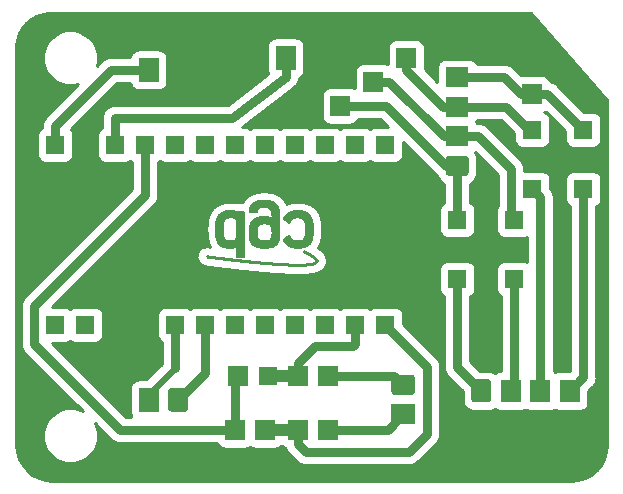
<source format=gbr>
G04 #@! TF.GenerationSoftware,KiCad,Pcbnew,(5.1.10)-1*
G04 #@! TF.CreationDate,2021-08-26T14:38:58-04:00*
G04 #@! TF.ProjectId,electronics,656c6563-7472-46f6-9e69-63732e6b6963,rev?*
G04 #@! TF.SameCoordinates,PX56f6350PY3832b80*
G04 #@! TF.FileFunction,Copper,L2,Bot*
G04 #@! TF.FilePolarity,Positive*
%FSLAX46Y46*%
G04 Gerber Fmt 4.6, Leading zero omitted, Abs format (unit mm)*
G04 Created by KiCad (PCBNEW (5.1.10)-1) date 2021-08-26 14:38:58*
%MOMM*%
%LPD*%
G01*
G04 APERTURE LIST*
G04 #@! TA.AperFunction,EtchedComponent*
%ADD10C,0.272000*%
G04 #@! TD*
G04 #@! TA.AperFunction,EtchedComponent*
%ADD11C,0.132292*%
G04 #@! TD*
G04 #@! TA.AperFunction,ComponentPad*
%ADD12R,1.700000X1.700000*%
G04 #@! TD*
G04 #@! TA.AperFunction,ComponentPad*
%ADD13R,1.600000X1.600000*%
G04 #@! TD*
G04 #@! TA.AperFunction,ComponentPad*
%ADD14R,2.000000X1.700000*%
G04 #@! TD*
G04 #@! TA.AperFunction,ComponentPad*
%ADD15R,1.950000X1.700000*%
G04 #@! TD*
G04 #@! TA.AperFunction,ComponentPad*
%ADD16R,1.700000X2.000000*%
G04 #@! TD*
G04 #@! TA.AperFunction,ComponentPad*
%ADD17R,1.700000X1.950000*%
G04 #@! TD*
G04 #@! TA.AperFunction,Conductor*
%ADD18C,0.800000*%
G04 #@! TD*
G04 #@! TA.AperFunction,Conductor*
%ADD19C,0.600000*%
G04 #@! TD*
G04 #@! TA.AperFunction,Conductor*
%ADD20C,1.000000*%
G04 #@! TD*
G04 #@! TA.AperFunction,Conductor*
%ADD21C,0.254000*%
G04 #@! TD*
G04 #@! TA.AperFunction,Conductor*
%ADD22C,0.100000*%
G04 #@! TD*
G04 APERTURE END LIST*
D10*
X16951085Y19761897D02*
X16893995Y19769284D01*
X17008048Y19754543D02*
X16951085Y19761897D01*
X17064885Y19747222D02*
X17008048Y19754543D01*
X17121594Y19739935D02*
X17064885Y19747222D01*
X17178175Y19732681D02*
X17121594Y19739935D01*
X17234628Y19725460D02*
X17178175Y19732681D01*
X17290952Y19718274D02*
X17234628Y19725460D01*
X17347146Y19711121D02*
X17290952Y19718274D01*
X17403211Y19704002D02*
X17347146Y19711121D01*
X17459145Y19696917D02*
X17403211Y19704002D01*
X17514948Y19689867D02*
X17459145Y19696917D01*
X17570620Y19682850D02*
X17514948Y19689867D01*
X17626160Y19675868D02*
X17570620Y19682850D01*
X17681568Y19668920D02*
X17626160Y19675868D01*
X17736843Y19662006D02*
X17681568Y19668920D01*
X17791985Y19655127D02*
X17736843Y19662006D01*
X17846993Y19648283D02*
X17791985Y19655127D01*
X17901867Y19641473D02*
X17846993Y19648283D01*
X17956606Y19634699D02*
X17901867Y19641473D01*
X18011209Y19627959D02*
X17956606Y19634699D01*
X18065677Y19621254D02*
X18011209Y19627959D01*
X18120009Y19614584D02*
X18065677Y19621254D01*
X18174205Y19607950D02*
X18120009Y19614584D01*
X18228263Y19601350D02*
X18174205Y19607950D01*
X18282183Y19594787D02*
X18228263Y19601350D01*
X18335965Y19588258D02*
X18282183Y19594787D01*
X18389609Y19581766D02*
X18335965Y19588258D01*
X18443113Y19575308D02*
X18389609Y19581766D01*
X18496478Y19568887D02*
X18443113Y19575308D01*
X18549703Y19562502D02*
X18496478Y19568887D01*
X18602788Y19556152D02*
X18549703Y19562502D01*
X18655731Y19549839D02*
X18602788Y19556152D01*
X18708533Y19543561D02*
X18655731Y19549839D01*
X18761193Y19537320D02*
X18708533Y19543561D01*
X18813710Y19531115D02*
X18761193Y19537320D01*
X18866084Y19524947D02*
X18813710Y19531115D01*
X18918315Y19518815D02*
X18866084Y19524947D01*
X18970402Y19512720D02*
X18918315Y19518815D01*
X19022344Y19506661D02*
X18970402Y19512720D01*
X19074142Y19500639D02*
X19022344Y19506661D01*
X19125794Y19494654D02*
X19074142Y19500639D01*
X19177300Y19488706D02*
X19125794Y19494654D01*
X19228660Y19482795D02*
X19177300Y19488706D01*
X19279873Y19476921D02*
X19228660Y19482795D01*
X19330939Y19471085D02*
X19279873Y19476921D01*
X19381857Y19465286D02*
X19330939Y19471085D01*
X19432626Y19459524D02*
X19381857Y19465286D01*
X19483247Y19453800D02*
X19432626Y19459524D01*
X19533719Y19448113D02*
X19483247Y19453800D01*
X19584040Y19442464D02*
X19533719Y19448113D01*
X19634212Y19436853D02*
X19584040Y19442464D01*
X19684233Y19431280D02*
X19634212Y19436853D01*
X19734102Y19425745D02*
X19684233Y19431280D01*
X19783820Y19420248D02*
X19734102Y19425745D01*
X19833386Y19414789D02*
X19783820Y19420248D01*
X19882799Y19409368D02*
X19833386Y19414789D01*
X19932058Y19403986D02*
X19882799Y19409368D01*
X19981165Y19398642D02*
X19932058Y19403986D01*
X20030117Y19393337D02*
X19981165Y19398642D01*
X20078914Y19388071D02*
X20030117Y19393337D01*
X20127556Y19382843D02*
X20078914Y19388071D01*
X20176043Y19377654D02*
X20127556Y19382843D01*
X20224374Y19372504D02*
X20176043Y19377654D01*
X20272548Y19367393D02*
X20224374Y19372504D01*
X20320565Y19362321D02*
X20272548Y19367393D01*
X20368425Y19357288D02*
X20320565Y19362321D01*
X20416126Y19352295D02*
X20368425Y19357288D01*
X20463669Y19347341D02*
X20416126Y19352295D01*
X20511053Y19342426D02*
X20463669Y19347341D01*
X20558278Y19337551D02*
X20511053Y19342426D01*
X20605343Y19332716D02*
X20558278Y19337551D01*
X20652247Y19327920D02*
X20605343Y19332716D01*
X20698990Y19323164D02*
X20652247Y19327920D01*
X20745572Y19318449D02*
X20698990Y19323164D01*
X20791992Y19313773D02*
X20745572Y19318449D01*
X20838250Y19309137D02*
X20791992Y19313773D01*
X20884345Y19304542D02*
X20838250Y19309137D01*
X20930276Y19299987D02*
X20884345Y19304542D01*
X20976044Y19295473D02*
X20930276Y19299987D01*
X21021647Y19290998D02*
X20976044Y19295473D01*
X21067086Y19286565D02*
X21021647Y19290998D01*
X21112359Y19282172D02*
X21067086Y19286565D01*
X21157467Y19277820D02*
X21112359Y19282172D01*
X21202408Y19273509D02*
X21157467Y19277820D01*
X21247182Y19269239D02*
X21202408Y19273509D01*
X21291790Y19265010D02*
X21247182Y19269239D01*
X21336229Y19260822D02*
X21291790Y19265010D01*
X21380501Y19256675D02*
X21336229Y19260822D01*
X21424604Y19252570D02*
X21380501Y19256675D01*
X21468537Y19248506D02*
X21424604Y19252570D01*
X21512301Y19244484D02*
X21468537Y19248506D01*
X21555895Y19240503D02*
X21512301Y19244484D01*
X21599318Y19236564D02*
X21555895Y19240503D01*
X21642571Y19232667D02*
X21599318Y19236564D01*
X21685651Y19228812D02*
X21642571Y19232667D01*
X21728560Y19224999D02*
X21685651Y19228812D01*
X21771296Y19221228D02*
X21728560Y19224999D01*
X21813858Y19217499D02*
X21771296Y19221228D01*
X21856248Y19213812D02*
X21813858Y19217499D01*
X21898463Y19210168D02*
X21856248Y19213812D01*
X21940504Y19206566D02*
X21898463Y19210168D01*
X21982370Y19203006D02*
X21940504Y19206566D01*
X22024061Y19199490D02*
X21982370Y19203006D01*
X22065575Y19196016D02*
X22024061Y19199490D01*
X22106913Y19192585D02*
X22065575Y19196016D01*
X22148074Y19189197D02*
X22106913Y19192585D01*
X22189058Y19185852D02*
X22148074Y19189197D01*
X22229864Y19182550D02*
X22189058Y19185852D01*
X22270492Y19179291D02*
X22229864Y19182550D01*
X22310940Y19176076D02*
X22270492Y19179291D01*
X22351210Y19172903D02*
X22310940Y19176076D01*
X22391299Y19169775D02*
X22351210Y19172903D01*
X22431208Y19166690D02*
X22391299Y19169775D01*
X22470937Y19163649D02*
X22431208Y19166690D01*
X22510484Y19160651D02*
X22470937Y19163649D01*
X22549849Y19157697D02*
X22510484Y19160651D01*
X22589032Y19154788D02*
X22549849Y19157697D01*
X22628033Y19151922D02*
X22589032Y19154788D01*
X22666850Y19149100D02*
X22628033Y19151922D01*
X22705484Y19146323D02*
X22666850Y19149100D01*
X22743933Y19143590D02*
X22705484Y19146323D01*
X22782198Y19140902D02*
X22743933Y19143590D01*
X22820277Y19138258D02*
X22782198Y19140902D01*
X22858171Y19135658D02*
X22820277Y19138258D01*
X22895879Y19133104D02*
X22858171Y19135658D01*
X22933400Y19130594D02*
X22895879Y19133104D01*
X22970734Y19128129D02*
X22933400Y19130594D01*
X23007880Y19125708D02*
X22970734Y19128129D01*
X23044839Y19123334D02*
X23007880Y19125708D01*
X23081608Y19121004D02*
X23044839Y19123334D01*
X23118189Y19118719D02*
X23081608Y19121004D01*
X23154581Y19116480D02*
X23118189Y19118719D01*
X23190782Y19114286D02*
X23154581Y19116480D01*
X23226793Y19112138D02*
X23190782Y19114286D01*
X23262612Y19110035D02*
X23226793Y19112138D01*
X23298241Y19107979D02*
X23262612Y19110035D01*
X23333677Y19105967D02*
X23298241Y19107979D01*
X23368921Y19104002D02*
X23333677Y19105967D01*
X23403972Y19102083D02*
X23368921Y19104002D01*
X23438830Y19100210D02*
X23403972Y19102083D01*
X23473494Y19098383D02*
X23438830Y19100210D01*
X23507963Y19096603D02*
X23473494Y19098383D01*
X23542238Y19094869D02*
X23507963Y19096603D01*
X23576317Y19093181D02*
X23542238Y19094869D01*
X23610201Y19091540D02*
X23576317Y19093181D01*
X23643888Y19089945D02*
X23610201Y19091540D01*
X23677378Y19088398D02*
X23643888Y19089945D01*
X23710671Y19086897D02*
X23677378Y19088398D01*
X23743766Y19085443D02*
X23710671Y19086897D01*
X23776663Y19084036D02*
X23743766Y19085443D01*
X23809362Y19082676D02*
X23776663Y19084036D01*
X23841861Y19081363D02*
X23809362Y19082676D01*
X23874160Y19080098D02*
X23841861Y19081363D01*
X23906260Y19078880D02*
X23874160Y19080098D01*
X23938158Y19077710D02*
X23906260Y19078880D01*
X23969856Y19076587D02*
X23938158Y19077710D01*
X24001351Y19075512D02*
X23969856Y19076587D01*
X24032645Y19074485D02*
X24001351Y19075512D01*
X24063736Y19073505D02*
X24032645Y19074485D01*
X24094624Y19072574D02*
X24063736Y19073505D01*
X24125308Y19071690D02*
X24094624Y19072574D01*
X24155789Y19070855D02*
X24125308Y19071690D01*
X24186065Y19070068D02*
X24155789Y19070855D01*
X24216135Y19069329D02*
X24186065Y19070068D01*
X24246000Y19068639D02*
X24216135Y19069329D01*
X24275660Y19067997D02*
X24246000Y19068639D01*
X24305112Y19067404D02*
X24275660Y19067997D01*
X24334358Y19066859D02*
X24305112Y19067404D01*
X24363397Y19066364D02*
X24334358Y19066859D01*
X24392227Y19065917D02*
X24363397Y19066364D01*
X24420849Y19065519D02*
X24392227Y19065917D01*
X24449262Y19065171D02*
X24420849Y19065519D01*
X24477466Y19064871D02*
X24449262Y19065171D01*
X24505459Y19064621D02*
X24477466Y19064871D01*
X24533243Y19064420D02*
X24505459Y19064621D01*
X24560815Y19064268D02*
X24533243Y19064420D01*
X24588177Y19064166D02*
X24560815Y19064268D01*
X24615326Y19064114D02*
X24588177Y19064166D01*
X24642263Y19064112D02*
X24615326Y19064114D01*
X24668987Y19064159D02*
X24642263Y19064112D01*
X24695498Y19064256D02*
X24668987Y19064159D01*
X24721796Y19064403D02*
X24695498Y19064256D01*
X24747879Y19064601D02*
X24721796Y19064403D01*
X24773747Y19064848D02*
X24747879Y19064601D01*
X24799400Y19065146D02*
X24773747Y19064848D01*
X24824838Y19065494D02*
X24799400Y19065146D01*
X24850059Y19065893D02*
X24824838Y19065494D01*
X24875063Y19066342D02*
X24850059Y19065893D01*
X24899851Y19066842D02*
X24875063Y19066342D01*
X24924420Y19067392D02*
X24899851Y19066842D01*
X24948772Y19067994D02*
X24924420Y19067392D01*
X24972905Y19068646D02*
X24948772Y19067994D01*
X24996819Y19069350D02*
X24972905Y19068646D01*
X25020513Y19070104D02*
X24996819Y19069350D01*
X25043988Y19070910D02*
X25020513Y19070104D01*
X25067242Y19071767D02*
X25043988Y19070910D01*
X25090274Y19072676D02*
X25067242Y19071767D01*
X25113086Y19073636D02*
X25090274Y19072676D01*
X25135675Y19074647D02*
X25113086Y19073636D01*
X25158042Y19075711D02*
X25135675Y19074647D01*
X25180185Y19076826D02*
X25158042Y19075711D01*
X25202106Y19077993D02*
X25180185Y19076826D01*
X25223802Y19079212D02*
X25202106Y19077993D01*
X25245274Y19080483D02*
X25223802Y19079212D01*
X25266521Y19081806D02*
X25245274Y19080483D01*
X25287543Y19083181D02*
X25266521Y19081806D01*
X25308338Y19084609D02*
X25287543Y19083181D01*
X25328908Y19086089D02*
X25308338Y19084609D01*
X25349250Y19087622D02*
X25328908Y19086089D01*
X25369366Y19089207D02*
X25349250Y19087622D01*
X25389253Y19090845D02*
X25369366Y19089207D01*
X25408912Y19092536D02*
X25389253Y19090845D01*
X25428343Y19094279D02*
X25408912Y19092536D01*
X25447544Y19096076D02*
X25428343Y19094279D01*
X25466515Y19097926D02*
X25447544Y19096076D01*
X25485256Y19099829D02*
X25466515Y19097926D01*
X25503766Y19101785D02*
X25485256Y19099829D01*
X25522046Y19103795D02*
X25503766Y19101785D01*
X25540093Y19105858D02*
X25522046Y19103795D01*
X25557908Y19107974D02*
X25540093Y19105858D01*
X25575491Y19110145D02*
X25557908Y19107974D01*
X25592840Y19112368D02*
X25575491Y19110145D01*
X25609956Y19114646D02*
X25592840Y19112368D01*
X25626838Y19116978D02*
X25609956Y19114646D01*
X25643485Y19119364D02*
X25626838Y19116978D01*
X25659897Y19121804D02*
X25643485Y19119364D01*
X25676073Y19124298D02*
X25659897Y19121804D01*
X25692014Y19126846D02*
X25676073Y19124298D01*
X25707717Y19129449D02*
X25692014Y19126846D01*
X25723184Y19132106D02*
X25707717Y19129449D01*
X25738414Y19134818D02*
X25723184Y19132106D01*
X25753405Y19137584D02*
X25738414Y19134818D01*
X25768158Y19140405D02*
X25753405Y19137584D01*
X25782672Y19143281D02*
X25768158Y19140405D01*
X25796946Y19146212D02*
X25782672Y19143281D01*
X25810980Y19149198D02*
X25796946Y19146212D01*
X25824774Y19152239D02*
X25810980Y19149198D01*
X25838327Y19155336D02*
X25824774Y19152239D01*
X25851639Y19158488D02*
X25838327Y19155336D01*
X25864709Y19161695D02*
X25851639Y19158488D01*
X25877537Y19164957D02*
X25864709Y19161695D01*
X25890121Y19168276D02*
X25877537Y19164957D01*
X25902463Y19171649D02*
X25890121Y19168276D01*
X25914560Y19175079D02*
X25902463Y19171649D01*
X25926413Y19178565D02*
X25914560Y19175079D01*
X25938022Y19182106D02*
X25926413Y19178565D01*
X25949385Y19185704D02*
X25938022Y19182106D01*
X25960502Y19189358D02*
X25949385Y19185704D01*
X25971373Y19193068D02*
X25960502Y19189358D01*
X25981998Y19196834D02*
X25971373Y19193068D01*
X25992375Y19200657D02*
X25981998Y19196834D01*
X26002505Y19204536D02*
X25992375Y19200657D01*
X26012386Y19208472D02*
X26002505Y19204536D01*
X26022019Y19212465D02*
X26012386Y19208472D01*
X26031402Y19216514D02*
X26022019Y19212465D01*
X26040536Y19220621D02*
X26031402Y19216514D01*
X26049420Y19224784D02*
X26040536Y19220621D01*
X26058053Y19229004D02*
X26049420Y19224784D01*
X26066435Y19233282D02*
X26058053Y19229004D01*
X26074566Y19237617D02*
X26066435Y19233282D01*
X26082444Y19242009D02*
X26074566Y19237617D01*
X26090070Y19246459D02*
X26082444Y19242009D01*
X26097443Y19250966D02*
X26090070Y19246459D01*
X26104562Y19255531D02*
X26097443Y19250966D01*
X26111428Y19260154D02*
X26104562Y19255531D01*
X26118039Y19264834D02*
X26111428Y19260154D01*
X26124395Y19269573D02*
X26118039Y19264834D01*
X26130495Y19274369D02*
X26124395Y19269573D01*
X26136340Y19279224D02*
X26130495Y19274369D01*
X26141928Y19284137D02*
X26136340Y19279224D01*
X26147259Y19289108D02*
X26141928Y19284137D01*
X26152333Y19294137D02*
X26147259Y19289108D01*
X26157149Y19299225D02*
X26152333Y19294137D01*
X26161707Y19304372D02*
X26157149Y19299225D01*
X26166005Y19309577D02*
X26161707Y19304372D01*
X26170045Y19314841D02*
X26166005Y19309577D01*
X26173825Y19320164D02*
X26170045Y19314841D01*
X26177344Y19325545D02*
X26173825Y19320164D01*
X26180602Y19330986D02*
X26177344Y19325545D01*
X26183600Y19336486D02*
X26180602Y19330986D01*
X26186335Y19342045D02*
X26183600Y19336486D01*
X26188809Y19347664D02*
X26186335Y19342045D01*
X26191019Y19353342D02*
X26188809Y19347664D01*
X26192967Y19359079D02*
X26191019Y19353342D01*
X26194650Y19364876D02*
X26192967Y19359079D01*
X26196070Y19370733D02*
X26194650Y19364876D01*
X26197225Y19376649D02*
X26196070Y19370733D01*
X26198114Y19382626D02*
X26197225Y19376649D01*
X26198738Y19388662D02*
X26198114Y19382626D01*
X26199096Y19394759D02*
X26198738Y19388662D01*
X26199188Y19400915D02*
X26199096Y19394759D01*
X26199012Y19407132D02*
X26199188Y19400915D01*
X26198569Y19413409D02*
X26199012Y19407132D01*
X26197857Y19419747D02*
X26198569Y19413409D01*
X26196877Y19426145D02*
X26197857Y19419747D01*
X26195628Y19432604D02*
X26196877Y19426145D01*
X26194110Y19439123D02*
X26195628Y19432604D01*
X26192322Y19445704D02*
X26194110Y19439123D01*
X26190263Y19452345D02*
X26192322Y19445704D01*
X26187933Y19459047D02*
X26190263Y19452345D01*
X26185331Y19465811D02*
X26187933Y19459047D01*
X26182458Y19472635D02*
X26185331Y19465811D01*
X26179313Y19479521D02*
X26182458Y19472635D01*
X26175894Y19486468D02*
X26179313Y19479521D01*
X26172202Y19493477D02*
X26175894Y19486468D01*
X26168236Y19500547D02*
X26172202Y19493477D01*
X26163996Y19507679D02*
X26168236Y19500547D01*
X26159481Y19514872D02*
X26163996Y19507679D01*
X26154691Y19522128D02*
X26159481Y19514872D01*
X26149624Y19529445D02*
X26154691Y19522128D01*
X26144282Y19536825D02*
X26149624Y19529445D01*
X26138663Y19544266D02*
X26144282Y19536825D01*
X26132766Y19551770D02*
X26138663Y19544266D01*
X26126592Y19559336D02*
X26132766Y19551770D01*
X26120139Y19566964D02*
X26126592Y19559336D01*
X26113408Y19574655D02*
X26120139Y19566964D01*
X26106398Y19582409D02*
X26113408Y19574655D01*
X26099108Y19590225D02*
X26106398Y19582409D01*
X26091537Y19598104D02*
X26099108Y19590225D01*
X26083686Y19606046D02*
X26091537Y19598104D01*
X26075554Y19614050D02*
X26083686Y19606046D01*
X26067141Y19622118D02*
X26075554Y19614050D01*
X26058445Y19630249D02*
X26067141Y19622118D01*
X26049466Y19638443D02*
X26058445Y19630249D01*
X26040205Y19646701D02*
X26049466Y19638443D01*
X26030660Y19655022D02*
X26040205Y19646701D01*
X26020831Y19663406D02*
X26030660Y19655022D01*
X26010717Y19671854D02*
X26020831Y19663406D01*
X26000318Y19680366D02*
X26010717Y19671854D01*
X25989634Y19688941D02*
X26000318Y19680366D01*
X25978664Y19697581D02*
X25989634Y19688941D01*
X25967407Y19706284D02*
X25978664Y19697581D01*
X25955863Y19715052D02*
X25967407Y19706284D01*
X25944032Y19723883D02*
X25955863Y19715052D01*
X25931913Y19732779D02*
X25944032Y19723883D01*
X25919506Y19741740D02*
X25931913Y19732779D01*
X25906810Y19750764D02*
X25919506Y19741740D01*
X25893824Y19759853D02*
X25906810Y19750764D01*
X25880548Y19769007D02*
X25893824Y19759853D01*
X25866982Y19778226D02*
X25880548Y19769007D01*
X25853126Y19787509D02*
X25866982Y19778226D01*
X25838977Y19796858D02*
X25853126Y19787509D01*
X25824538Y19806271D02*
X25838977Y19796858D01*
X25809805Y19815749D02*
X25824538Y19806271D01*
X25794780Y19825293D02*
X25809805Y19815749D01*
X25779462Y19834902D02*
X25794780Y19825293D01*
X25763850Y19844576D02*
X25779462Y19834902D01*
X25747944Y19854316D02*
X25763850Y19844576D01*
X25731743Y19864121D02*
X25747944Y19854316D01*
X25715247Y19873992D02*
X25731743Y19864121D01*
X25698455Y19883929D02*
X25715247Y19873992D01*
X25681367Y19893932D02*
X25698455Y19883929D01*
X25663982Y19904000D02*
X25681367Y19893932D01*
X25646300Y19914135D02*
X25663982Y19904000D01*
X25628321Y19924335D02*
X25646300Y19914135D01*
X25610043Y19934602D02*
X25628321Y19924335D01*
X25591467Y19944935D02*
X25610043Y19934602D01*
X25572592Y19955335D02*
X25591467Y19944935D01*
X25553417Y19965801D02*
X25572592Y19955335D01*
X25533942Y19976334D02*
X25553417Y19965801D01*
X25514167Y19986933D02*
X25533942Y19976334D01*
X25494090Y19997599D02*
X25514167Y19986933D01*
X25473712Y20008332D02*
X25494090Y19997599D01*
X25453033Y20019132D02*
X25473712Y20008332D01*
X25432050Y20029999D02*
X25453033Y20019132D01*
X25410765Y20040933D02*
X25432050Y20029999D01*
X25389176Y20051934D02*
X25410765Y20040933D01*
X25367283Y20063003D02*
X25389176Y20051934D01*
X25345086Y20074139D02*
X25367283Y20063003D01*
X25322584Y20085343D02*
X25345086Y20074139D01*
X25299777Y20096614D02*
X25322584Y20085343D01*
X25276663Y20107953D02*
X25299777Y20096614D01*
X25253244Y20119360D02*
X25276663Y20107953D01*
X25229517Y20130835D02*
X25253244Y20119360D01*
X25205483Y20142377D02*
X25229517Y20130835D01*
X25181142Y20153988D02*
X25205483Y20142377D01*
X25156492Y20165667D02*
X25181142Y20153988D01*
X25131533Y20177414D02*
X25156492Y20165667D01*
X25106265Y20189229D02*
X25131533Y20177414D01*
D11*
G36*
X19497978Y23544910D02*
G01*
X19497978Y23530460D01*
X19348849Y23006124D01*
X19383801Y22987333D01*
X19414093Y22967038D01*
X19439724Y22945240D01*
X19460696Y22921938D01*
X19477007Y22897133D01*
X19488657Y22870825D01*
X19495648Y22843014D01*
X19497978Y22813699D01*
X19497978Y21697645D01*
X19497241Y21650422D01*
X19495032Y21604966D01*
X19491351Y21561278D01*
X19486197Y21519356D01*
X19479570Y21479202D01*
X19471470Y21440815D01*
X19461898Y21404196D01*
X19450854Y21369343D01*
X19438336Y21336258D01*
X19424346Y21304940D01*
X19408884Y21275389D01*
X19391949Y21247605D01*
X19373541Y21221589D01*
X19353660Y21197339D01*
X19333541Y21176258D01*
X19311669Y21156631D01*
X19288044Y21138458D01*
X19262665Y21121738D01*
X19235533Y21106473D01*
X19206648Y21092661D01*
X19176010Y21080303D01*
X19143619Y21069399D01*
X19109474Y21059949D01*
X19073577Y21051953D01*
X19035926Y21045410D01*
X18996522Y21040322D01*
X18955364Y21036687D01*
X18912454Y21034506D01*
X18867790Y21033779D01*
X18824137Y21034535D01*
X18782392Y21036801D01*
X18742556Y21040578D01*
X18704628Y21045866D01*
X18668608Y21052665D01*
X18634497Y21060974D01*
X18602293Y21070795D01*
X18571999Y21082126D01*
X18543612Y21094968D01*
X18517134Y21109321D01*
X18492564Y21125185D01*
X18466395Y21145677D01*
X18441764Y21168671D01*
X18418674Y21194167D01*
X18397122Y21222164D01*
X18377110Y21252663D01*
X18358637Y21285664D01*
X18341704Y21321165D01*
X18326310Y21359168D01*
X18312456Y21399673D01*
X18300141Y21442679D01*
X18293150Y21471036D01*
X18286611Y21500783D01*
X18280523Y21531921D01*
X18274885Y21564449D01*
X18269699Y21598368D01*
X18264963Y21633677D01*
X18260679Y21670377D01*
X18256846Y21708467D01*
X18253463Y21747948D01*
X18250532Y21788819D01*
X18248051Y21831081D01*
X18246022Y21874734D01*
X18244443Y21919777D01*
X18243316Y21966211D01*
X18242639Y22014035D01*
X18242414Y22063250D01*
X18242639Y22112445D01*
X18243316Y22160212D01*
X18244443Y22206551D01*
X18246022Y22251462D01*
X18248051Y22294945D01*
X18250532Y22337000D01*
X18253463Y22377627D01*
X18256846Y22416826D01*
X18260679Y22454596D01*
X18264963Y22490939D01*
X18269699Y22525853D01*
X18274885Y22559340D01*
X18280523Y22591398D01*
X18286611Y22622028D01*
X18293150Y22651230D01*
X18300141Y22679004D01*
X18312456Y22721049D01*
X18326310Y22760591D01*
X18341704Y22797633D01*
X18358637Y22832172D01*
X18377110Y22864211D01*
X18397122Y22893747D01*
X18418674Y22920783D01*
X18441764Y22945316D01*
X18466395Y22967349D01*
X18492564Y22986880D01*
X18517134Y23003578D01*
X18543612Y23018686D01*
X18571999Y23032204D01*
X18602293Y23044131D01*
X18634497Y23054469D01*
X18668608Y23063215D01*
X18704628Y23070372D01*
X18742556Y23075938D01*
X18782392Y23079914D01*
X18824137Y23082299D01*
X18867790Y23083095D01*
X18917775Y23082639D01*
X18965596Y23081273D01*
X19011254Y23078996D01*
X19054749Y23075807D01*
X19096080Y23071708D01*
X19135248Y23066699D01*
X19172252Y23060778D01*
X19207094Y23053946D01*
X19239771Y23046204D01*
X19270286Y23037550D01*
X19298637Y23027986D01*
X19324825Y23017511D01*
X19348849Y23006124D01*
X19497978Y23530460D01*
X19459576Y23539798D01*
X19421341Y23548570D01*
X19383273Y23556776D01*
X19345371Y23564417D01*
X19307635Y23571491D01*
X19270066Y23577999D01*
X19232663Y23583942D01*
X19195427Y23589318D01*
X19158357Y23594129D01*
X19121453Y23598374D01*
X19084716Y23602052D01*
X19048146Y23605165D01*
X19011742Y23607712D01*
X18975504Y23609693D01*
X18939433Y23611108D01*
X18903528Y23611957D01*
X18867790Y23612240D01*
X18823052Y23611843D01*
X18779275Y23610652D01*
X18736461Y23608668D01*
X18694609Y23605890D01*
X18653719Y23602318D01*
X18613791Y23597952D01*
X18574825Y23592793D01*
X18536822Y23586840D01*
X18499780Y23580093D01*
X18463701Y23572552D01*
X18428583Y23564218D01*
X18394428Y23555090D01*
X18361235Y23545168D01*
X18329004Y23534452D01*
X18297735Y23522943D01*
X18267428Y23510640D01*
X18238084Y23497543D01*
X18209701Y23483652D01*
X18182281Y23468968D01*
X18155823Y23453490D01*
X18125761Y23434197D01*
X18096698Y23413673D01*
X18068633Y23391917D01*
X18041567Y23368930D01*
X18015500Y23344710D01*
X17990432Y23319259D01*
X17966362Y23292576D01*
X17943291Y23264661D01*
X17921219Y23235515D01*
X17900146Y23205137D01*
X17880071Y23173527D01*
X17860995Y23140685D01*
X17842918Y23106611D01*
X17825840Y23071306D01*
X17809760Y23034769D01*
X17794679Y22997000D01*
X17780597Y22958000D01*
X17771176Y22929937D01*
X17762156Y22901074D01*
X17753537Y22871408D01*
X17745319Y22840941D01*
X17737502Y22809672D01*
X17730086Y22777601D01*
X17723070Y22744728D01*
X17716456Y22711054D01*
X17710242Y22676578D01*
X17704429Y22641300D01*
X17699017Y22605221D01*
X17694006Y22568340D01*
X17689396Y22530657D01*
X17685187Y22492172D01*
X17681378Y22452885D01*
X17677971Y22412797D01*
X17674964Y22371907D01*
X17672359Y22330216D01*
X17670154Y22287722D01*
X17668350Y22244427D01*
X17666947Y22200330D01*
X17665945Y22155432D01*
X17665343Y22109732D01*
X17665143Y22063230D01*
X17665343Y22016710D01*
X17665945Y21970960D01*
X17666947Y21925977D01*
X17668350Y21881763D01*
X17670154Y21838317D01*
X17672359Y21795640D01*
X17674964Y21753731D01*
X17677971Y21712590D01*
X17681378Y21672218D01*
X17685187Y21632614D01*
X17689396Y21593778D01*
X17694006Y21555711D01*
X17699017Y21518412D01*
X17704429Y21481881D01*
X17710242Y21446119D01*
X17716456Y21411125D01*
X17723070Y21376900D01*
X17730086Y21343442D01*
X17737502Y21310753D01*
X17745319Y21278833D01*
X17753537Y21247681D01*
X17762156Y21217297D01*
X17771176Y21187682D01*
X17780597Y21158834D01*
X17794679Y21119834D01*
X17809760Y21082065D01*
X17825840Y21045528D01*
X17842918Y21010223D01*
X17860995Y20976149D01*
X17880071Y20943307D01*
X17900146Y20911697D01*
X17921219Y20881319D01*
X17943291Y20852173D01*
X17966362Y20824258D01*
X17990432Y20797575D01*
X18015500Y20772124D01*
X18041567Y20747904D01*
X18068633Y20724917D01*
X18096698Y20703161D01*
X18125761Y20682637D01*
X18155823Y20663344D01*
X18182281Y20647866D01*
X18209701Y20633182D01*
X18238084Y20619291D01*
X18267428Y20606194D01*
X18297735Y20593891D01*
X18329004Y20582382D01*
X18361235Y20571666D01*
X18394428Y20561744D01*
X18428583Y20552616D01*
X18463701Y20544282D01*
X18499780Y20536741D01*
X18536822Y20529994D01*
X18574825Y20524041D01*
X18613791Y20518882D01*
X18653719Y20514516D01*
X18694609Y20510944D01*
X18736461Y20508166D01*
X18779275Y20506182D01*
X18823052Y20504991D01*
X18867790Y20504594D01*
X18902463Y20504911D01*
X18937436Y20505860D01*
X18972708Y20507441D01*
X19008279Y20509655D01*
X19044151Y20512502D01*
X19080322Y20515981D01*
X19116792Y20520092D01*
X19153563Y20524836D01*
X19190633Y20530213D01*
X19228002Y20536223D01*
X19265671Y20542864D01*
X19303640Y20550139D01*
X19341908Y20558046D01*
X19380476Y20566585D01*
X19419344Y20575758D01*
X19458511Y20585562D01*
X19497978Y20595999D01*
X19497978Y19696420D01*
X20075249Y19696420D01*
X20075249Y23544890D01*
X19497978Y23544910D01*
G37*
X19497978Y23544910D02*
X19497978Y23530460D01*
X19348849Y23006124D01*
X19383801Y22987333D01*
X19414093Y22967038D01*
X19439724Y22945240D01*
X19460696Y22921938D01*
X19477007Y22897133D01*
X19488657Y22870825D01*
X19495648Y22843014D01*
X19497978Y22813699D01*
X19497978Y21697645D01*
X19497241Y21650422D01*
X19495032Y21604966D01*
X19491351Y21561278D01*
X19486197Y21519356D01*
X19479570Y21479202D01*
X19471470Y21440815D01*
X19461898Y21404196D01*
X19450854Y21369343D01*
X19438336Y21336258D01*
X19424346Y21304940D01*
X19408884Y21275389D01*
X19391949Y21247605D01*
X19373541Y21221589D01*
X19353660Y21197339D01*
X19333541Y21176258D01*
X19311669Y21156631D01*
X19288044Y21138458D01*
X19262665Y21121738D01*
X19235533Y21106473D01*
X19206648Y21092661D01*
X19176010Y21080303D01*
X19143619Y21069399D01*
X19109474Y21059949D01*
X19073577Y21051953D01*
X19035926Y21045410D01*
X18996522Y21040322D01*
X18955364Y21036687D01*
X18912454Y21034506D01*
X18867790Y21033779D01*
X18824137Y21034535D01*
X18782392Y21036801D01*
X18742556Y21040578D01*
X18704628Y21045866D01*
X18668608Y21052665D01*
X18634497Y21060974D01*
X18602293Y21070795D01*
X18571999Y21082126D01*
X18543612Y21094968D01*
X18517134Y21109321D01*
X18492564Y21125185D01*
X18466395Y21145677D01*
X18441764Y21168671D01*
X18418674Y21194167D01*
X18397122Y21222164D01*
X18377110Y21252663D01*
X18358637Y21285664D01*
X18341704Y21321165D01*
X18326310Y21359168D01*
X18312456Y21399673D01*
X18300141Y21442679D01*
X18293150Y21471036D01*
X18286611Y21500783D01*
X18280523Y21531921D01*
X18274885Y21564449D01*
X18269699Y21598368D01*
X18264963Y21633677D01*
X18260679Y21670377D01*
X18256846Y21708467D01*
X18253463Y21747948D01*
X18250532Y21788819D01*
X18248051Y21831081D01*
X18246022Y21874734D01*
X18244443Y21919777D01*
X18243316Y21966211D01*
X18242639Y22014035D01*
X18242414Y22063250D01*
X18242639Y22112445D01*
X18243316Y22160212D01*
X18244443Y22206551D01*
X18246022Y22251462D01*
X18248051Y22294945D01*
X18250532Y22337000D01*
X18253463Y22377627D01*
X18256846Y22416826D01*
X18260679Y22454596D01*
X18264963Y22490939D01*
X18269699Y22525853D01*
X18274885Y22559340D01*
X18280523Y22591398D01*
X18286611Y22622028D01*
X18293150Y22651230D01*
X18300141Y22679004D01*
X18312456Y22721049D01*
X18326310Y22760591D01*
X18341704Y22797633D01*
X18358637Y22832172D01*
X18377110Y22864211D01*
X18397122Y22893747D01*
X18418674Y22920783D01*
X18441764Y22945316D01*
X18466395Y22967349D01*
X18492564Y22986880D01*
X18517134Y23003578D01*
X18543612Y23018686D01*
X18571999Y23032204D01*
X18602293Y23044131D01*
X18634497Y23054469D01*
X18668608Y23063215D01*
X18704628Y23070372D01*
X18742556Y23075938D01*
X18782392Y23079914D01*
X18824137Y23082299D01*
X18867790Y23083095D01*
X18917775Y23082639D01*
X18965596Y23081273D01*
X19011254Y23078996D01*
X19054749Y23075807D01*
X19096080Y23071708D01*
X19135248Y23066699D01*
X19172252Y23060778D01*
X19207094Y23053946D01*
X19239771Y23046204D01*
X19270286Y23037550D01*
X19298637Y23027986D01*
X19324825Y23017511D01*
X19348849Y23006124D01*
X19497978Y23530460D01*
X19459576Y23539798D01*
X19421341Y23548570D01*
X19383273Y23556776D01*
X19345371Y23564417D01*
X19307635Y23571491D01*
X19270066Y23577999D01*
X19232663Y23583942D01*
X19195427Y23589318D01*
X19158357Y23594129D01*
X19121453Y23598374D01*
X19084716Y23602052D01*
X19048146Y23605165D01*
X19011742Y23607712D01*
X18975504Y23609693D01*
X18939433Y23611108D01*
X18903528Y23611957D01*
X18867790Y23612240D01*
X18823052Y23611843D01*
X18779275Y23610652D01*
X18736461Y23608668D01*
X18694609Y23605890D01*
X18653719Y23602318D01*
X18613791Y23597952D01*
X18574825Y23592793D01*
X18536822Y23586840D01*
X18499780Y23580093D01*
X18463701Y23572552D01*
X18428583Y23564218D01*
X18394428Y23555090D01*
X18361235Y23545168D01*
X18329004Y23534452D01*
X18297735Y23522943D01*
X18267428Y23510640D01*
X18238084Y23497543D01*
X18209701Y23483652D01*
X18182281Y23468968D01*
X18155823Y23453490D01*
X18125761Y23434197D01*
X18096698Y23413673D01*
X18068633Y23391917D01*
X18041567Y23368930D01*
X18015500Y23344710D01*
X17990432Y23319259D01*
X17966362Y23292576D01*
X17943291Y23264661D01*
X17921219Y23235515D01*
X17900146Y23205137D01*
X17880071Y23173527D01*
X17860995Y23140685D01*
X17842918Y23106611D01*
X17825840Y23071306D01*
X17809760Y23034769D01*
X17794679Y22997000D01*
X17780597Y22958000D01*
X17771176Y22929937D01*
X17762156Y22901074D01*
X17753537Y22871408D01*
X17745319Y22840941D01*
X17737502Y22809672D01*
X17730086Y22777601D01*
X17723070Y22744728D01*
X17716456Y22711054D01*
X17710242Y22676578D01*
X17704429Y22641300D01*
X17699017Y22605221D01*
X17694006Y22568340D01*
X17689396Y22530657D01*
X17685187Y22492172D01*
X17681378Y22452885D01*
X17677971Y22412797D01*
X17674964Y22371907D01*
X17672359Y22330216D01*
X17670154Y22287722D01*
X17668350Y22244427D01*
X17666947Y22200330D01*
X17665945Y22155432D01*
X17665343Y22109732D01*
X17665143Y22063230D01*
X17665343Y22016710D01*
X17665945Y21970960D01*
X17666947Y21925977D01*
X17668350Y21881763D01*
X17670154Y21838317D01*
X17672359Y21795640D01*
X17674964Y21753731D01*
X17677971Y21712590D01*
X17681378Y21672218D01*
X17685187Y21632614D01*
X17689396Y21593778D01*
X17694006Y21555711D01*
X17699017Y21518412D01*
X17704429Y21481881D01*
X17710242Y21446119D01*
X17716456Y21411125D01*
X17723070Y21376900D01*
X17730086Y21343442D01*
X17737502Y21310753D01*
X17745319Y21278833D01*
X17753537Y21247681D01*
X17762156Y21217297D01*
X17771176Y21187682D01*
X17780597Y21158834D01*
X17794679Y21119834D01*
X17809760Y21082065D01*
X17825840Y21045528D01*
X17842918Y21010223D01*
X17860995Y20976149D01*
X17880071Y20943307D01*
X17900146Y20911697D01*
X17921219Y20881319D01*
X17943291Y20852173D01*
X17966362Y20824258D01*
X17990432Y20797575D01*
X18015500Y20772124D01*
X18041567Y20747904D01*
X18068633Y20724917D01*
X18096698Y20703161D01*
X18125761Y20682637D01*
X18155823Y20663344D01*
X18182281Y20647866D01*
X18209701Y20633182D01*
X18238084Y20619291D01*
X18267428Y20606194D01*
X18297735Y20593891D01*
X18329004Y20582382D01*
X18361235Y20571666D01*
X18394428Y20561744D01*
X18428583Y20552616D01*
X18463701Y20544282D01*
X18499780Y20536741D01*
X18536822Y20529994D01*
X18574825Y20524041D01*
X18613791Y20518882D01*
X18653719Y20514516D01*
X18694609Y20510944D01*
X18736461Y20508166D01*
X18779275Y20506182D01*
X18823052Y20504991D01*
X18867790Y20504594D01*
X18902463Y20504911D01*
X18937436Y20505860D01*
X18972708Y20507441D01*
X19008279Y20509655D01*
X19044151Y20512502D01*
X19080322Y20515981D01*
X19116792Y20520092D01*
X19153563Y20524836D01*
X19190633Y20530213D01*
X19228002Y20536223D01*
X19265671Y20542864D01*
X19303640Y20550139D01*
X19341908Y20558046D01*
X19380476Y20566585D01*
X19419344Y20575758D01*
X19458511Y20585562D01*
X19497978Y20595999D01*
X19497978Y19696420D01*
X20075249Y19696420D01*
X20075249Y23544890D01*
X19497978Y23544910D01*
G36*
X21787816Y20504614D02*
G01*
X21833998Y20504927D01*
X21879217Y20505865D01*
X21923475Y20507429D01*
X21966770Y20509617D01*
X22009103Y20512432D01*
X22050474Y20515871D01*
X22090883Y20519936D01*
X22130330Y20524627D01*
X22168815Y20529942D01*
X22206337Y20535883D01*
X22242898Y20542450D01*
X22278496Y20549641D01*
X22313133Y20557459D01*
X22346807Y20565901D01*
X22379519Y20574969D01*
X22411269Y20584662D01*
X22442057Y20594981D01*
X22471882Y20605925D01*
X22500746Y20617495D01*
X22528647Y20629689D01*
X22562321Y20646508D01*
X22594793Y20664492D01*
X22626062Y20683641D01*
X22656128Y20703955D01*
X22684991Y20725433D01*
X22712652Y20748077D01*
X22739110Y20771886D01*
X22764366Y20796859D01*
X22788419Y20822998D01*
X22811269Y20850302D01*
X22832917Y20878771D01*
X22853362Y20908405D01*
X22872604Y20939203D01*
X22890644Y20971167D01*
X22907481Y21004296D01*
X22923115Y21038589D01*
X22934841Y21066972D01*
X22945966Y21096317D01*
X22956489Y21126624D01*
X22966411Y21157893D01*
X22975731Y21190124D01*
X22984450Y21223317D01*
X22992568Y21257472D01*
X23000085Y21292589D01*
X23007000Y21328669D01*
X23013314Y21365711D01*
X23019027Y21403715D01*
X23024138Y21442681D01*
X23028648Y21482609D01*
X23032556Y21523499D01*
X23035864Y21565351D01*
X23038570Y21608166D01*
X23040674Y21651942D01*
X23042178Y21696681D01*
X23043080Y21742382D01*
X23043380Y21789045D01*
X23043380Y23102335D01*
X23043108Y23150419D01*
X23042289Y23197543D01*
X23040926Y23243708D01*
X23039017Y23288912D01*
X23036563Y23333156D01*
X23033563Y23376441D01*
X23030017Y23418766D01*
X23025927Y23460130D01*
X23021291Y23500535D01*
X23016109Y23539980D01*
X23010382Y23578464D01*
X23004110Y23615989D01*
X22997292Y23652554D01*
X22989929Y23688159D01*
X22982021Y23722804D01*
X22973567Y23756489D01*
X22964567Y23789214D01*
X22955022Y23820979D01*
X22944932Y23851784D01*
X22934296Y23881629D01*
X22923115Y23910514D01*
X22907481Y23947740D01*
X22890644Y23983650D01*
X22872604Y24018245D01*
X22853362Y24051524D01*
X22832917Y24083488D01*
X22811269Y24114137D01*
X22788419Y24143470D01*
X22764366Y24171488D01*
X22739110Y24198191D01*
X22712652Y24223578D01*
X22684991Y24247650D01*
X22656128Y24270406D01*
X22626062Y24291847D01*
X22594793Y24311973D01*
X22562321Y24330783D01*
X22528647Y24348278D01*
X22500746Y24361880D01*
X22471882Y24374785D01*
X22442057Y24386992D01*
X22411269Y24398501D01*
X22379519Y24409313D01*
X22346807Y24419427D01*
X22313133Y24428844D01*
X22278496Y24437563D01*
X22242898Y24445585D01*
X22206337Y24452909D01*
X22168815Y24459535D01*
X22130330Y24465464D01*
X22090883Y24470696D01*
X22050474Y24475230D01*
X22009103Y24479066D01*
X21966770Y24482205D01*
X21923475Y24484647D01*
X21879217Y24486390D01*
X21833998Y24487437D01*
X21787816Y24487786D01*
X21738017Y24487465D01*
X21689270Y24486505D01*
X21641577Y24484903D01*
X21594937Y24482662D01*
X21549350Y24479780D01*
X21504817Y24476257D01*
X21461336Y24472094D01*
X21418909Y24467291D01*
X21377535Y24461847D01*
X21337215Y24455762D01*
X21297947Y24449038D01*
X21259733Y24441672D01*
X21222572Y24433667D01*
X21186464Y24425020D01*
X21151409Y24415734D01*
X21117408Y24405806D01*
X21084459Y24395239D01*
X21052564Y24384031D01*
X21021722Y24372182D01*
X20991934Y24359693D01*
X20963198Y24346564D01*
X20935516Y24332794D01*
X20908887Y24318383D01*
X20883311Y24303333D01*
X20858789Y24287641D01*
X20835319Y24271310D01*
X20809948Y24251931D01*
X20785704Y24231443D01*
X20762587Y24209845D01*
X20740599Y24187138D01*
X20719738Y24163322D01*
X20700004Y24138396D01*
X20681398Y24112361D01*
X20663920Y24085216D01*
X20647570Y24056961D01*
X20632347Y24027598D01*
X20618251Y23997125D01*
X20605284Y23965542D01*
X20593444Y23932850D01*
X20582731Y23899048D01*
X20573146Y23864137D01*
X20564689Y23828117D01*
X20557360Y23790987D01*
X20551158Y23752748D01*
X20546083Y23713399D01*
X20542137Y23672941D01*
X20539318Y23631373D01*
X20537626Y23588696D01*
X20537062Y23544910D01*
X21123955Y23544910D01*
X21125231Y23591346D01*
X21129060Y23634445D01*
X21135441Y23674206D01*
X21144375Y23710629D01*
X21155862Y23743714D01*
X21169901Y23773461D01*
X21186492Y23799870D01*
X21206029Y23823530D01*
X21228904Y23845030D01*
X21255117Y23864370D01*
X21284668Y23881551D01*
X21317556Y23896572D01*
X21353783Y23909433D01*
X21393348Y23920134D01*
X21419667Y23926816D01*
X21447894Y23932862D01*
X21478030Y23938271D01*
X21510074Y23943044D01*
X21544027Y23947180D01*
X21579887Y23950680D01*
X21617656Y23953544D01*
X21657334Y23955771D01*
X21698920Y23957362D01*
X21742414Y23958316D01*
X21787816Y23958635D01*
X21832615Y23958100D01*
X21875609Y23956496D01*
X21916800Y23953824D01*
X21956187Y23950082D01*
X21993770Y23945272D01*
X22029548Y23939392D01*
X22063523Y23932443D01*
X22095694Y23924426D01*
X22126061Y23915339D01*
X22154623Y23905183D01*
X22181382Y23893958D01*
X22206337Y23881665D01*
X22237339Y23864264D01*
X22266202Y23844131D01*
X22292928Y23821267D01*
X22317516Y23795670D01*
X22339965Y23767341D01*
X22360276Y23736280D01*
X22378450Y23702487D01*
X22394485Y23665962D01*
X22408382Y23626704D01*
X22416334Y23600418D01*
X22423698Y23572414D01*
X22430472Y23542692D01*
X22436657Y23511251D01*
X22442253Y23478092D01*
X22447260Y23443216D01*
X22451678Y23406621D01*
X22455506Y23368308D01*
X22458746Y23328277D01*
X22461397Y23286527D01*
X22463459Y23243060D01*
X22464931Y23197875D01*
X22465815Y23150971D01*
X22466109Y23102350D01*
X22466109Y22991704D01*
X22435241Y23002618D01*
X22403572Y23012907D01*
X22371100Y23022573D01*
X22337827Y23031616D01*
X22303752Y23040034D01*
X22268875Y23047829D01*
X22233197Y23055001D01*
X22196716Y23061549D01*
X22159434Y23067473D01*
X22121350Y23072774D01*
X22082465Y23077451D01*
X22042777Y23081504D01*
X22002288Y23084934D01*
X21960997Y23087741D01*
X21918905Y23089923D01*
X21876010Y23091482D01*
X21832314Y23092418D01*
X21787816Y23092729D01*
X21740709Y23092441D01*
X21694635Y23091575D01*
X21649596Y23090132D01*
X21605591Y23088111D01*
X21562620Y23085514D01*
X21520684Y23082339D01*
X21479782Y23078586D01*
X21439914Y23074257D01*
X21401081Y23069350D01*
X21363282Y23063866D01*
X21326517Y23057804D01*
X21290786Y23051166D01*
X21256090Y23043950D01*
X21222428Y23036157D01*
X21189800Y23027786D01*
X21158206Y23018838D01*
X21127647Y23009313D01*
X21098122Y22999211D01*
X21069631Y22988531D01*
X21042175Y22977275D01*
X21009083Y22962204D01*
X20977157Y22945855D01*
X20946395Y22928229D01*
X20916799Y22909324D01*
X20888367Y22889142D01*
X20861101Y22867683D01*
X20835000Y22844945D01*
X20810063Y22820929D01*
X20786292Y22795636D01*
X20763686Y22769065D01*
X20742245Y22741216D01*
X20721970Y22712090D01*
X20702859Y22681685D01*
X20684913Y22650003D01*
X20668132Y22617042D01*
X20652517Y22582804D01*
X20641336Y22555709D01*
X20630700Y22527565D01*
X20620610Y22498375D01*
X20611065Y22468137D01*
X20602065Y22436852D01*
X20593611Y22404520D01*
X20585703Y22371141D01*
X20578340Y22336714D01*
X20571522Y22301240D01*
X20565250Y22264719D01*
X20559523Y22227151D01*
X20554341Y22188535D01*
X20549705Y22148872D01*
X20545615Y22108162D01*
X20542069Y22066405D01*
X20539069Y22023601D01*
X20536615Y21979749D01*
X20534706Y21934850D01*
X20533343Y21888904D01*
X20532524Y21841910D01*
X20532252Y21793869D01*
X20532552Y21747207D01*
X20533454Y21701506D01*
X20534958Y21656767D01*
X20537062Y21612991D01*
X20539768Y21570176D01*
X20543076Y21528324D01*
X20546984Y21487434D01*
X20551494Y21447506D01*
X20556605Y21408541D01*
X20562318Y21370537D01*
X20568632Y21333496D01*
X20575547Y21297416D01*
X20583064Y21262299D01*
X20591182Y21228144D01*
X20599901Y21194951D01*
X20609221Y21162721D01*
X20619143Y21131452D01*
X20629666Y21101146D01*
X20640791Y21071802D01*
X20652517Y21043420D01*
X20668151Y21009125D01*
X20684988Y20975996D01*
X20703028Y20944032D01*
X20722270Y20913233D01*
X20742715Y20883599D01*
X20764363Y20855130D01*
X20787213Y20827826D01*
X20811266Y20801687D01*
X20836522Y20776713D01*
X20862980Y20752905D01*
X20890641Y20730261D01*
X20919504Y20708783D01*
X20949571Y20688469D01*
X20980840Y20669321D01*
X21013311Y20651338D01*
X21046985Y20634520D01*
X21074887Y20621855D01*
X21103750Y20609840D01*
X21133576Y20598475D01*
X21164364Y20587759D01*
X21196114Y20577693D01*
X21228826Y20568276D01*
X21262500Y20559508D01*
X21297136Y20551390D01*
X21332734Y20543921D01*
X21369295Y20537102D01*
X21406817Y20530932D01*
X21445302Y20525412D01*
X21484749Y20520541D01*
X21525158Y20516320D01*
X21566529Y20512748D01*
X21608862Y20509825D01*
X21652158Y20507552D01*
X21696415Y20505928D01*
X21741635Y20504954D01*
X21787816Y21033779D01*
X21739034Y21034336D01*
X21692399Y21036006D01*
X21647911Y21038789D01*
X21605570Y21042685D01*
X21565376Y21047695D01*
X21527329Y21053818D01*
X21491428Y21061053D01*
X21457674Y21069403D01*
X21426068Y21078865D01*
X21396608Y21089441D01*
X21369295Y21101129D01*
X21338293Y21117225D01*
X21309430Y21135576D01*
X21282704Y21156185D01*
X21258116Y21179050D01*
X21235667Y21204173D01*
X21215356Y21231552D01*
X21197182Y21261188D01*
X21181147Y21293080D01*
X21167250Y21327229D01*
X21158710Y21353218D01*
X21150854Y21380858D01*
X21143681Y21410148D01*
X21137191Y21441089D01*
X21131384Y21473682D01*
X21126260Y21507925D01*
X21121820Y21543819D01*
X21118062Y21581364D01*
X21114988Y21620561D01*
X21112597Y21661408D01*
X21110889Y21703906D01*
X21109864Y21748055D01*
X21109523Y21793854D01*
X21109864Y21845319D01*
X21110889Y21894620D01*
X21112597Y21941758D01*
X21114988Y21986733D01*
X21118062Y22029544D01*
X21121820Y22070192D01*
X21126260Y22108676D01*
X21131384Y22144998D01*
X21137191Y22179156D01*
X21143681Y22211150D01*
X21150854Y22240982D01*
X21158710Y22268650D01*
X21167250Y22294154D01*
X21181088Y22329135D01*
X21196945Y22361384D01*
X21214821Y22390901D01*
X21234717Y22417686D01*
X21256632Y22441740D01*
X21280566Y22463061D01*
X21306519Y22481651D01*
X21334492Y22497509D01*
X21364484Y22510635D01*
X21390247Y22519818D01*
X21418554Y22528127D01*
X21449405Y22535561D01*
X21482801Y22542121D01*
X21518741Y22547806D01*
X21557226Y22552617D01*
X21598255Y22556552D01*
X21641829Y22559614D01*
X21687947Y22561800D01*
X21736609Y22563112D01*
X21787816Y22563549D01*
X21834887Y22563182D01*
X21879886Y22562080D01*
X21922813Y22560242D01*
X21963670Y22557670D01*
X22002455Y22554363D01*
X22039170Y22550321D01*
X22073813Y22545544D01*
X22106384Y22540032D01*
X22136885Y22533785D01*
X22165314Y22526803D01*
X22191672Y22519086D01*
X22215959Y22510635D01*
X22244941Y22497509D01*
X22272023Y22481651D01*
X22297204Y22463061D01*
X22320485Y22441740D01*
X22341866Y22417686D01*
X22361345Y22390901D01*
X22378925Y22361384D01*
X22394604Y22329135D01*
X22408382Y22294154D01*
X22416922Y22268621D01*
X22424778Y22240868D01*
X22431951Y22210894D01*
X22438441Y22178700D01*
X22444248Y22144286D01*
X22449372Y22107652D01*
X22453812Y22068797D01*
X22457570Y22027722D01*
X22460644Y21984427D01*
X22463035Y21938912D01*
X22464743Y21891176D01*
X22465768Y21841221D01*
X22466109Y21789045D01*
X22465768Y21743244D01*
X22464743Y21699094D01*
X22463035Y21656596D01*
X22460644Y21615748D01*
X22457570Y21576551D01*
X22453812Y21539006D01*
X22449372Y21503111D01*
X22444248Y21468867D01*
X22438441Y21436275D01*
X22431951Y21405333D01*
X22424778Y21376043D01*
X22416922Y21348403D01*
X22408382Y21322414D01*
X22394485Y21288266D01*
X22378450Y21256374D01*
X22360276Y21226739D01*
X22339965Y21199361D01*
X22317516Y21174239D01*
X22292928Y21151374D01*
X22266202Y21130766D01*
X22237339Y21112414D01*
X22206337Y21096319D01*
X22179024Y21085465D01*
X22149564Y21075645D01*
X22117958Y21066859D01*
X22084204Y21059106D01*
X22048304Y21052386D01*
X22010256Y21046701D01*
X21970062Y21042049D01*
X21927721Y21038431D01*
X21883233Y21035847D01*
X21836598Y21034296D01*
X21787816Y21033779D01*
X21741635Y20504954D01*
X21787816Y20504630D01*
X21787816Y20504614D01*
G37*
X21787816Y20504614D02*
X21833998Y20504927D01*
X21879217Y20505865D01*
X21923475Y20507429D01*
X21966770Y20509617D01*
X22009103Y20512432D01*
X22050474Y20515871D01*
X22090883Y20519936D01*
X22130330Y20524627D01*
X22168815Y20529942D01*
X22206337Y20535883D01*
X22242898Y20542450D01*
X22278496Y20549641D01*
X22313133Y20557459D01*
X22346807Y20565901D01*
X22379519Y20574969D01*
X22411269Y20584662D01*
X22442057Y20594981D01*
X22471882Y20605925D01*
X22500746Y20617495D01*
X22528647Y20629689D01*
X22562321Y20646508D01*
X22594793Y20664492D01*
X22626062Y20683641D01*
X22656128Y20703955D01*
X22684991Y20725433D01*
X22712652Y20748077D01*
X22739110Y20771886D01*
X22764366Y20796859D01*
X22788419Y20822998D01*
X22811269Y20850302D01*
X22832917Y20878771D01*
X22853362Y20908405D01*
X22872604Y20939203D01*
X22890644Y20971167D01*
X22907481Y21004296D01*
X22923115Y21038589D01*
X22934841Y21066972D01*
X22945966Y21096317D01*
X22956489Y21126624D01*
X22966411Y21157893D01*
X22975731Y21190124D01*
X22984450Y21223317D01*
X22992568Y21257472D01*
X23000085Y21292589D01*
X23007000Y21328669D01*
X23013314Y21365711D01*
X23019027Y21403715D01*
X23024138Y21442681D01*
X23028648Y21482609D01*
X23032556Y21523499D01*
X23035864Y21565351D01*
X23038570Y21608166D01*
X23040674Y21651942D01*
X23042178Y21696681D01*
X23043080Y21742382D01*
X23043380Y21789045D01*
X23043380Y23102335D01*
X23043108Y23150419D01*
X23042289Y23197543D01*
X23040926Y23243708D01*
X23039017Y23288912D01*
X23036563Y23333156D01*
X23033563Y23376441D01*
X23030017Y23418766D01*
X23025927Y23460130D01*
X23021291Y23500535D01*
X23016109Y23539980D01*
X23010382Y23578464D01*
X23004110Y23615989D01*
X22997292Y23652554D01*
X22989929Y23688159D01*
X22982021Y23722804D01*
X22973567Y23756489D01*
X22964567Y23789214D01*
X22955022Y23820979D01*
X22944932Y23851784D01*
X22934296Y23881629D01*
X22923115Y23910514D01*
X22907481Y23947740D01*
X22890644Y23983650D01*
X22872604Y24018245D01*
X22853362Y24051524D01*
X22832917Y24083488D01*
X22811269Y24114137D01*
X22788419Y24143470D01*
X22764366Y24171488D01*
X22739110Y24198191D01*
X22712652Y24223578D01*
X22684991Y24247650D01*
X22656128Y24270406D01*
X22626062Y24291847D01*
X22594793Y24311973D01*
X22562321Y24330783D01*
X22528647Y24348278D01*
X22500746Y24361880D01*
X22471882Y24374785D01*
X22442057Y24386992D01*
X22411269Y24398501D01*
X22379519Y24409313D01*
X22346807Y24419427D01*
X22313133Y24428844D01*
X22278496Y24437563D01*
X22242898Y24445585D01*
X22206337Y24452909D01*
X22168815Y24459535D01*
X22130330Y24465464D01*
X22090883Y24470696D01*
X22050474Y24475230D01*
X22009103Y24479066D01*
X21966770Y24482205D01*
X21923475Y24484647D01*
X21879217Y24486390D01*
X21833998Y24487437D01*
X21787816Y24487786D01*
X21738017Y24487465D01*
X21689270Y24486505D01*
X21641577Y24484903D01*
X21594937Y24482662D01*
X21549350Y24479780D01*
X21504817Y24476257D01*
X21461336Y24472094D01*
X21418909Y24467291D01*
X21377535Y24461847D01*
X21337215Y24455762D01*
X21297947Y24449038D01*
X21259733Y24441672D01*
X21222572Y24433667D01*
X21186464Y24425020D01*
X21151409Y24415734D01*
X21117408Y24405806D01*
X21084459Y24395239D01*
X21052564Y24384031D01*
X21021722Y24372182D01*
X20991934Y24359693D01*
X20963198Y24346564D01*
X20935516Y24332794D01*
X20908887Y24318383D01*
X20883311Y24303333D01*
X20858789Y24287641D01*
X20835319Y24271310D01*
X20809948Y24251931D01*
X20785704Y24231443D01*
X20762587Y24209845D01*
X20740599Y24187138D01*
X20719738Y24163322D01*
X20700004Y24138396D01*
X20681398Y24112361D01*
X20663920Y24085216D01*
X20647570Y24056961D01*
X20632347Y24027598D01*
X20618251Y23997125D01*
X20605284Y23965542D01*
X20593444Y23932850D01*
X20582731Y23899048D01*
X20573146Y23864137D01*
X20564689Y23828117D01*
X20557360Y23790987D01*
X20551158Y23752748D01*
X20546083Y23713399D01*
X20542137Y23672941D01*
X20539318Y23631373D01*
X20537626Y23588696D01*
X20537062Y23544910D01*
X21123955Y23544910D01*
X21125231Y23591346D01*
X21129060Y23634445D01*
X21135441Y23674206D01*
X21144375Y23710629D01*
X21155862Y23743714D01*
X21169901Y23773461D01*
X21186492Y23799870D01*
X21206029Y23823530D01*
X21228904Y23845030D01*
X21255117Y23864370D01*
X21284668Y23881551D01*
X21317556Y23896572D01*
X21353783Y23909433D01*
X21393348Y23920134D01*
X21419667Y23926816D01*
X21447894Y23932862D01*
X21478030Y23938271D01*
X21510074Y23943044D01*
X21544027Y23947180D01*
X21579887Y23950680D01*
X21617656Y23953544D01*
X21657334Y23955771D01*
X21698920Y23957362D01*
X21742414Y23958316D01*
X21787816Y23958635D01*
X21832615Y23958100D01*
X21875609Y23956496D01*
X21916800Y23953824D01*
X21956187Y23950082D01*
X21993770Y23945272D01*
X22029548Y23939392D01*
X22063523Y23932443D01*
X22095694Y23924426D01*
X22126061Y23915339D01*
X22154623Y23905183D01*
X22181382Y23893958D01*
X22206337Y23881665D01*
X22237339Y23864264D01*
X22266202Y23844131D01*
X22292928Y23821267D01*
X22317516Y23795670D01*
X22339965Y23767341D01*
X22360276Y23736280D01*
X22378450Y23702487D01*
X22394485Y23665962D01*
X22408382Y23626704D01*
X22416334Y23600418D01*
X22423698Y23572414D01*
X22430472Y23542692D01*
X22436657Y23511251D01*
X22442253Y23478092D01*
X22447260Y23443216D01*
X22451678Y23406621D01*
X22455506Y23368308D01*
X22458746Y23328277D01*
X22461397Y23286527D01*
X22463459Y23243060D01*
X22464931Y23197875D01*
X22465815Y23150971D01*
X22466109Y23102350D01*
X22466109Y22991704D01*
X22435241Y23002618D01*
X22403572Y23012907D01*
X22371100Y23022573D01*
X22337827Y23031616D01*
X22303752Y23040034D01*
X22268875Y23047829D01*
X22233197Y23055001D01*
X22196716Y23061549D01*
X22159434Y23067473D01*
X22121350Y23072774D01*
X22082465Y23077451D01*
X22042777Y23081504D01*
X22002288Y23084934D01*
X21960997Y23087741D01*
X21918905Y23089923D01*
X21876010Y23091482D01*
X21832314Y23092418D01*
X21787816Y23092729D01*
X21740709Y23092441D01*
X21694635Y23091575D01*
X21649596Y23090132D01*
X21605591Y23088111D01*
X21562620Y23085514D01*
X21520684Y23082339D01*
X21479782Y23078586D01*
X21439914Y23074257D01*
X21401081Y23069350D01*
X21363282Y23063866D01*
X21326517Y23057804D01*
X21290786Y23051166D01*
X21256090Y23043950D01*
X21222428Y23036157D01*
X21189800Y23027786D01*
X21158206Y23018838D01*
X21127647Y23009313D01*
X21098122Y22999211D01*
X21069631Y22988531D01*
X21042175Y22977275D01*
X21009083Y22962204D01*
X20977157Y22945855D01*
X20946395Y22928229D01*
X20916799Y22909324D01*
X20888367Y22889142D01*
X20861101Y22867683D01*
X20835000Y22844945D01*
X20810063Y22820929D01*
X20786292Y22795636D01*
X20763686Y22769065D01*
X20742245Y22741216D01*
X20721970Y22712090D01*
X20702859Y22681685D01*
X20684913Y22650003D01*
X20668132Y22617042D01*
X20652517Y22582804D01*
X20641336Y22555709D01*
X20630700Y22527565D01*
X20620610Y22498375D01*
X20611065Y22468137D01*
X20602065Y22436852D01*
X20593611Y22404520D01*
X20585703Y22371141D01*
X20578340Y22336714D01*
X20571522Y22301240D01*
X20565250Y22264719D01*
X20559523Y22227151D01*
X20554341Y22188535D01*
X20549705Y22148872D01*
X20545615Y22108162D01*
X20542069Y22066405D01*
X20539069Y22023601D01*
X20536615Y21979749D01*
X20534706Y21934850D01*
X20533343Y21888904D01*
X20532524Y21841910D01*
X20532252Y21793869D01*
X20532552Y21747207D01*
X20533454Y21701506D01*
X20534958Y21656767D01*
X20537062Y21612991D01*
X20539768Y21570176D01*
X20543076Y21528324D01*
X20546984Y21487434D01*
X20551494Y21447506D01*
X20556605Y21408541D01*
X20562318Y21370537D01*
X20568632Y21333496D01*
X20575547Y21297416D01*
X20583064Y21262299D01*
X20591182Y21228144D01*
X20599901Y21194951D01*
X20609221Y21162721D01*
X20619143Y21131452D01*
X20629666Y21101146D01*
X20640791Y21071802D01*
X20652517Y21043420D01*
X20668151Y21009125D01*
X20684988Y20975996D01*
X20703028Y20944032D01*
X20722270Y20913233D01*
X20742715Y20883599D01*
X20764363Y20855130D01*
X20787213Y20827826D01*
X20811266Y20801687D01*
X20836522Y20776713D01*
X20862980Y20752905D01*
X20890641Y20730261D01*
X20919504Y20708783D01*
X20949571Y20688469D01*
X20980840Y20669321D01*
X21013311Y20651338D01*
X21046985Y20634520D01*
X21074887Y20621855D01*
X21103750Y20609840D01*
X21133576Y20598475D01*
X21164364Y20587759D01*
X21196114Y20577693D01*
X21228826Y20568276D01*
X21262500Y20559508D01*
X21297136Y20551390D01*
X21332734Y20543921D01*
X21369295Y20537102D01*
X21406817Y20530932D01*
X21445302Y20525412D01*
X21484749Y20520541D01*
X21525158Y20516320D01*
X21566529Y20512748D01*
X21608862Y20509825D01*
X21652158Y20507552D01*
X21696415Y20505928D01*
X21741635Y20504954D01*
X21787816Y21033779D01*
X21739034Y21034336D01*
X21692399Y21036006D01*
X21647911Y21038789D01*
X21605570Y21042685D01*
X21565376Y21047695D01*
X21527329Y21053818D01*
X21491428Y21061053D01*
X21457674Y21069403D01*
X21426068Y21078865D01*
X21396608Y21089441D01*
X21369295Y21101129D01*
X21338293Y21117225D01*
X21309430Y21135576D01*
X21282704Y21156185D01*
X21258116Y21179050D01*
X21235667Y21204173D01*
X21215356Y21231552D01*
X21197182Y21261188D01*
X21181147Y21293080D01*
X21167250Y21327229D01*
X21158710Y21353218D01*
X21150854Y21380858D01*
X21143681Y21410148D01*
X21137191Y21441089D01*
X21131384Y21473682D01*
X21126260Y21507925D01*
X21121820Y21543819D01*
X21118062Y21581364D01*
X21114988Y21620561D01*
X21112597Y21661408D01*
X21110889Y21703906D01*
X21109864Y21748055D01*
X21109523Y21793854D01*
X21109864Y21845319D01*
X21110889Y21894620D01*
X21112597Y21941758D01*
X21114988Y21986733D01*
X21118062Y22029544D01*
X21121820Y22070192D01*
X21126260Y22108676D01*
X21131384Y22144998D01*
X21137191Y22179156D01*
X21143681Y22211150D01*
X21150854Y22240982D01*
X21158710Y22268650D01*
X21167250Y22294154D01*
X21181088Y22329135D01*
X21196945Y22361384D01*
X21214821Y22390901D01*
X21234717Y22417686D01*
X21256632Y22441740D01*
X21280566Y22463061D01*
X21306519Y22481651D01*
X21334492Y22497509D01*
X21364484Y22510635D01*
X21390247Y22519818D01*
X21418554Y22528127D01*
X21449405Y22535561D01*
X21482801Y22542121D01*
X21518741Y22547806D01*
X21557226Y22552617D01*
X21598255Y22556552D01*
X21641829Y22559614D01*
X21687947Y22561800D01*
X21736609Y22563112D01*
X21787816Y22563549D01*
X21834887Y22563182D01*
X21879886Y22562080D01*
X21922813Y22560242D01*
X21963670Y22557670D01*
X22002455Y22554363D01*
X22039170Y22550321D01*
X22073813Y22545544D01*
X22106384Y22540032D01*
X22136885Y22533785D01*
X22165314Y22526803D01*
X22191672Y22519086D01*
X22215959Y22510635D01*
X22244941Y22497509D01*
X22272023Y22481651D01*
X22297204Y22463061D01*
X22320485Y22441740D01*
X22341866Y22417686D01*
X22361345Y22390901D01*
X22378925Y22361384D01*
X22394604Y22329135D01*
X22408382Y22294154D01*
X22416922Y22268621D01*
X22424778Y22240868D01*
X22431951Y22210894D01*
X22438441Y22178700D01*
X22444248Y22144286D01*
X22449372Y22107652D01*
X22453812Y22068797D01*
X22457570Y22027722D01*
X22460644Y21984427D01*
X22463035Y21938912D01*
X22464743Y21891176D01*
X22465768Y21841221D01*
X22466109Y21789045D01*
X22465768Y21743244D01*
X22464743Y21699094D01*
X22463035Y21656596D01*
X22460644Y21615748D01*
X22457570Y21576551D01*
X22453812Y21539006D01*
X22449372Y21503111D01*
X22444248Y21468867D01*
X22438441Y21436275D01*
X22431951Y21405333D01*
X22424778Y21376043D01*
X22416922Y21348403D01*
X22408382Y21322414D01*
X22394485Y21288266D01*
X22378450Y21256374D01*
X22360276Y21226739D01*
X22339965Y21199361D01*
X22317516Y21174239D01*
X22292928Y21151374D01*
X22266202Y21130766D01*
X22237339Y21112414D01*
X22206337Y21096319D01*
X22179024Y21085465D01*
X22149564Y21075645D01*
X22117958Y21066859D01*
X22084204Y21059106D01*
X22048304Y21052386D01*
X22010256Y21046701D01*
X21970062Y21042049D01*
X21927721Y21038431D01*
X21883233Y21035847D01*
X21836598Y21034296D01*
X21787816Y21033779D01*
X21741635Y20504954D01*
X21787816Y20504630D01*
X21787816Y20504614D01*
G36*
X24587576Y20504614D02*
G01*
X24633391Y20504964D01*
X24678290Y20506011D01*
X24722272Y20507756D01*
X24765339Y20510200D01*
X24807489Y20513341D01*
X24848722Y20517181D01*
X24889040Y20521719D01*
X24928441Y20526955D01*
X24966925Y20532889D01*
X25004494Y20539522D01*
X25041146Y20546852D01*
X25076882Y20554881D01*
X25111701Y20563607D01*
X25145605Y20573032D01*
X25178592Y20583155D01*
X25210662Y20593976D01*
X25241817Y20605496D01*
X25272055Y20617713D01*
X25301376Y20630629D01*
X25329782Y20644243D01*
X25357271Y20658554D01*
X25387797Y20676743D01*
X25417374Y20696030D01*
X25446000Y20716415D01*
X25473675Y20737900D01*
X25500401Y20760483D01*
X25526176Y20784164D01*
X25551001Y20808945D01*
X25574876Y20834824D01*
X25597801Y20861802D01*
X25619775Y20889879D01*
X25640799Y20919054D01*
X25660873Y20949328D01*
X25679997Y20980701D01*
X25698170Y21013172D01*
X25715393Y21046742D01*
X25731666Y21081411D01*
X25746988Y21117178D01*
X25761361Y21154045D01*
X25771567Y21182892D01*
X25781338Y21212507D01*
X25790675Y21242891D01*
X25799578Y21274043D01*
X25808047Y21305963D01*
X25816081Y21338652D01*
X25823681Y21372110D01*
X25830847Y21406335D01*
X25837578Y21441329D01*
X25843876Y21477091D01*
X25849738Y21513622D01*
X25855167Y21550921D01*
X25860161Y21588988D01*
X25864721Y21627824D01*
X25868847Y21667428D01*
X25872539Y21707800D01*
X25875796Y21748941D01*
X25878619Y21790850D01*
X25881007Y21833527D01*
X25882961Y21876973D01*
X25884481Y21921187D01*
X25885567Y21966170D01*
X25886219Y22011920D01*
X25886436Y22058439D01*
X25886219Y22104950D01*
X25885567Y22150675D01*
X25884481Y22195616D01*
X25882961Y22239771D01*
X25881007Y22283141D01*
X25878619Y22325726D01*
X25875796Y22367527D01*
X25872539Y22408542D01*
X25868847Y22448772D01*
X25864721Y22488217D01*
X25860161Y22526877D01*
X25855167Y22564752D01*
X25849738Y22601842D01*
X25843876Y22638147D01*
X25837578Y22673667D01*
X25830847Y22708402D01*
X25823681Y22742352D01*
X25816081Y22775516D01*
X25808047Y22807896D01*
X25799578Y22839491D01*
X25790675Y22870301D01*
X25781338Y22900325D01*
X25771567Y22929565D01*
X25761361Y22958020D01*
X25746454Y22995390D01*
X25730597Y23031603D01*
X25713790Y23066658D01*
X25696032Y23100555D01*
X25677324Y23133293D01*
X25657666Y23164874D01*
X25637058Y23195296D01*
X25615500Y23224561D01*
X25592991Y23252667D01*
X25569532Y23279615D01*
X25545122Y23305405D01*
X25519763Y23330037D01*
X25493453Y23353511D01*
X25466193Y23375827D01*
X25437983Y23396985D01*
X25408822Y23416984D01*
X25378712Y23435826D01*
X25347651Y23453510D01*
X25319704Y23468269D01*
X25290840Y23482308D01*
X25261060Y23495627D01*
X25230364Y23508226D01*
X25198752Y23520105D01*
X25166223Y23531265D01*
X25132778Y23541704D01*
X25098417Y23551423D01*
X25063139Y23560423D01*
X25026945Y23568702D01*
X24989835Y23576262D01*
X24951808Y23583101D01*
X24912865Y23589221D01*
X24873006Y23594621D01*
X24832231Y23599300D01*
X24790539Y23603260D01*
X24747931Y23606500D01*
X24704407Y23609020D01*
X24659966Y23610820D01*
X24614609Y23611900D01*
X24568336Y23612260D01*
X24524254Y23611833D01*
X24481132Y23610554D01*
X24438969Y23608422D01*
X24397765Y23605437D01*
X24357521Y23601599D01*
X24318237Y23596908D01*
X24279912Y23591365D01*
X24242546Y23584968D01*
X24206140Y23577719D01*
X24170694Y23569617D01*
X24136207Y23560662D01*
X24102679Y23550854D01*
X24070111Y23540193D01*
X24038502Y23528680D01*
X24007853Y23516314D01*
X23978163Y23503094D01*
X23949433Y23489022D01*
X23921662Y23474097D01*
X23894851Y23458320D01*
X23868053Y23441955D01*
X23841335Y23424259D01*
X23814697Y23405229D01*
X23788139Y23384868D01*
X23761661Y23363173D01*
X23735262Y23340146D01*
X23708944Y23315787D01*
X23682706Y23290095D01*
X23656547Y23263070D01*
X23630469Y23234713D01*
X23604471Y23205023D01*
X23578552Y23174001D01*
X23552713Y23141647D01*
X23526955Y23107959D01*
X23501276Y23072939D01*
X23475677Y23036587D01*
X23450159Y22998902D01*
X23424720Y22959885D01*
X23399361Y22919535D01*
X23885231Y22630900D01*
X23911541Y22672412D01*
X23937019Y22711431D01*
X23961666Y22747956D01*
X23985481Y22781986D01*
X24008465Y22813522D01*
X24030617Y22842564D01*
X24051938Y22869112D01*
X24072428Y22893165D01*
X24092086Y22914724D01*
X24117219Y22940937D01*
X24143137Y22964597D01*
X24169841Y22985704D01*
X24197330Y23004259D01*
X24225605Y23020262D01*
X24254665Y23033712D01*
X24284511Y23044610D01*
X24312096Y23053633D01*
X24341936Y23061453D01*
X24374031Y23068070D01*
X24408382Y23073485D01*
X24444988Y23077695D01*
X24483849Y23080703D01*
X24524965Y23082508D01*
X24568336Y23083109D01*
X24612684Y23082540D01*
X24655438Y23080832D01*
X24696599Y23077986D01*
X24736165Y23074000D01*
X24774137Y23068877D01*
X24810516Y23062614D01*
X24845300Y23055213D01*
X24878490Y23046673D01*
X24910086Y23036995D01*
X24940088Y23026178D01*
X24968497Y23014222D01*
X24995311Y23001127D01*
X25020531Y22986894D01*
X25048639Y22969243D01*
X25075236Y22949523D01*
X25100323Y22927737D01*
X25123899Y22903883D01*
X25145964Y22877962D01*
X25166518Y22849973D01*
X25185561Y22819917D01*
X25203093Y22787794D01*
X25219115Y22753603D01*
X25233626Y22717345D01*
X25246626Y22679019D01*
X25254199Y22651227D01*
X25261284Y22621968D01*
X25267880Y22591244D01*
X25273987Y22559054D01*
X25279606Y22525399D01*
X25284736Y22490278D01*
X25289378Y22453691D01*
X25293531Y22415638D01*
X25297195Y22376120D01*
X25300371Y22335136D01*
X25303058Y22292687D01*
X25305257Y22248772D01*
X25306967Y22203391D01*
X25308189Y22156544D01*
X25308921Y22108232D01*
X25309166Y22058455D01*
X25308921Y22008676D01*
X25308189Y21960363D01*
X25306967Y21913516D01*
X25305257Y21868135D01*
X25303058Y21824220D01*
X25300371Y21781770D01*
X25297195Y21740785D01*
X25293531Y21701267D01*
X25289378Y21663214D01*
X25284736Y21626627D01*
X25279606Y21591506D01*
X25273987Y21557850D01*
X25267880Y21525660D01*
X25261284Y21494936D01*
X25254199Y21465677D01*
X25246626Y21437884D01*
X25233666Y21399519D01*
X25219274Y21363142D01*
X25203451Y21328753D01*
X25186197Y21296351D01*
X25167511Y21265937D01*
X25147395Y21237511D01*
X25125847Y21211073D01*
X25102867Y21186623D01*
X25078456Y21164161D01*
X25052614Y21143686D01*
X25025341Y21125199D01*
X24998782Y21110600D01*
X24970420Y21097270D01*
X24940253Y21085210D01*
X24908282Y21074419D01*
X24874508Y21064898D01*
X24838929Y21056646D01*
X24801547Y21049663D01*
X24762361Y21043951D01*
X24721370Y21039507D01*
X24678576Y21036334D01*
X24633978Y21034429D01*
X24587576Y21033794D01*
X24545258Y21034396D01*
X24504894Y21036201D01*
X24466485Y21039209D01*
X24430029Y21043420D01*
X24395528Y21048834D01*
X24362982Y21055451D01*
X24332389Y21063271D01*
X24303751Y21072295D01*
X24272532Y21084374D01*
X24242098Y21098612D01*
X24212449Y21115008D01*
X24183586Y21133563D01*
X24155507Y21154277D01*
X24128214Y21177149D01*
X24101706Y21202179D01*
X24082175Y21222385D01*
X24062067Y21244514D01*
X24041382Y21268567D01*
X24020119Y21294545D01*
X23998280Y21322447D01*
X23975862Y21352273D01*
X23952868Y21384023D01*
X23929296Y21417698D01*
X23905147Y21453297D01*
X23880421Y21490819D01*
X23399361Y21202179D01*
X23423931Y21163803D01*
X23448573Y21126606D01*
X23473288Y21090587D01*
X23498074Y21055746D01*
X23522933Y21022084D01*
X23547864Y20989601D01*
X23572867Y20958296D01*
X23597942Y20928170D01*
X23623090Y20899222D01*
X23648310Y20871453D01*
X23673601Y20844863D01*
X23698965Y20819451D01*
X23724402Y20795218D01*
X23749910Y20772163D01*
X23775490Y20750287D01*
X23801143Y20729589D01*
X23826868Y20710070D01*
X23852665Y20691730D01*
X23878534Y20674568D01*
X23904476Y20658585D01*
X23931793Y20642807D01*
X23960070Y20627882D01*
X23989307Y20613810D01*
X24019503Y20600590D01*
X24050658Y20588224D01*
X24082773Y20576711D01*
X24115847Y20566050D01*
X24149881Y20556242D01*
X24184874Y20547287D01*
X24220827Y20539185D01*
X24257739Y20531936D01*
X24295611Y20525539D01*
X24334442Y20519996D01*
X24374232Y20515305D01*
X24414982Y20511467D01*
X24456691Y20508482D01*
X24499360Y20506350D01*
X24542988Y20505071D01*
X24587576Y20504645D01*
X24587576Y20504614D01*
G37*
X24587576Y20504614D02*
X24633391Y20504964D01*
X24678290Y20506011D01*
X24722272Y20507756D01*
X24765339Y20510200D01*
X24807489Y20513341D01*
X24848722Y20517181D01*
X24889040Y20521719D01*
X24928441Y20526955D01*
X24966925Y20532889D01*
X25004494Y20539522D01*
X25041146Y20546852D01*
X25076882Y20554881D01*
X25111701Y20563607D01*
X25145605Y20573032D01*
X25178592Y20583155D01*
X25210662Y20593976D01*
X25241817Y20605496D01*
X25272055Y20617713D01*
X25301376Y20630629D01*
X25329782Y20644243D01*
X25357271Y20658554D01*
X25387797Y20676743D01*
X25417374Y20696030D01*
X25446000Y20716415D01*
X25473675Y20737900D01*
X25500401Y20760483D01*
X25526176Y20784164D01*
X25551001Y20808945D01*
X25574876Y20834824D01*
X25597801Y20861802D01*
X25619775Y20889879D01*
X25640799Y20919054D01*
X25660873Y20949328D01*
X25679997Y20980701D01*
X25698170Y21013172D01*
X25715393Y21046742D01*
X25731666Y21081411D01*
X25746988Y21117178D01*
X25761361Y21154045D01*
X25771567Y21182892D01*
X25781338Y21212507D01*
X25790675Y21242891D01*
X25799578Y21274043D01*
X25808047Y21305963D01*
X25816081Y21338652D01*
X25823681Y21372110D01*
X25830847Y21406335D01*
X25837578Y21441329D01*
X25843876Y21477091D01*
X25849738Y21513622D01*
X25855167Y21550921D01*
X25860161Y21588988D01*
X25864721Y21627824D01*
X25868847Y21667428D01*
X25872539Y21707800D01*
X25875796Y21748941D01*
X25878619Y21790850D01*
X25881007Y21833527D01*
X25882961Y21876973D01*
X25884481Y21921187D01*
X25885567Y21966170D01*
X25886219Y22011920D01*
X25886436Y22058439D01*
X25886219Y22104950D01*
X25885567Y22150675D01*
X25884481Y22195616D01*
X25882961Y22239771D01*
X25881007Y22283141D01*
X25878619Y22325726D01*
X25875796Y22367527D01*
X25872539Y22408542D01*
X25868847Y22448772D01*
X25864721Y22488217D01*
X25860161Y22526877D01*
X25855167Y22564752D01*
X25849738Y22601842D01*
X25843876Y22638147D01*
X25837578Y22673667D01*
X25830847Y22708402D01*
X25823681Y22742352D01*
X25816081Y22775516D01*
X25808047Y22807896D01*
X25799578Y22839491D01*
X25790675Y22870301D01*
X25781338Y22900325D01*
X25771567Y22929565D01*
X25761361Y22958020D01*
X25746454Y22995390D01*
X25730597Y23031603D01*
X25713790Y23066658D01*
X25696032Y23100555D01*
X25677324Y23133293D01*
X25657666Y23164874D01*
X25637058Y23195296D01*
X25615500Y23224561D01*
X25592991Y23252667D01*
X25569532Y23279615D01*
X25545122Y23305405D01*
X25519763Y23330037D01*
X25493453Y23353511D01*
X25466193Y23375827D01*
X25437983Y23396985D01*
X25408822Y23416984D01*
X25378712Y23435826D01*
X25347651Y23453510D01*
X25319704Y23468269D01*
X25290840Y23482308D01*
X25261060Y23495627D01*
X25230364Y23508226D01*
X25198752Y23520105D01*
X25166223Y23531265D01*
X25132778Y23541704D01*
X25098417Y23551423D01*
X25063139Y23560423D01*
X25026945Y23568702D01*
X24989835Y23576262D01*
X24951808Y23583101D01*
X24912865Y23589221D01*
X24873006Y23594621D01*
X24832231Y23599300D01*
X24790539Y23603260D01*
X24747931Y23606500D01*
X24704407Y23609020D01*
X24659966Y23610820D01*
X24614609Y23611900D01*
X24568336Y23612260D01*
X24524254Y23611833D01*
X24481132Y23610554D01*
X24438969Y23608422D01*
X24397765Y23605437D01*
X24357521Y23601599D01*
X24318237Y23596908D01*
X24279912Y23591365D01*
X24242546Y23584968D01*
X24206140Y23577719D01*
X24170694Y23569617D01*
X24136207Y23560662D01*
X24102679Y23550854D01*
X24070111Y23540193D01*
X24038502Y23528680D01*
X24007853Y23516314D01*
X23978163Y23503094D01*
X23949433Y23489022D01*
X23921662Y23474097D01*
X23894851Y23458320D01*
X23868053Y23441955D01*
X23841335Y23424259D01*
X23814697Y23405229D01*
X23788139Y23384868D01*
X23761661Y23363173D01*
X23735262Y23340146D01*
X23708944Y23315787D01*
X23682706Y23290095D01*
X23656547Y23263070D01*
X23630469Y23234713D01*
X23604471Y23205023D01*
X23578552Y23174001D01*
X23552713Y23141647D01*
X23526955Y23107959D01*
X23501276Y23072939D01*
X23475677Y23036587D01*
X23450159Y22998902D01*
X23424720Y22959885D01*
X23399361Y22919535D01*
X23885231Y22630900D01*
X23911541Y22672412D01*
X23937019Y22711431D01*
X23961666Y22747956D01*
X23985481Y22781986D01*
X24008465Y22813522D01*
X24030617Y22842564D01*
X24051938Y22869112D01*
X24072428Y22893165D01*
X24092086Y22914724D01*
X24117219Y22940937D01*
X24143137Y22964597D01*
X24169841Y22985704D01*
X24197330Y23004259D01*
X24225605Y23020262D01*
X24254665Y23033712D01*
X24284511Y23044610D01*
X24312096Y23053633D01*
X24341936Y23061453D01*
X24374031Y23068070D01*
X24408382Y23073485D01*
X24444988Y23077695D01*
X24483849Y23080703D01*
X24524965Y23082508D01*
X24568336Y23083109D01*
X24612684Y23082540D01*
X24655438Y23080832D01*
X24696599Y23077986D01*
X24736165Y23074000D01*
X24774137Y23068877D01*
X24810516Y23062614D01*
X24845300Y23055213D01*
X24878490Y23046673D01*
X24910086Y23036995D01*
X24940088Y23026178D01*
X24968497Y23014222D01*
X24995311Y23001127D01*
X25020531Y22986894D01*
X25048639Y22969243D01*
X25075236Y22949523D01*
X25100323Y22927737D01*
X25123899Y22903883D01*
X25145964Y22877962D01*
X25166518Y22849973D01*
X25185561Y22819917D01*
X25203093Y22787794D01*
X25219115Y22753603D01*
X25233626Y22717345D01*
X25246626Y22679019D01*
X25254199Y22651227D01*
X25261284Y22621968D01*
X25267880Y22591244D01*
X25273987Y22559054D01*
X25279606Y22525399D01*
X25284736Y22490278D01*
X25289378Y22453691D01*
X25293531Y22415638D01*
X25297195Y22376120D01*
X25300371Y22335136D01*
X25303058Y22292687D01*
X25305257Y22248772D01*
X25306967Y22203391D01*
X25308189Y22156544D01*
X25308921Y22108232D01*
X25309166Y22058455D01*
X25308921Y22008676D01*
X25308189Y21960363D01*
X25306967Y21913516D01*
X25305257Y21868135D01*
X25303058Y21824220D01*
X25300371Y21781770D01*
X25297195Y21740785D01*
X25293531Y21701267D01*
X25289378Y21663214D01*
X25284736Y21626627D01*
X25279606Y21591506D01*
X25273987Y21557850D01*
X25267880Y21525660D01*
X25261284Y21494936D01*
X25254199Y21465677D01*
X25246626Y21437884D01*
X25233666Y21399519D01*
X25219274Y21363142D01*
X25203451Y21328753D01*
X25186197Y21296351D01*
X25167511Y21265937D01*
X25147395Y21237511D01*
X25125847Y21211073D01*
X25102867Y21186623D01*
X25078456Y21164161D01*
X25052614Y21143686D01*
X25025341Y21125199D01*
X24998782Y21110600D01*
X24970420Y21097270D01*
X24940253Y21085210D01*
X24908282Y21074419D01*
X24874508Y21064898D01*
X24838929Y21056646D01*
X24801547Y21049663D01*
X24762361Y21043951D01*
X24721370Y21039507D01*
X24678576Y21036334D01*
X24633978Y21034429D01*
X24587576Y21033794D01*
X24545258Y21034396D01*
X24504894Y21036201D01*
X24466485Y21039209D01*
X24430029Y21043420D01*
X24395528Y21048834D01*
X24362982Y21055451D01*
X24332389Y21063271D01*
X24303751Y21072295D01*
X24272532Y21084374D01*
X24242098Y21098612D01*
X24212449Y21115008D01*
X24183586Y21133563D01*
X24155507Y21154277D01*
X24128214Y21177149D01*
X24101706Y21202179D01*
X24082175Y21222385D01*
X24062067Y21244514D01*
X24041382Y21268567D01*
X24020119Y21294545D01*
X23998280Y21322447D01*
X23975862Y21352273D01*
X23952868Y21384023D01*
X23929296Y21417698D01*
X23905147Y21453297D01*
X23880421Y21490819D01*
X23399361Y21202179D01*
X23423931Y21163803D01*
X23448573Y21126606D01*
X23473288Y21090587D01*
X23498074Y21055746D01*
X23522933Y21022084D01*
X23547864Y20989601D01*
X23572867Y20958296D01*
X23597942Y20928170D01*
X23623090Y20899222D01*
X23648310Y20871453D01*
X23673601Y20844863D01*
X23698965Y20819451D01*
X23724402Y20795218D01*
X23749910Y20772163D01*
X23775490Y20750287D01*
X23801143Y20729589D01*
X23826868Y20710070D01*
X23852665Y20691730D01*
X23878534Y20674568D01*
X23904476Y20658585D01*
X23931793Y20642807D01*
X23960070Y20627882D01*
X23989307Y20613810D01*
X24019503Y20600590D01*
X24050658Y20588224D01*
X24082773Y20576711D01*
X24115847Y20566050D01*
X24149881Y20556242D01*
X24184874Y20547287D01*
X24220827Y20539185D01*
X24257739Y20531936D01*
X24295611Y20525539D01*
X24334442Y20519996D01*
X24374232Y20515305D01*
X24414982Y20511467D01*
X24456691Y20508482D01*
X24499360Y20506350D01*
X24542988Y20505071D01*
X24587576Y20504645D01*
X24587576Y20504614D01*
D12*
X33782000Y36576000D03*
X33782000Y39116000D03*
X24638000Y9652000D03*
X27178000Y9652000D03*
X24638000Y5080000D03*
X27178000Y5080000D03*
D13*
X22098000Y9652000D03*
D12*
X19558000Y9652000D03*
X21844000Y5080000D03*
X19304000Y5080000D03*
X44450000Y33528000D03*
X44450000Y36068000D03*
X30988000Y34544000D03*
X30988000Y37084000D03*
X28194000Y32512000D03*
X28194000Y35052000D03*
D13*
X4064000Y29210000D03*
X6604000Y29210000D03*
X9144000Y29210000D03*
X11684000Y29210000D03*
X14224000Y29210000D03*
X16764000Y29210000D03*
X19304000Y29210000D03*
X21844000Y29210000D03*
X24384000Y29210000D03*
X26924000Y29210000D03*
X29464000Y29210000D03*
X32004000Y29210000D03*
X32004000Y13970000D03*
X29464000Y13970000D03*
X26924000Y13970000D03*
X24384000Y13970000D03*
X21844000Y13970000D03*
X19304000Y13970000D03*
X16764000Y13970000D03*
X14224000Y13970000D03*
X11684000Y13970000D03*
X9144000Y13970000D03*
X6604000Y13970000D03*
X4064000Y13970000D03*
D14*
X33528000Y6390000D03*
G04 #@! TA.AperFunction,ComponentPad*
G36*
G01*
X32778000Y9740000D02*
X34278000Y9740000D01*
G75*
G02*
X34528000Y9490000I0J-250000D01*
G01*
X34528000Y8290000D01*
G75*
G02*
X34278000Y8040000I-250000J0D01*
G01*
X32778000Y8040000D01*
G75*
G02*
X32528000Y8290000I0J250000D01*
G01*
X32528000Y9490000D01*
G75*
G02*
X32778000Y9740000I250000J0D01*
G01*
G37*
G04 #@! TD.AperFunction*
D15*
X38100000Y37432000D03*
X38100000Y34932000D03*
X38100000Y32432000D03*
X38100000Y29932000D03*
G04 #@! TA.AperFunction,ComponentPad*
G36*
G01*
X38825000Y26582000D02*
X37375000Y26582000D01*
G75*
G02*
X37125000Y26832000I0J250000D01*
G01*
X37125000Y28032000D01*
G75*
G02*
X37375000Y28282000I250000J0D01*
G01*
X38825000Y28282000D01*
G75*
G02*
X39075000Y28032000I0J-250000D01*
G01*
X39075000Y26832000D01*
G75*
G02*
X38825000Y26582000I-250000J0D01*
G01*
G37*
G04 #@! TD.AperFunction*
D16*
X23582000Y36576000D03*
G04 #@! TA.AperFunction,ComponentPad*
G36*
G01*
X20232000Y35826000D02*
X20232000Y37326000D01*
G75*
G02*
X20482000Y37576000I250000J0D01*
G01*
X21682000Y37576000D01*
G75*
G02*
X21932000Y37326000I0J-250000D01*
G01*
X21932000Y35826000D01*
G75*
G02*
X21682000Y35576000I-250000J0D01*
G01*
X20482000Y35576000D01*
G75*
G02*
X20232000Y35826000I0J250000D01*
G01*
G37*
G04 #@! TD.AperFunction*
X11978000Y35560000D03*
G04 #@! TA.AperFunction,ComponentPad*
G36*
G01*
X15328000Y36310000D02*
X15328000Y34810000D01*
G75*
G02*
X15078000Y34560000I-250000J0D01*
G01*
X13878000Y34560000D01*
G75*
G02*
X13628000Y34810000I0J250000D01*
G01*
X13628000Y36310000D01*
G75*
G02*
X13878000Y36560000I250000J0D01*
G01*
X15078000Y36560000D01*
G75*
G02*
X15328000Y36310000I0J-250000D01*
G01*
G37*
G04 #@! TD.AperFunction*
X11978000Y7620000D03*
G04 #@! TA.AperFunction,ComponentPad*
G36*
G01*
X15328000Y8370000D02*
X15328000Y6870000D01*
G75*
G02*
X15078000Y6620000I-250000J0D01*
G01*
X13878000Y6620000D01*
G75*
G02*
X13628000Y6870000I0J250000D01*
G01*
X13628000Y8370000D01*
G75*
G02*
X13878000Y8620000I250000J0D01*
G01*
X15078000Y8620000D01*
G75*
G02*
X15328000Y8370000I0J-250000D01*
G01*
G37*
G04 #@! TD.AperFunction*
D17*
X47632000Y8382000D03*
X45132000Y8382000D03*
X42632000Y8382000D03*
G04 #@! TA.AperFunction,ComponentPad*
G36*
G01*
X39282000Y7657000D02*
X39282000Y9107000D01*
G75*
G02*
X39532000Y9357000I250000J0D01*
G01*
X40732000Y9357000D01*
G75*
G02*
X40982000Y9107000I0J-250000D01*
G01*
X40982000Y7657000D01*
G75*
G02*
X40732000Y7407000I-250000J0D01*
G01*
X39532000Y7407000D01*
G75*
G02*
X39282000Y7657000I0J250000D01*
G01*
G37*
G04 #@! TD.AperFunction*
D13*
X48768000Y25480000D03*
X48768000Y30480000D03*
X44450000Y25480000D03*
X44450000Y30480000D03*
X42926000Y17860000D03*
X42926000Y22860000D03*
X38100000Y17860000D03*
X38100000Y22860000D03*
D18*
X38100000Y10414000D02*
X40132000Y8382000D01*
X38100000Y17860000D02*
X38100000Y10414000D01*
X38100000Y27432000D02*
X38100000Y22860000D01*
X28194000Y32512000D02*
X31962930Y32512000D01*
X32045000Y32512000D02*
X31962930Y32512000D01*
X37125000Y27432000D02*
X32045000Y32512000D01*
X38100000Y27432000D02*
X37125000Y27432000D01*
X42926000Y8676000D02*
X42632000Y8382000D01*
X42926000Y17860000D02*
X42926000Y8676000D01*
X36974998Y29932000D02*
X38100000Y29932000D01*
X32362998Y34544000D02*
X36974998Y29932000D01*
X30988000Y34544000D02*
X32362998Y34544000D01*
X42649999Y27157001D02*
X42649999Y23136001D01*
X39875000Y29932000D02*
X42649999Y27157001D01*
X42649999Y23136001D02*
X42926000Y22860000D01*
X38100000Y29932000D02*
X39875000Y29932000D01*
X45132000Y24798000D02*
X45132000Y8382000D01*
X44450000Y25480000D02*
X45132000Y24798000D01*
X36936051Y32432000D02*
X38100000Y32432000D01*
X33782000Y35586051D02*
X36936051Y32432000D01*
X33782000Y36576000D02*
X33782000Y35586051D01*
X44219998Y30480000D02*
X44450000Y30480000D01*
X42267998Y32432000D02*
X44219998Y30480000D01*
X38100000Y32432000D02*
X42267998Y32432000D01*
X48768000Y9518000D02*
X47632000Y8382000D01*
X48768000Y25480000D02*
X48768000Y9518000D01*
X45720000Y33528000D02*
X48768000Y30480000D01*
X44450000Y33528000D02*
X45720000Y33528000D01*
X43489998Y33528000D02*
X44450000Y33528000D01*
X42085998Y34932000D02*
X43489998Y33528000D01*
X38100000Y34932000D02*
X42085998Y34932000D01*
X23582000Y36241058D02*
X23582000Y36576000D01*
X9144000Y31496000D02*
X9144000Y29210000D01*
X19050000Y31496000D02*
X9144000Y31496000D01*
X23582000Y34976000D02*
X19050000Y31496000D01*
X23582000Y36576000D02*
X23582000Y34976000D01*
X4064000Y30810000D02*
X4064000Y29210000D01*
X8814000Y35560000D02*
X4064000Y30810000D01*
X11978000Y35560000D02*
X8814000Y35560000D01*
X11978000Y8096362D02*
X11978000Y7620000D01*
D19*
X14224000Y10342362D02*
X11978000Y8096362D01*
D18*
X14224000Y13970000D02*
X14224000Y10342362D01*
X16764000Y9906000D02*
X16764000Y13970000D01*
X14478000Y7620000D02*
X16764000Y9906000D01*
X32218000Y5080000D02*
X33528000Y6390000D01*
X27178000Y5080000D02*
X32218000Y5080000D01*
X32766000Y9652000D02*
X33528000Y8890000D01*
X27178000Y9652000D02*
X32766000Y9652000D01*
D20*
X21844000Y5080000D02*
X24638000Y5080000D01*
D18*
X35528010Y10445990D02*
X32004000Y13970000D01*
X35528010Y4740008D02*
X35528010Y10445990D01*
X34018001Y3229999D02*
X35528010Y4740008D01*
X25285920Y3229999D02*
X34018001Y3229999D01*
X24638000Y3877919D02*
X25285920Y3229999D01*
X24638000Y5080000D02*
X24638000Y3877919D01*
X9553998Y5080000D02*
X19304000Y5080000D01*
X2263999Y12369999D02*
X9553998Y5080000D01*
X2263999Y15570001D02*
X2263999Y12369999D01*
X11684000Y24990002D02*
X2263999Y15570001D01*
X11684000Y29210000D02*
X11684000Y24990002D01*
X19304000Y9398000D02*
X19558000Y9652000D01*
X19304000Y5080000D02*
X19304000Y9398000D01*
D20*
X22098000Y9652000D02*
X24638000Y9652000D01*
D18*
X29464000Y12370000D02*
X29464000Y13970000D01*
X29263999Y12169999D02*
X29464000Y12370000D01*
X26024629Y12169999D02*
X29263999Y12169999D01*
X24638000Y10783370D02*
X26024629Y12169999D01*
X24638000Y9652000D02*
X24638000Y10783370D01*
D21*
X50785000Y32983067D02*
X50785001Y3848015D01*
X50723581Y3221609D01*
X50552703Y2655632D01*
X50275146Y2133625D01*
X49901483Y1675469D01*
X49445951Y1298620D01*
X48925888Y1017423D01*
X48361125Y842599D01*
X47736989Y777000D01*
X3848005Y777000D01*
X3221609Y838419D01*
X2655632Y1009297D01*
X2133625Y1286854D01*
X1675469Y1660517D01*
X1298620Y2116049D01*
X1017423Y2636112D01*
X842599Y3200875D01*
X777000Y3825011D01*
X777000Y15570001D01*
X1131547Y15570001D01*
X1136999Y15514646D01*
X1137000Y12425363D01*
X1131547Y12369999D01*
X1137000Y12314636D01*
X1137000Y12314634D01*
X1151246Y12169999D01*
X1153307Y12149069D01*
X1217749Y11936629D01*
X1322399Y11740843D01*
X1427941Y11612239D01*
X1427945Y11612235D01*
X1463235Y11569234D01*
X1506236Y11533944D01*
X6384646Y6655534D01*
X6012761Y6809574D01*
X5563189Y6899000D01*
X5104811Y6899000D01*
X4655239Y6809574D01*
X4231752Y6634160D01*
X3850624Y6379499D01*
X3526501Y6055376D01*
X3271840Y5674248D01*
X3096426Y5250761D01*
X3007000Y4801189D01*
X3007000Y4342811D01*
X3096426Y3893239D01*
X3271840Y3469752D01*
X3526501Y3088624D01*
X3850624Y2764501D01*
X4231752Y2509840D01*
X4655239Y2334426D01*
X5104811Y2245000D01*
X5563189Y2245000D01*
X6012761Y2334426D01*
X6436248Y2509840D01*
X6817376Y2764501D01*
X7141499Y3088624D01*
X7396160Y3469752D01*
X7571574Y3893239D01*
X7661000Y4342811D01*
X7661000Y4801189D01*
X7571574Y5250761D01*
X7417534Y5622646D01*
X8717938Y4322242D01*
X8753233Y4279235D01*
X8813226Y4230000D01*
X8924840Y4138400D01*
X9020100Y4087483D01*
X9120627Y4033750D01*
X9333067Y3969307D01*
X9498633Y3953000D01*
X9498643Y3953000D01*
X9553997Y3947548D01*
X9609352Y3953000D01*
X17778314Y3953000D01*
X17779090Y3950443D01*
X17846597Y3824147D01*
X17937446Y3713446D01*
X18048147Y3622597D01*
X18174443Y3555090D01*
X18311483Y3513520D01*
X18454000Y3499483D01*
X20154000Y3499483D01*
X20296517Y3513520D01*
X20433557Y3555090D01*
X20559853Y3622597D01*
X20574000Y3634207D01*
X20588147Y3622597D01*
X20714443Y3555090D01*
X20851483Y3513520D01*
X20994000Y3499483D01*
X22694000Y3499483D01*
X22836517Y3513520D01*
X22973557Y3555090D01*
X23099853Y3622597D01*
X23210554Y3713446D01*
X23241000Y3750545D01*
X23271446Y3713446D01*
X23382147Y3622597D01*
X23508443Y3555090D01*
X23563263Y3538461D01*
X23591750Y3444549D01*
X23696400Y3248763D01*
X23801942Y3120159D01*
X23801946Y3120155D01*
X23837236Y3077154D01*
X23880237Y3041864D01*
X24449860Y2472241D01*
X24485155Y2429234D01*
X24656763Y2288399D01*
X24852549Y2183749D01*
X25064989Y2119306D01*
X25230555Y2102999D01*
X25230565Y2102999D01*
X25285919Y2097547D01*
X25341274Y2102999D01*
X33962647Y2102999D01*
X34018001Y2097547D01*
X34073355Y2102999D01*
X34073366Y2102999D01*
X34238932Y2119306D01*
X34451372Y2183749D01*
X34647158Y2288399D01*
X34818766Y2429234D01*
X34854060Y2472240D01*
X36285774Y3903953D01*
X36328775Y3939243D01*
X36364065Y3982244D01*
X36364068Y3982247D01*
X36469610Y4110851D01*
X36492118Y4152961D01*
X36574260Y4306637D01*
X36638703Y4519077D01*
X36655010Y4684643D01*
X36655010Y4684653D01*
X36660462Y4740007D01*
X36655010Y4795362D01*
X36655010Y10390633D01*
X36660462Y10445990D01*
X36655010Y10501347D01*
X36655010Y10501355D01*
X36638703Y10666921D01*
X36574260Y10879361D01*
X36469610Y11075147D01*
X36441497Y11109403D01*
X36364068Y11203751D01*
X36364065Y11203754D01*
X36328775Y11246755D01*
X36285774Y11282045D01*
X33534517Y14033301D01*
X33534517Y14770000D01*
X33520480Y14912517D01*
X33478910Y15049557D01*
X33411403Y15175853D01*
X33320554Y15286554D01*
X33209853Y15377403D01*
X33083557Y15444910D01*
X32946517Y15486480D01*
X32804000Y15500517D01*
X31204000Y15500517D01*
X31061483Y15486480D01*
X30924443Y15444910D01*
X30798147Y15377403D01*
X30734000Y15324759D01*
X30669853Y15377403D01*
X30543557Y15444910D01*
X30406517Y15486480D01*
X30264000Y15500517D01*
X28664000Y15500517D01*
X28521483Y15486480D01*
X28384443Y15444910D01*
X28258147Y15377403D01*
X28194000Y15324759D01*
X28129853Y15377403D01*
X28003557Y15444910D01*
X27866517Y15486480D01*
X27724000Y15500517D01*
X26124000Y15500517D01*
X25981483Y15486480D01*
X25844443Y15444910D01*
X25718147Y15377403D01*
X25654000Y15324759D01*
X25589853Y15377403D01*
X25463557Y15444910D01*
X25326517Y15486480D01*
X25184000Y15500517D01*
X23584000Y15500517D01*
X23441483Y15486480D01*
X23304443Y15444910D01*
X23178147Y15377403D01*
X23114000Y15324759D01*
X23049853Y15377403D01*
X22923557Y15444910D01*
X22786517Y15486480D01*
X22644000Y15500517D01*
X21044000Y15500517D01*
X20901483Y15486480D01*
X20764443Y15444910D01*
X20638147Y15377403D01*
X20574000Y15324759D01*
X20509853Y15377403D01*
X20383557Y15444910D01*
X20246517Y15486480D01*
X20104000Y15500517D01*
X18504000Y15500517D01*
X18361483Y15486480D01*
X18224443Y15444910D01*
X18098147Y15377403D01*
X18034000Y15324759D01*
X17969853Y15377403D01*
X17843557Y15444910D01*
X17706517Y15486480D01*
X17564000Y15500517D01*
X15964000Y15500517D01*
X15821483Y15486480D01*
X15684443Y15444910D01*
X15558147Y15377403D01*
X15494000Y15324759D01*
X15429853Y15377403D01*
X15303557Y15444910D01*
X15166517Y15486480D01*
X15024000Y15500517D01*
X13424000Y15500517D01*
X13281483Y15486480D01*
X13144443Y15444910D01*
X13018147Y15377403D01*
X12907446Y15286554D01*
X12816597Y15175853D01*
X12749090Y15049557D01*
X12707520Y14912517D01*
X12693483Y14770000D01*
X12693483Y13170000D01*
X12707520Y13027483D01*
X12749090Y12890443D01*
X12816597Y12764147D01*
X12907446Y12653446D01*
X13018147Y12562597D01*
X13097000Y12520449D01*
X13097001Y10667761D01*
X11779759Y9350517D01*
X11128000Y9350517D01*
X10985483Y9336480D01*
X10848443Y9294910D01*
X10722147Y9227403D01*
X10611446Y9136554D01*
X10520597Y9025853D01*
X10453090Y8899557D01*
X10411520Y8762517D01*
X10397483Y8620000D01*
X10397483Y6620000D01*
X10411520Y6477483D01*
X10453090Y6340443D01*
X10520597Y6214147D01*
X10526462Y6207000D01*
X10020816Y6207000D01*
X3788333Y12439483D01*
X4864000Y12439483D01*
X5006517Y12453520D01*
X5143557Y12495090D01*
X5269853Y12562597D01*
X5334000Y12615241D01*
X5398147Y12562597D01*
X5524443Y12495090D01*
X5661483Y12453520D01*
X5804000Y12439483D01*
X7404000Y12439483D01*
X7546517Y12453520D01*
X7683557Y12495090D01*
X7809853Y12562597D01*
X7920554Y12653446D01*
X8011403Y12764147D01*
X8078910Y12890443D01*
X8120480Y13027483D01*
X8134517Y13170000D01*
X8134517Y14770000D01*
X8120480Y14912517D01*
X8078910Y15049557D01*
X8011403Y15175853D01*
X7920554Y15286554D01*
X7809853Y15377403D01*
X7683557Y15444910D01*
X7546517Y15486480D01*
X7404000Y15500517D01*
X5804000Y15500517D01*
X5661483Y15486480D01*
X5524443Y15444910D01*
X5398147Y15377403D01*
X5334000Y15324759D01*
X5269853Y15377403D01*
X5143557Y15444910D01*
X5006517Y15486480D01*
X4864000Y15500517D01*
X3788333Y15500517D01*
X7998462Y19710646D01*
X16028806Y19710646D01*
X16056870Y19542982D01*
X16117104Y19384015D01*
X16207195Y19239854D01*
X16323677Y19116038D01*
X16462078Y19017327D01*
X16617077Y18947513D01*
X16741216Y18918859D01*
X16798426Y18911456D01*
X16798549Y18911428D01*
X16841303Y18905908D01*
X16855680Y18904048D01*
X16855758Y18904030D01*
X16869100Y18902311D01*
X16882381Y18900593D01*
X16882461Y18900591D01*
X16896023Y18898844D01*
X16912777Y18896681D01*
X16912854Y18896663D01*
X16925665Y18895017D01*
X16939590Y18893219D01*
X16939676Y18893216D01*
X16954919Y18891258D01*
X16969728Y18889350D01*
X16969807Y18889332D01*
X16983197Y18887615D01*
X16996677Y18885879D01*
X16996759Y18885877D01*
X17012622Y18883843D01*
X17026553Y18882053D01*
X17026634Y18882034D01*
X17040501Y18880260D01*
X17053647Y18878571D01*
X17053726Y18878569D01*
X17067752Y18876775D01*
X17083270Y18874785D01*
X17083362Y18874764D01*
X17098135Y18872879D01*
X17110476Y18871297D01*
X17110555Y18871295D01*
X17125827Y18869346D01*
X17139860Y18867551D01*
X17139931Y18867535D01*
X17151536Y18866058D01*
X17167178Y18864057D01*
X17167276Y18864054D01*
X17180578Y18862361D01*
X17196298Y18860355D01*
X17196387Y18860335D01*
X17211266Y18858446D01*
X17223781Y18856849D01*
X17223858Y18856847D01*
X17239533Y18854856D01*
X17252624Y18853190D01*
X17252712Y18853170D01*
X17266778Y18851388D01*
X17280222Y18849677D01*
X17280308Y18849675D01*
X17294209Y18847914D01*
X17308830Y18846057D01*
X17308923Y18846036D01*
X17323622Y18844179D01*
X17336553Y18842537D01*
X17336637Y18842535D01*
X17351452Y18840663D01*
X17364900Y18838960D01*
X17364973Y18838943D01*
X17376906Y18837439D01*
X17392750Y18835432D01*
X17392850Y18835429D01*
X17405149Y18833879D01*
X17420830Y18831898D01*
X17420922Y18831877D01*
X17435627Y18830028D01*
X17448833Y18828360D01*
X17448917Y18828358D01*
X17462155Y18826694D01*
X17476645Y18824867D01*
X17476725Y18824849D01*
X17489163Y18823289D01*
X17504755Y18821324D01*
X17504858Y18821321D01*
X17518046Y18819667D01*
X17532311Y18817874D01*
X17532396Y18817855D01*
X17546147Y18816135D01*
X17560576Y18814321D01*
X17560667Y18814319D01*
X17574935Y18812534D01*
X17587853Y18810914D01*
X17587950Y18810892D01*
X17603110Y18809001D01*
X17616250Y18807353D01*
X17616336Y18807351D01*
X17628827Y18805792D01*
X17643279Y18803985D01*
X17643370Y18803964D01*
X17657044Y18802263D01*
X17671791Y18800418D01*
X17671892Y18800415D01*
X17685134Y18798768D01*
X17698559Y18797093D01*
X17698643Y18797074D01*
X17711592Y18795467D01*
X17727215Y18793518D01*
X17727318Y18793515D01*
X17740162Y18791921D01*
X17753712Y18790235D01*
X17753812Y18790213D01*
X17768909Y18788345D01*
X17782506Y18786653D01*
X17782598Y18786651D01*
X17794660Y18785158D01*
X17808733Y18783411D01*
X17808815Y18783393D01*
X17821278Y18781855D01*
X17837648Y18779823D01*
X17837759Y18779820D01*
X17851133Y18778169D01*
X17863600Y18776627D01*
X17863700Y18776604D01*
X17879203Y18774696D01*
X17892686Y18773027D01*
X17892775Y18773025D01*
X17905202Y18771495D01*
X17918353Y18769872D01*
X17918450Y18769850D01*
X17932841Y18768083D01*
X17947555Y18766267D01*
X17947656Y18766265D01*
X17960392Y18764701D01*
X17972969Y18763153D01*
X17973080Y18763128D01*
X17989049Y18761173D01*
X18002309Y18759541D01*
X18002403Y18759539D01*
X18015623Y18757921D01*
X18027459Y18756467D01*
X18027542Y18756449D01*
X18039885Y18754942D01*
X18056926Y18752850D01*
X18057043Y18752847D01*
X18067794Y18751535D01*
X18081802Y18749820D01*
X18081914Y18749795D01*
X18098496Y18747777D01*
X18111425Y18746194D01*
X18111515Y18746192D01*
X18124757Y18744580D01*
X18136014Y18743206D01*
X18136102Y18743186D01*
X18148945Y18741627D01*
X18165751Y18739575D01*
X18165869Y18739572D01*
X18176193Y18738319D01*
X18190083Y18736628D01*
X18190201Y18736602D01*
X18206935Y18734577D01*
X18219988Y18732988D01*
X18220082Y18732986D01*
X18233023Y18731420D01*
X18244017Y18730085D01*
X18244112Y18730064D01*
X18257610Y18728435D01*
X18274042Y18726440D01*
X18274160Y18726437D01*
X18286622Y18724933D01*
X18297812Y18723579D01*
X18297934Y18723552D01*
X18315487Y18721440D01*
X18328006Y18719925D01*
X18328095Y18719923D01*
X18340328Y18718451D01*
X18351498Y18717103D01*
X18351602Y18717080D01*
X18365936Y18715360D01*
X18381781Y18713448D01*
X18381899Y18713445D01*
X18393134Y18712098D01*
X18405015Y18710668D01*
X18405115Y18710646D01*
X18419484Y18708927D01*
X18435468Y18707004D01*
X18435582Y18707002D01*
X18446468Y18705699D01*
X18458398Y18704268D01*
X18458517Y18704242D01*
X18475003Y18702276D01*
X18489000Y18700597D01*
X18489103Y18700595D01*
X18501209Y18699151D01*
X18511647Y18697903D01*
X18511750Y18697880D01*
X18526061Y18696179D01*
X18542375Y18694227D01*
X18542495Y18694224D01*
X18553012Y18692974D01*
X18564754Y18691574D01*
X18564872Y18691548D01*
X18581257Y18689606D01*
X18595640Y18687891D01*
X18595746Y18687889D01*
X18607200Y18686531D01*
X18617731Y18685279D01*
X18617837Y18685256D01*
X18632267Y18683551D01*
X18648735Y18681593D01*
X18648859Y18681590D01*
X18658540Y18680447D01*
X18670556Y18679023D01*
X18670677Y18678996D01*
X18686836Y18677093D01*
X18701720Y18675329D01*
X18701834Y18675327D01*
X18712841Y18674030D01*
X18723252Y18672800D01*
X18723359Y18672777D01*
X18737579Y18671108D01*
X18754544Y18669103D01*
X18754675Y18669100D01*
X18764256Y18667976D01*
X18775789Y18666617D01*
X18775915Y18666590D01*
X18792738Y18664621D01*
X18807245Y18662913D01*
X18807356Y18662911D01*
X18819663Y18661471D01*
X18828195Y18660469D01*
X18828310Y18660444D01*
X18843789Y18658638D01*
X18859788Y18656760D01*
X18859910Y18656758D01*
X18869386Y18655652D01*
X18880456Y18654357D01*
X18880580Y18654330D01*
X18896987Y18652423D01*
X18912203Y18650642D01*
X18912321Y18650640D01*
X18922194Y18649492D01*
X18932584Y18648280D01*
X18932704Y18648254D01*
X18948058Y18646475D01*
X18964456Y18644562D01*
X18964587Y18644560D01*
X18974248Y18643440D01*
X18984565Y18642241D01*
X18984684Y18642215D01*
X19000085Y18640436D01*
X19016586Y18638518D01*
X19016716Y18638516D01*
X19025983Y18637446D01*
X19036394Y18636239D01*
X19036520Y18636212D01*
X19052632Y18634358D01*
X19068569Y18632511D01*
X19068696Y18632509D01*
X19078671Y18631361D01*
X19088086Y18630273D01*
X19088209Y18630247D01*
X19103772Y18628462D01*
X19120406Y18626541D01*
X19120540Y18626539D01*
X19128873Y18625583D01*
X19139643Y18624343D01*
X19139771Y18624316D01*
X19155623Y18622504D01*
X19172100Y18620608D01*
X19172236Y18620606D01*
X19181410Y18619557D01*
X19191040Y18618453D01*
X19191169Y18618425D01*
X19207246Y18616594D01*
X19223646Y18614713D01*
X19223781Y18614711D01*
X19233990Y18613548D01*
X19242291Y18612600D01*
X19242419Y18612572D01*
X19258781Y18610715D01*
X19275064Y18608854D01*
X19275195Y18608852D01*
X19284044Y18607848D01*
X19293402Y18606782D01*
X19293541Y18606752D01*
X19310622Y18604821D01*
X19326318Y18603033D01*
X19326449Y18603031D01*
X19334791Y18602088D01*
X19344368Y18601001D01*
X19344498Y18600973D01*
X19360262Y18599197D01*
X19377423Y18597249D01*
X19377568Y18597247D01*
X19387685Y18596107D01*
X19395177Y18595260D01*
X19395321Y18595229D01*
X19413000Y18593244D01*
X19428401Y18591503D01*
X19428530Y18591501D01*
X19436919Y18590559D01*
X19445856Y18589552D01*
X19445999Y18589522D01*
X19462978Y18587623D01*
X19479212Y18585794D01*
X19479352Y18585792D01*
X19488928Y18584721D01*
X19496386Y18583884D01*
X19496527Y18583854D01*
X19513228Y18581993D01*
X19529889Y18580123D01*
X19530033Y18580121D01*
X19537619Y18579276D01*
X19546760Y18578254D01*
X19546904Y18578223D01*
X19563905Y18576336D01*
X19580422Y18574489D01*
X19580565Y18574487D01*
X19589677Y18573476D01*
X19596991Y18572661D01*
X19597133Y18572631D01*
X19613913Y18570776D01*
X19630802Y18568894D01*
X19630948Y18568892D01*
X19638917Y18568011D01*
X19647066Y18567107D01*
X19647211Y18567076D01*
X19664318Y18565192D01*
X19681031Y18563337D01*
X19681176Y18563335D01*
X19688785Y18562497D01*
X19696992Y18561590D01*
X19697138Y18561559D01*
X19714055Y18559703D01*
X19731113Y18557817D01*
X19731263Y18557815D01*
X19739413Y18556921D01*
X19746775Y18556110D01*
X19746929Y18556078D01*
X19764418Y18554167D01*
X19781044Y18552336D01*
X19781193Y18552334D01*
X19788485Y18551538D01*
X19796405Y18550669D01*
X19796556Y18550637D01*
X19813603Y18548782D01*
X19830821Y18546893D01*
X19830977Y18546891D01*
X19839093Y18546008D01*
X19845887Y18545266D01*
X19846044Y18545233D01*
X19863653Y18543325D01*
X19880463Y18541488D01*
X19880616Y18541486D01*
X19887792Y18540709D01*
X19895220Y18539900D01*
X19895380Y18539867D01*
X19913037Y18537961D01*
X19929941Y18536122D01*
X19930097Y18536120D01*
X19937899Y18535278D01*
X19944395Y18534574D01*
X19944546Y18534543D01*
X19961390Y18532733D01*
X19979279Y18530794D01*
X19979443Y18530792D01*
X19985583Y18530132D01*
X19993419Y18529287D01*
X19993577Y18529254D01*
X20011162Y18527372D01*
X20028463Y18525505D01*
X20028622Y18525504D01*
X20035843Y18524731D01*
X20042289Y18524038D01*
X20042453Y18524004D01*
X20060291Y18522103D01*
X20077478Y18520256D01*
X20077639Y18520255D01*
X20084684Y18519504D01*
X20091010Y18518827D01*
X20091174Y18518793D01*
X20108842Y18516919D01*
X20126358Y18515044D01*
X20126524Y18515043D01*
X20132636Y18514394D01*
X20139580Y18513654D01*
X20139741Y18513621D01*
X20157071Y18511790D01*
X20175083Y18509871D01*
X20175254Y18509870D01*
X20181851Y18509173D01*
X20187983Y18508522D01*
X20188154Y18508487D01*
X20206358Y18506573D01*
X20223651Y18504738D01*
X20223817Y18504737D01*
X20230031Y18504083D01*
X20236248Y18503426D01*
X20236426Y18503390D01*
X20254772Y18501470D01*
X20272065Y18499643D01*
X20272236Y18499642D01*
X20278773Y18498958D01*
X20284359Y18498370D01*
X20284526Y18498336D01*
X20301838Y18496532D01*
X20320325Y18494588D01*
X20320507Y18494587D01*
X20325967Y18494018D01*
X20332296Y18493355D01*
X20332469Y18493320D01*
X20350723Y18491427D01*
X20368442Y18489572D01*
X20368614Y18489571D01*
X20375028Y18488906D01*
X20380093Y18488378D01*
X20380274Y18488341D01*
X20398800Y18486429D01*
X20416387Y18484596D01*
X20416562Y18484595D01*
X20421629Y18484072D01*
X20427734Y18483439D01*
X20427920Y18483401D01*
X20446477Y18481495D01*
X20464175Y18479659D01*
X20464356Y18479658D01*
X20470772Y18478999D01*
X20475217Y18478540D01*
X20475390Y18478505D01*
X20493113Y18476693D01*
X20511826Y18474761D01*
X20512013Y18474760D01*
X20516872Y18474263D01*
X20522534Y18473682D01*
X20522720Y18473644D01*
X20541565Y18471727D01*
X20559317Y18469903D01*
X20559496Y18469902D01*
X20564395Y18469404D01*
X20569711Y18468860D01*
X20569910Y18468820D01*
X20589004Y18466887D01*
X20606630Y18465085D01*
X20606818Y18465084D01*
X20612773Y18464482D01*
X20616721Y18464080D01*
X20616904Y18464043D01*
X20634796Y18462241D01*
X20653802Y18460307D01*
X20654000Y18460306D01*
X20658552Y18459848D01*
X20663566Y18459340D01*
X20663757Y18459302D01*
X20682887Y18457385D01*
X20700836Y18455568D01*
X20701019Y18455568D01*
X20706429Y18455025D01*
X20710260Y18454639D01*
X20710467Y18454598D01*
X20730188Y18452632D01*
X20747672Y18450871D01*
X20747859Y18450871D01*
X20752460Y18450412D01*
X20756805Y18449977D01*
X20756998Y18449938D01*
X20775238Y18448129D01*
X20794367Y18446212D01*
X20794574Y18446212D01*
X20798962Y18445776D01*
X20803184Y18445356D01*
X20803388Y18445315D01*
X20822578Y18443422D01*
X20840919Y18441594D01*
X20841118Y18441594D01*
X20845065Y18441204D01*
X20849388Y18440776D01*
X20849578Y18440738D01*
X20867708Y18438959D01*
X20887290Y18437017D01*
X20887499Y18437017D01*
X20892133Y18436562D01*
X20895444Y18436236D01*
X20895664Y18436192D01*
X20916053Y18434203D01*
X20933522Y18432480D01*
X20933715Y18432480D01*
X20936964Y18432163D01*
X20941355Y18431732D01*
X20941548Y18431694D01*
X20959105Y18429990D01*
X20979551Y18427984D01*
X20979780Y18427984D01*
X20983587Y18427615D01*
X20987074Y18427274D01*
X20987290Y18427232D01*
X21007183Y18425313D01*
X21025478Y18423528D01*
X21025680Y18423528D01*
X21029062Y18423202D01*
X21032650Y18422854D01*
X21032868Y18422811D01*
X21052336Y18420944D01*
X21071200Y18419113D01*
X21071415Y18419113D01*
X21075940Y18418679D01*
X21078065Y18418474D01*
X21078281Y18418432D01*
X21097653Y18416584D01*
X21116781Y18414739D01*
X21116998Y18414739D01*
X21119282Y18414522D01*
X21123313Y18414135D01*
X21123533Y18414092D01*
X21142936Y18412253D01*
X21162196Y18410405D01*
X21162418Y18410406D01*
X21165860Y18410079D01*
X21168404Y18409837D01*
X21168618Y18409795D01*
X21187515Y18408014D01*
X21207447Y18406113D01*
X21207677Y18406114D01*
X21209835Y18405910D01*
X21213319Y18405580D01*
X21213541Y18405537D01*
X21232956Y18403718D01*
X21252538Y18401862D01*
X21252766Y18401863D01*
X21255032Y18401651D01*
X21258083Y18401363D01*
X21258316Y18401318D01*
X21278068Y18399480D01*
X21297458Y18397652D01*
X21297691Y18397653D01*
X21300769Y18397366D01*
X21302679Y18397188D01*
X21302905Y18397144D01*
X21322173Y18395362D01*
X21342218Y18393484D01*
X21342457Y18393485D01*
X21344128Y18393331D01*
X21347109Y18393053D01*
X21347349Y18393007D01*
X21367516Y18391154D01*
X21386829Y18389356D01*
X21387063Y18389357D01*
X21389644Y18389120D01*
X21391370Y18388960D01*
X21391607Y18388915D01*
X21411354Y18387112D01*
X21431253Y18385271D01*
X21431497Y18385272D01*
X21433904Y18385053D01*
X21435473Y18384908D01*
X21435716Y18384862D01*
X21456043Y18383018D01*
X21475532Y18381227D01*
X21475769Y18381229D01*
X21477549Y18381067D01*
X21479416Y18380897D01*
X21479661Y18380850D01*
X21499676Y18379047D01*
X21519624Y18377225D01*
X21519873Y18377227D01*
X21521437Y18377086D01*
X21523185Y18376927D01*
X21523434Y18376880D01*
X21543493Y18375085D01*
X21563567Y18373264D01*
X21563821Y18373266D01*
X21565288Y18373135D01*
X21566795Y18372999D01*
X21567043Y18372952D01*
X21586850Y18371192D01*
X21607347Y18369345D01*
X21607608Y18369347D01*
X21608332Y18369283D01*
X21610233Y18369113D01*
X21610481Y18369066D01*
X21630251Y18367321D01*
X21650952Y18365469D01*
X21651217Y18365471D01*
X21652137Y18365390D01*
X21653485Y18365270D01*
X21653748Y18365221D01*
X21674504Y18363402D01*
X21694394Y18361635D01*
X21694650Y18361637D01*
X21696558Y18361470D01*
X21696581Y18361468D01*
X21696850Y18361418D01*
X21717731Y18359602D01*
X21737664Y18357843D01*
X21737925Y18357846D01*
X21738566Y18357790D01*
X21739527Y18357706D01*
X21739799Y18357655D01*
X21760629Y18355857D01*
X21780762Y18354093D01*
X21781029Y18354096D01*
X21782291Y18353987D01*
X21782560Y18353937D01*
X21803200Y18352169D01*
X21823696Y18350386D01*
X21823969Y18350389D01*
X21824187Y18350370D01*
X21824882Y18350310D01*
X21825149Y18350261D01*
X21845629Y18348519D01*
X21866475Y18346720D01*
X21866751Y18346723D01*
X21867015Y18346701D01*
X21867315Y18346675D01*
X21867609Y18346621D01*
X21889166Y18344803D01*
X21909066Y18343098D01*
X21909342Y18343102D01*
X21909512Y18343087D01*
X21909581Y18343081D01*
X21909855Y18343031D01*
X21929778Y18341364D01*
X21951485Y18339518D01*
X21951725Y18339521D01*
X21951950Y18339480D01*
X21973092Y18337725D01*
X21993775Y18335981D01*
X21993815Y18335982D01*
X21993873Y18335971D01*
X22015330Y18334205D01*
X22035618Y18332507D01*
X22035625Y18332506D01*
X22056868Y18330772D01*
X22077190Y18329085D01*
X22077203Y18329083D01*
X22098392Y18327368D01*
X22118594Y18325706D01*
X22118608Y18325703D01*
X22119275Y18325649D01*
X22119524Y18325629D01*
X22119529Y18325629D01*
X22139686Y18324012D01*
X22159831Y18322368D01*
X22159858Y18322363D01*
X22161083Y18322266D01*
X22161103Y18322264D01*
X22181592Y18320636D01*
X22200890Y18319074D01*
X22200895Y18319073D01*
X22201106Y18319056D01*
X22202507Y18318943D01*
X22202538Y18318944D01*
X22221336Y18317462D01*
X22241785Y18315822D01*
X22241818Y18315816D01*
X22243271Y18315703D01*
X22243740Y18315665D01*
X22243751Y18315665D01*
X22264201Y18314069D01*
X22282484Y18312616D01*
X22282525Y18312609D01*
X22284361Y18312467D01*
X22284815Y18312431D01*
X22284825Y18312431D01*
X22303441Y18310992D01*
X22323062Y18309446D01*
X22323080Y18309443D01*
X22323844Y18309385D01*
X22325678Y18309240D01*
X22325721Y18309241D01*
X22344740Y18307785D01*
X22363401Y18306329D01*
X22363435Y18306323D01*
X22364923Y18306210D01*
X22366425Y18306093D01*
X22366460Y18306094D01*
X22384959Y18304691D01*
X22403588Y18303251D01*
X22403636Y18303243D01*
X22405721Y18303087D01*
X22406957Y18302991D01*
X22406986Y18302992D01*
X22426257Y18301545D01*
X22443605Y18300218D01*
X22443683Y18300204D01*
X22446983Y18299959D01*
X22447336Y18299932D01*
X22447344Y18299932D01*
X22466408Y18298517D01*
X22483465Y18297224D01*
X22483511Y18297216D01*
X22485430Y18297075D01*
X22487514Y18296917D01*
X22487564Y18296918D01*
X22504690Y18295660D01*
X22523141Y18294275D01*
X22523182Y18294268D01*
X22524874Y18294145D01*
X22527539Y18293945D01*
X22527604Y18293947D01*
X22545497Y18292646D01*
X22562610Y18291375D01*
X22562699Y18291360D01*
X22566372Y18291096D01*
X22567409Y18291019D01*
X22567434Y18291020D01*
X22585636Y18289711D01*
X22601947Y18288513D01*
X22602015Y18288501D01*
X22604788Y18288304D01*
X22607059Y18288137D01*
X22607116Y18288138D01*
X22624115Y18286930D01*
X22641097Y18285695D01*
X22641176Y18285682D01*
X22644307Y18285462D01*
X22646550Y18285299D01*
X22646608Y18285300D01*
X22663806Y18284092D01*
X22680054Y18282924D01*
X22680134Y18282911D01*
X22683298Y18282691D01*
X22685890Y18282505D01*
X22685956Y18282507D01*
X22702556Y18281354D01*
X22718840Y18280197D01*
X22718915Y18280184D01*
X22721878Y18279981D01*
X22725025Y18279757D01*
X22725106Y18279759D01*
X22741852Y18278610D01*
X22757452Y18277514D01*
X22757562Y18277496D01*
X22761831Y18277207D01*
X22764007Y18277054D01*
X22764064Y18277056D01*
X22780482Y18275944D01*
X22795889Y18274874D01*
X22795984Y18274858D01*
X22799610Y18274615D01*
X22802785Y18274395D01*
X22802869Y18274397D01*
X22818120Y18273377D01*
X22834158Y18272277D01*
X22834248Y18272262D01*
X22837605Y18272040D01*
X22841385Y18271781D01*
X22841487Y18271784D01*
X22857555Y18270723D01*
X22872197Y18269731D01*
X22872309Y18269713D01*
X22876540Y18269437D01*
X22879851Y18269213D01*
X22879940Y18269216D01*
X22895228Y18268219D01*
X22910117Y18267223D01*
X22910260Y18267200D01*
X22915459Y18266866D01*
X22918091Y18266690D01*
X22918164Y18266692D01*
X22934454Y18265646D01*
X22947842Y18264762D01*
X22947959Y18264743D01*
X22952232Y18264472D01*
X22956173Y18264212D01*
X22956282Y18264216D01*
X22970141Y18263337D01*
X22985396Y18262343D01*
X22985501Y18262326D01*
X22989272Y18262090D01*
X22994051Y18261779D01*
X22994186Y18261783D01*
X23008770Y18260873D01*
X23022733Y18259976D01*
X23022886Y18259951D01*
X23028372Y18259613D01*
X23031820Y18259392D01*
X23031918Y18259395D01*
X23046439Y18258502D01*
X23059925Y18257647D01*
X23060064Y18257625D01*
X23064905Y18257332D01*
X23069333Y18257051D01*
X23069462Y18257055D01*
X23083464Y18256207D01*
X23096938Y18255365D01*
X23097084Y18255342D01*
X23102114Y18255042D01*
X23106692Y18254756D01*
X23106827Y18254761D01*
X23120521Y18253944D01*
X23133742Y18253131D01*
X23133897Y18253106D01*
X23139219Y18252794D01*
X23143893Y18252506D01*
X23144031Y18252511D01*
X23157369Y18251728D01*
X23170406Y18250938D01*
X23170578Y18250911D01*
X23176301Y18250581D01*
X23180884Y18250303D01*
X23181023Y18250308D01*
X23194788Y18249514D01*
X23206841Y18248795D01*
X23207001Y18248770D01*
X23212367Y18248465D01*
X23217720Y18248146D01*
X23217881Y18248152D01*
X23230084Y18247459D01*
X23243131Y18246693D01*
X23243314Y18246665D01*
X23249286Y18246332D01*
X23254346Y18246035D01*
X23254503Y18246041D01*
X23268169Y18245279D01*
X23279211Y18244642D01*
X23279419Y18244610D01*
X23286197Y18244239D01*
X23290840Y18243971D01*
X23290984Y18243977D01*
X23302988Y18243320D01*
X23315162Y18242628D01*
X23315341Y18242601D01*
X23321013Y18242296D01*
X23327075Y18241952D01*
X23327269Y18241960D01*
X23339319Y18241313D01*
X23350883Y18240668D01*
X23351079Y18240638D01*
X23357279Y18240311D01*
X23363202Y18239981D01*
X23363391Y18239989D01*
X23375073Y18239373D01*
X23386435Y18238751D01*
X23386656Y18238718D01*
X23393496Y18238365D01*
X23399118Y18238057D01*
X23399301Y18238065D01*
X23410920Y18237465D01*
X23421805Y18236880D01*
X23422026Y18236847D01*
X23428766Y18236506D01*
X23434852Y18236179D01*
X23435053Y18236188D01*
X23446396Y18235614D01*
X23456988Y18235056D01*
X23457209Y18235023D01*
X23463905Y18234691D01*
X23470400Y18234349D01*
X23470617Y18234359D01*
X23481706Y18233810D01*
X23491983Y18233279D01*
X23492233Y18233242D01*
X23499707Y18232880D01*
X23505788Y18232566D01*
X23505993Y18232576D01*
X23516972Y18232044D01*
X23526804Y18231546D01*
X23527046Y18231511D01*
X23534228Y18231171D01*
X23540967Y18230830D01*
X23541196Y18230841D01*
X23551262Y18230364D01*
X23561462Y18229859D01*
X23561724Y18229821D01*
X23569242Y18229474D01*
X23575959Y18229141D01*
X23576195Y18229153D01*
X23586521Y18228676D01*
X23595899Y18228221D01*
X23596165Y18228183D01*
X23603767Y18227840D01*
X23610793Y18227500D01*
X23611041Y18227512D01*
X23620410Y18227090D01*
X23630188Y18226627D01*
X23630446Y18226590D01*
X23637681Y18226272D01*
X23645413Y18225906D01*
X23645692Y18225920D01*
X23655428Y18225492D01*
X23664244Y18225085D01*
X23664541Y18225043D01*
X23672860Y18224687D01*
X23679899Y18224362D01*
X23680153Y18224375D01*
X23689399Y18223980D01*
X23698150Y18223585D01*
X23698450Y18223543D01*
X23706644Y18223202D01*
X23714147Y18222864D01*
X23714424Y18222879D01*
X23723658Y18222495D01*
X23731860Y18222134D01*
X23732171Y18222091D01*
X23740578Y18221751D01*
X23748234Y18221415D01*
X23748520Y18221431D01*
X23757083Y18221085D01*
X23765401Y18220729D01*
X23765732Y18220683D01*
X23774480Y18220340D01*
X23782135Y18220013D01*
X23782427Y18220029D01*
X23791347Y18219680D01*
X23798742Y18219372D01*
X23799081Y18219326D01*
X23807953Y18218989D01*
X23815850Y18218661D01*
X23816154Y18218678D01*
X23824263Y18218371D01*
X23831920Y18218061D01*
X23832268Y18218014D01*
X23841182Y18217687D01*
X23849377Y18217356D01*
X23849700Y18217375D01*
X23857846Y18217076D01*
X23864882Y18216800D01*
X23865242Y18216752D01*
X23874420Y18216427D01*
X23882742Y18216101D01*
X23883071Y18216120D01*
X23890591Y18215854D01*
X23897687Y18215585D01*
X23898054Y18215536D01*
X23907221Y18215223D01*
X23915895Y18214894D01*
X23916245Y18214915D01*
X23923714Y18214660D01*
X23930284Y18214419D01*
X23930680Y18214367D01*
X23940425Y18214047D01*
X23948884Y18213737D01*
X23949230Y18213758D01*
X23956325Y18213526D01*
X23962702Y18213300D01*
X23963090Y18213249D01*
X23972545Y18212951D01*
X23981662Y18212628D01*
X23982039Y18212652D01*
X23988783Y18212439D01*
X23994943Y18212229D01*
X23995368Y18212174D01*
X24005469Y18211870D01*
X24014274Y18211569D01*
X24014647Y18211593D01*
X24021729Y18211379D01*
X24026977Y18211207D01*
X24027402Y18211153D01*
X24037466Y18210863D01*
X24046703Y18210560D01*
X24047095Y18210586D01*
X24052718Y18210424D01*
X24058870Y18210230D01*
X24059304Y18210175D01*
X24069276Y18209902D01*
X24078913Y18209598D01*
X24079335Y18209626D01*
X24085532Y18209456D01*
X24090527Y18209306D01*
X24090990Y18209248D01*
X24101573Y18208973D01*
X24110992Y18208689D01*
X24111407Y18208717D01*
X24117032Y18208571D01*
X24122024Y18208427D01*
X24122488Y18208370D01*
X24132841Y18208116D01*
X24142826Y18207828D01*
X24143276Y18207859D01*
X24148580Y18207729D01*
X24153336Y18207599D01*
X24153825Y18207539D01*
X24164588Y18207290D01*
X24174528Y18207018D01*
X24174982Y18207050D01*
X24179972Y18206935D01*
X24184453Y18206818D01*
X24184947Y18206759D01*
X24195672Y18206527D01*
X24206013Y18206258D01*
X24206491Y18206293D01*
X24211126Y18206192D01*
X24215392Y18206087D01*
X24215909Y18206026D01*
X24226907Y18205805D01*
X24237307Y18205549D01*
X24237798Y18205585D01*
X24242453Y18205491D01*
X24246118Y18205407D01*
X24246653Y18205344D01*
X24257925Y18205134D01*
X24268443Y18204891D01*
X24268944Y18204929D01*
X24272860Y18204856D01*
X24276701Y18204773D01*
X24277268Y18204707D01*
X24288854Y18204509D01*
X24299362Y18204282D01*
X24299878Y18204322D01*
X24304221Y18204248D01*
X24307064Y18204190D01*
X24307636Y18204125D01*
X24319231Y18203945D01*
X24330118Y18203726D01*
X24330657Y18203768D01*
X24334122Y18203714D01*
X24337258Y18203656D01*
X24337844Y18203590D01*
X24349480Y18203428D01*
X24360659Y18203220D01*
X24361224Y18203265D01*
X24364639Y18203218D01*
X24367267Y18203173D01*
X24367896Y18203103D01*
X24380195Y18202952D01*
X24391070Y18202767D01*
X24391628Y18202812D01*
X24394860Y18202773D01*
X24397081Y18202738D01*
X24397698Y18202671D01*
X24409585Y18202545D01*
X24421230Y18202364D01*
X24421836Y18202414D01*
X24424416Y18202387D01*
X24426715Y18202355D01*
X24427373Y18202284D01*
X24439776Y18202173D01*
X24451233Y18202014D01*
X24451843Y18202065D01*
X24454713Y18202040D01*
X24456157Y18202022D01*
X24456830Y18201951D01*
X24469402Y18201860D01*
X24481077Y18201717D01*
X24481703Y18201771D01*
X24483562Y18201757D01*
X24485420Y18201738D01*
X24486099Y18201667D01*
X24498467Y18201599D01*
X24510672Y18201469D01*
X24511343Y18201528D01*
X24513165Y18201518D01*
X24514497Y18201506D01*
X24515211Y18201433D01*
X24528035Y18201385D01*
X24540138Y18201277D01*
X24540812Y18201337D01*
X24542400Y18201331D01*
X24543388Y18201324D01*
X24544137Y18201249D01*
X24557241Y18201224D01*
X24569387Y18201136D01*
X24570082Y18201199D01*
X24571438Y18201197D01*
X24572112Y18201193D01*
X24572874Y18201118D01*
X24585930Y18201117D01*
X24598444Y18201048D01*
X24599174Y18201116D01*
X24600101Y18201116D01*
X24600619Y18201114D01*
X24601393Y18201039D01*
X24614493Y18201062D01*
X24627347Y18201014D01*
X24628107Y18201086D01*
X24628940Y18201087D01*
X24629757Y18201010D01*
X24643276Y18201059D01*
X24656060Y18201035D01*
X24656826Y18201109D01*
X24657106Y18201110D01*
X24657935Y18201033D01*
X24671714Y18201110D01*
X24684586Y18201109D01*
X24685235Y18201173D01*
X24685961Y18201107D01*
X24699800Y18201212D01*
X24712892Y18201235D01*
X24713292Y18201275D01*
X24713733Y18201236D01*
X24727491Y18201367D01*
X24741043Y18201417D01*
X24741185Y18201432D01*
X24741387Y18201414D01*
X24755584Y18201579D01*
X24768755Y18201653D01*
X24768821Y18201647D01*
X24783354Y18201846D01*
X24795989Y18201942D01*
X24796107Y18201932D01*
X24810623Y18202162D01*
X24823067Y18202281D01*
X24823173Y18202272D01*
X24824309Y18202292D01*
X24824372Y18202293D01*
X24824378Y18202294D01*
X24837733Y18202533D01*
X24849932Y18202675D01*
X24850088Y18202663D01*
X24851725Y18202696D01*
X24851809Y18202697D01*
X24851817Y18202698D01*
X24864882Y18202961D01*
X24876628Y18203122D01*
X24876788Y18203110D01*
X24878440Y18203147D01*
X24879026Y18203155D01*
X24879083Y18203161D01*
X24891782Y18203446D01*
X24903149Y18203625D01*
X24903373Y18203609D01*
X24905618Y18203665D01*
X24906092Y18203672D01*
X24906139Y18203677D01*
X24918618Y18203986D01*
X24929483Y18204181D01*
X24929707Y18204165D01*
X24931914Y18204225D01*
X24932938Y18204243D01*
X24933041Y18204255D01*
X24944952Y18204577D01*
X24955647Y18204793D01*
X24955931Y18204773D01*
X24958660Y18204853D01*
X24959634Y18204873D01*
X24959735Y18204885D01*
X24971296Y18205225D01*
X24981634Y18205457D01*
X24981902Y18205439D01*
X24984423Y18205519D01*
X24986111Y18205557D01*
X24986289Y18205579D01*
X24997574Y18205938D01*
X25007408Y18206181D01*
X25007764Y18206158D01*
X25011047Y18206271D01*
X25012474Y18206306D01*
X25012628Y18206325D01*
X25023536Y18206700D01*
X25033059Y18206957D01*
X25033413Y18206935D01*
X25036596Y18207052D01*
X25038584Y18207106D01*
X25038804Y18207134D01*
X25049513Y18207528D01*
X25058487Y18207793D01*
X25058921Y18207767D01*
X25062745Y18207918D01*
X25064582Y18207972D01*
X25064789Y18207999D01*
X25074964Y18208400D01*
X25083786Y18208681D01*
X25084210Y18208657D01*
X25087845Y18208810D01*
X25090328Y18208889D01*
X25090616Y18208927D01*
X25100426Y18209340D01*
X25108859Y18209629D01*
X25109327Y18209604D01*
X25113271Y18209781D01*
X25115964Y18209873D01*
X25116281Y18209915D01*
X25125590Y18210332D01*
X25133811Y18210635D01*
X25134342Y18210608D01*
X25138680Y18210814D01*
X25141384Y18210914D01*
X25141712Y18210959D01*
X25151062Y18211403D01*
X25158549Y18211699D01*
X25159108Y18211672D01*
X25163599Y18211898D01*
X25166662Y18212019D01*
X25167040Y18212071D01*
X25175735Y18212509D01*
X25183128Y18212820D01*
X25183735Y18212793D01*
X25188478Y18213045D01*
X25191721Y18213182D01*
X25192132Y18213240D01*
X25200439Y18213682D01*
X25207568Y18214001D01*
X25208196Y18213975D01*
X25212970Y18214243D01*
X25216607Y18214406D01*
X25217080Y18214474D01*
X25225164Y18214928D01*
X25231785Y18215243D01*
X25232482Y18215216D01*
X25237676Y18215523D01*
X25241388Y18215700D01*
X25241881Y18215772D01*
X25249496Y18216223D01*
X25255862Y18216544D01*
X25256601Y18216517D01*
X25261951Y18216850D01*
X25265920Y18217050D01*
X25266462Y18217131D01*
X25273790Y18217587D01*
X25279768Y18217906D01*
X25280549Y18217880D01*
X25286075Y18218241D01*
X25290312Y18218467D01*
X25290904Y18218557D01*
X25297863Y18219012D01*
X25303522Y18219330D01*
X25304377Y18219305D01*
X25310252Y18219708D01*
X25314534Y18219949D01*
X25315150Y18220045D01*
X25321930Y18220510D01*
X25327101Y18220816D01*
X25327991Y18220793D01*
X25333956Y18221222D01*
X25338582Y18221496D01*
X25339263Y18221604D01*
X25345514Y18222054D01*
X25350529Y18222366D01*
X25351492Y18222344D01*
X25357761Y18222816D01*
X25362459Y18223109D01*
X25363171Y18223224D01*
X25369173Y18223677D01*
X25373789Y18223978D01*
X25374781Y18223959D01*
X25381073Y18224455D01*
X25386167Y18224788D01*
X25386959Y18224919D01*
X25392618Y18225365D01*
X25396881Y18225657D01*
X25397962Y18225640D01*
X25404645Y18226190D01*
X25409749Y18226541D01*
X25410563Y18226678D01*
X25415949Y18227122D01*
X25419846Y18227402D01*
X25420980Y18227388D01*
X25427782Y18227973D01*
X25433118Y18228357D01*
X25433994Y18228507D01*
X25439085Y18228945D01*
X25442615Y18229211D01*
X25443796Y18229201D01*
X25450723Y18229822D01*
X25456371Y18230248D01*
X25457319Y18230414D01*
X25461830Y18230819D01*
X25465288Y18231091D01*
X25466555Y18231085D01*
X25473726Y18231756D01*
X25479410Y18232204D01*
X25480397Y18232380D01*
X25484872Y18232799D01*
X25487775Y18233038D01*
X25489116Y18233037D01*
X25496497Y18233757D01*
X25502339Y18234238D01*
X25503382Y18234428D01*
X25507513Y18234831D01*
X25510114Y18235055D01*
X25511526Y18235059D01*
X25519069Y18235825D01*
X25525103Y18236344D01*
X25526212Y18236550D01*
X25529874Y18236922D01*
X25532331Y18237143D01*
X25533793Y18237153D01*
X25541353Y18237952D01*
X25547664Y18238518D01*
X25548861Y18238745D01*
X25552350Y18239114D01*
X25554394Y18239305D01*
X25555955Y18239323D01*
X25563794Y18240185D01*
X25570163Y18240781D01*
X25571406Y18241022D01*
X25574598Y18241373D01*
X25576304Y18241539D01*
X25577945Y18241565D01*
X25585941Y18242479D01*
X25592462Y18243115D01*
X25593773Y18243374D01*
X25596645Y18243703D01*
X25598083Y18243849D01*
X25599789Y18243883D01*
X25607860Y18244842D01*
X25614609Y18245527D01*
X25616005Y18245809D01*
X25618419Y18246096D01*
X25619776Y18246239D01*
X25621592Y18246284D01*
X25629855Y18247304D01*
X25636609Y18248018D01*
X25638061Y18248317D01*
X25640554Y18248625D01*
X25641251Y18248702D01*
X25643129Y18248757D01*
X25651467Y18249825D01*
X25658503Y18250599D01*
X25660051Y18250925D01*
X25661943Y18251168D01*
X25662680Y18251252D01*
X25664676Y18251320D01*
X25673202Y18252455D01*
X25680220Y18253257D01*
X25681824Y18253602D01*
X25683540Y18253831D01*
X25683980Y18253883D01*
X25686056Y18253964D01*
X25694602Y18255144D01*
X25701788Y18255998D01*
X25703490Y18256372D01*
X25705124Y18256598D01*
X25707320Y18256695D01*
X25716103Y18257954D01*
X25723312Y18258844D01*
X25725071Y18259239D01*
X25726174Y18259397D01*
X25726203Y18259401D01*
X25728466Y18259513D01*
X25737130Y18260801D01*
X25744567Y18261754D01*
X25746457Y18262188D01*
X25747181Y18262296D01*
X25749506Y18262423D01*
X25758366Y18263789D01*
X25765827Y18264782D01*
X25767782Y18265241D01*
X25768053Y18265283D01*
X25770428Y18265426D01*
X25779298Y18266844D01*
X25786916Y18267896D01*
X25788897Y18268371D01*
X25791325Y18268532D01*
X25800393Y18270035D01*
X25807885Y18271109D01*
X25809748Y18271566D01*
X25812051Y18271732D01*
X25821049Y18273278D01*
X25828732Y18274420D01*
X25830511Y18274866D01*
X25832746Y18275041D01*
X25841781Y18276650D01*
X25849468Y18277835D01*
X25851169Y18278271D01*
X25853319Y18278453D01*
X25862305Y18280111D01*
X25870082Y18281354D01*
X25871737Y18281788D01*
X25873853Y18281981D01*
X25882948Y18283720D01*
X25890663Y18284999D01*
X25892238Y18285422D01*
X25894323Y18285626D01*
X25903392Y18287423D01*
X25911070Y18288742D01*
X25912640Y18289174D01*
X25914735Y18289393D01*
X25923807Y18291256D01*
X25931440Y18292615D01*
X25932991Y18293052D01*
X25935085Y18293286D01*
X25944053Y18295194D01*
X25951678Y18296601D01*
X25953260Y18297057D01*
X25955379Y18297310D01*
X25964274Y18299271D01*
X25971873Y18300724D01*
X25973493Y18301202D01*
X25975700Y18301483D01*
X25984526Y18303500D01*
X25991996Y18304980D01*
X25993666Y18305485D01*
X25995921Y18305790D01*
X26004620Y18307850D01*
X26012053Y18309376D01*
X26013786Y18309913D01*
X26016126Y18310249D01*
X26024719Y18312357D01*
X26032039Y18313915D01*
X26033865Y18314496D01*
X26036309Y18314867D01*
X26044718Y18317005D01*
X26051961Y18318602D01*
X26053948Y18319250D01*
X26056638Y18319683D01*
X26065008Y18321891D01*
X26071898Y18323465D01*
X26073976Y18324160D01*
X26076742Y18324631D01*
X26084839Y18326844D01*
X26091728Y18328475D01*
X26094027Y18329264D01*
X26097098Y18329817D01*
X26104980Y18332052D01*
X26111530Y18333659D01*
X26114060Y18334551D01*
X26117392Y18335184D01*
X26124949Y18337407D01*
X26131298Y18339021D01*
X26134083Y18340029D01*
X26137650Y18340744D01*
X26145058Y18343004D01*
X26151194Y18344622D01*
X26154204Y18345742D01*
X26158125Y18346571D01*
X26165077Y18348772D01*
X26170861Y18350353D01*
X26174273Y18351657D01*
X26178589Y18352619D01*
X26185304Y18354826D01*
X26190756Y18356372D01*
X26194450Y18357824D01*
X26199121Y18358921D01*
X26205482Y18361092D01*
X26210576Y18362590D01*
X26214388Y18364131D01*
X26214802Y18364272D01*
X26219733Y18365492D01*
X26225590Y18367568D01*
X26230347Y18369019D01*
X26234166Y18370608D01*
X26235245Y18370990D01*
X26235490Y18371068D01*
X26240559Y18372388D01*
X26246060Y18374414D01*
X26250309Y18375760D01*
X26253970Y18377329D01*
X26255668Y18377954D01*
X26256417Y18378200D01*
X26261399Y18379566D01*
X26266415Y18381487D01*
X26270243Y18382745D01*
X26273788Y18384310D01*
X26276016Y18385163D01*
X26277655Y18385723D01*
X26282488Y18387117D01*
X26286955Y18388896D01*
X26290224Y18390012D01*
X26293512Y18391508D01*
X26296575Y18392728D01*
X26299133Y18393635D01*
X26303688Y18395018D01*
X26307542Y18396616D01*
X26310263Y18397580D01*
X26313244Y18398979D01*
X26317296Y18400659D01*
X26320775Y18401940D01*
X26325028Y18403299D01*
X26328327Y18404723D01*
X26330486Y18405518D01*
X26333059Y18406764D01*
X26338031Y18408910D01*
X26342932Y18410787D01*
X26346650Y18412037D01*
X26349251Y18413207D01*
X26350699Y18413761D01*
X26352606Y18414715D01*
X26359085Y18417628D01*
X26365269Y18420092D01*
X26368340Y18421178D01*
X26370288Y18422091D01*
X26371127Y18422425D01*
X26372342Y18423053D01*
X26380155Y18426714D01*
X26388180Y18430041D01*
X26390334Y18430843D01*
X26391555Y18431440D01*
X26391635Y18431473D01*
X26391764Y18431542D01*
X26401454Y18436279D01*
X26411808Y18440747D01*
X26412612Y18441062D01*
X26423051Y18446390D01*
X26433104Y18450910D01*
X26433740Y18451275D01*
X26435036Y18451810D01*
X26444660Y18456941D01*
X26453990Y18461313D01*
X26455520Y18462223D01*
X26457773Y18463203D01*
X26466590Y18468119D01*
X26475130Y18472293D01*
X26477549Y18473786D01*
X26480783Y18475269D01*
X26488793Y18479943D01*
X26496505Y18483879D01*
X26499795Y18485988D01*
X26504008Y18488026D01*
X26511130Y18492379D01*
X26517975Y18496029D01*
X26522268Y18498891D01*
X26527604Y18501615D01*
X26533797Y18505586D01*
X26539698Y18508876D01*
X26544986Y18512546D01*
X26551398Y18516003D01*
X26556648Y18519538D01*
X26561630Y18522445D01*
X26567925Y18527000D01*
X26575462Y18531294D01*
X26579718Y18534307D01*
X26583713Y18536749D01*
X26591111Y18542337D01*
X26599904Y18547637D01*
X26603164Y18550068D01*
X26606087Y18551942D01*
X26613019Y18557415D01*
X26614093Y18558217D01*
X26617327Y18560394D01*
X26624468Y18564952D01*
X26625535Y18565791D01*
X26625819Y18565941D01*
X26627038Y18566933D01*
X26628585Y18567974D01*
X26633905Y18572372D01*
X26637665Y18575327D01*
X26644784Y18580367D01*
X26649305Y18583427D01*
X26650452Y18584380D01*
X26651266Y18584956D01*
X26652110Y18585688D01*
X26653722Y18586607D01*
X26663196Y18594828D01*
X26673627Y18602605D01*
X26674337Y18603115D01*
X26678313Y18606611D01*
X26681719Y18608706D01*
X26690621Y18616963D01*
X26697213Y18622146D01*
X26698148Y18623043D01*
X26699476Y18624057D01*
X26704922Y18629135D01*
X26709810Y18632380D01*
X26717796Y18640317D01*
X26720363Y18642450D01*
X26722265Y18644375D01*
X26724662Y18646324D01*
X26731485Y18653086D01*
X26737711Y18657547D01*
X26747403Y18667893D01*
X26749950Y18670103D01*
X26758071Y18678682D01*
X26765544Y18684468D01*
X26774488Y18694756D01*
X26775126Y18695347D01*
X26782320Y18703471D01*
X26786374Y18707489D01*
X26793044Y18713074D01*
X26805664Y18728766D01*
X26809916Y18733068D01*
X26810761Y18734349D01*
X26813043Y18736760D01*
X26813768Y18737695D01*
X26820130Y18743466D01*
X26828954Y18755375D01*
X26830567Y18757101D01*
X26832278Y18759860D01*
X26832388Y18760009D01*
X26835888Y18763961D01*
X26838591Y18767695D01*
X26846407Y18775384D01*
X26857224Y18791289D01*
X26858446Y18792769D01*
X26861931Y18797951D01*
X26865071Y18801742D01*
X26872064Y18809222D01*
X26883302Y18827331D01*
X26891132Y18837425D01*
X26892009Y18839179D01*
X26896565Y18844488D01*
X26904909Y18859303D01*
X26910597Y18867160D01*
X26913174Y18872776D01*
X26920037Y18881515D01*
X26925878Y18893032D01*
X26929546Y18898486D01*
X26933414Y18907744D01*
X26941976Y18919691D01*
X26945730Y18927975D01*
X26947753Y18931227D01*
X26950446Y18938380D01*
X26953561Y18945254D01*
X26955279Y18948259D01*
X26962584Y18959480D01*
X26964664Y18964676D01*
X26965228Y18965663D01*
X26966091Y18968243D01*
X26971900Y18982754D01*
X26977677Y18993824D01*
X26981354Y19000066D01*
X26988815Y19021427D01*
X26997211Y19039199D01*
X26997338Y19039706D01*
X26998405Y19041720D01*
X27004247Y19061226D01*
X27011343Y19077969D01*
X27011884Y19080578D01*
X27013593Y19084187D01*
X27018146Y19102335D01*
X27024168Y19118379D01*
X27024823Y19122369D01*
X27026720Y19126887D01*
X27030202Y19143957D01*
X27035383Y19159774D01*
X27035994Y19164830D01*
X27037871Y19169922D01*
X27040492Y19186497D01*
X27044974Y19202505D01*
X27045388Y19207898D01*
X27046985Y19212892D01*
X27048839Y19229212D01*
X27052712Y19245816D01*
X27052891Y19251273D01*
X27054146Y19255875D01*
X27055315Y19272578D01*
X27058604Y19290213D01*
X27058548Y19294852D01*
X27059323Y19298251D01*
X27059804Y19315595D01*
X27062497Y19334751D01*
X27062295Y19338315D01*
X27062650Y19340238D01*
X27062397Y19358686D01*
X27064394Y19379720D01*
X27064116Y19382442D01*
X27063097Y19401356D01*
X27064260Y19424836D01*
X27062831Y19434499D01*
X27062010Y19443307D01*
X27062075Y19456603D01*
X27062346Y19460723D01*
X27062104Y19462569D01*
X27062137Y19469482D01*
X27059219Y19484532D01*
X27058981Y19490549D01*
X27059224Y19498856D01*
X27058478Y19503281D01*
X27058062Y19513791D01*
X27054838Y19527206D01*
X27054784Y19535983D01*
X27053323Y19543100D01*
X27052133Y19557364D01*
X27049357Y19567035D01*
X27049164Y19571839D01*
X27046731Y19581938D01*
X27044395Y19600309D01*
X27042520Y19605915D01*
X27042476Y19606513D01*
X27038903Y19619473D01*
X27035060Y19642042D01*
X27030635Y19653624D01*
X27029165Y19660783D01*
X27028198Y19663903D01*
X27024166Y19682814D01*
X27020220Y19691984D01*
X27019325Y19695698D01*
X27017505Y19700934D01*
X27017117Y19703294D01*
X27016080Y19706055D01*
X27011969Y19722145D01*
X27008721Y19728929D01*
X27008610Y19729332D01*
X27007339Y19732636D01*
X27007237Y19733166D01*
X27005390Y19737702D01*
X27005008Y19738696D01*
X27003383Y19743937D01*
X26998551Y19760179D01*
X26994652Y19767568D01*
X26992858Y19771829D01*
X26989157Y19782475D01*
X26988356Y19784210D01*
X26984093Y19796779D01*
X26979807Y19804208D01*
X26975571Y19815219D01*
X26973680Y19818983D01*
X26972335Y19822567D01*
X26972158Y19822926D01*
X26968724Y19831955D01*
X26965129Y19837691D01*
X26961392Y19846568D01*
X26960086Y19848977D01*
X26959196Y19851164D01*
X26956686Y19855928D01*
X26952526Y19865801D01*
X26949797Y19869831D01*
X26946703Y19876606D01*
X26946005Y19877806D01*
X26945603Y19878724D01*
X26940437Y19887934D01*
X26935726Y19898132D01*
X26933932Y19900598D01*
X26931481Y19905577D01*
X26930362Y19907379D01*
X26923534Y19918864D01*
X26923220Y19919462D01*
X26918394Y19929071D01*
X26917910Y19929693D01*
X26917467Y19930581D01*
X26916817Y19931616D01*
X26915994Y19933179D01*
X26912720Y19938144D01*
X26908494Y19944877D01*
X26906314Y19948762D01*
X26903053Y19954946D01*
X26901670Y19957041D01*
X26900161Y19959731D01*
X26895242Y19966777D01*
X26893306Y19969711D01*
X26892509Y19971052D01*
X26888312Y19978599D01*
X26886263Y19981558D01*
X26884144Y19985122D01*
X26878245Y19993136D01*
X26878100Y19993345D01*
X26873554Y20001133D01*
X26870755Y20004999D01*
X26867882Y20009577D01*
X26862564Y20016447D01*
X26858522Y20023061D01*
X26855063Y20027642D01*
X26851558Y20032951D01*
X26846895Y20038698D01*
X26843402Y20044173D01*
X26839183Y20049541D01*
X26834980Y20055611D01*
X26831084Y20060201D01*
X26828198Y20064546D01*
X26823368Y20070465D01*
X26818503Y20077186D01*
X26815202Y20080914D01*
X26812832Y20084349D01*
X26807330Y20090853D01*
X26801816Y20098155D01*
X26799235Y20100954D01*
X26797470Y20103422D01*
X26791313Y20110457D01*
X26785123Y20118334D01*
X26783215Y20120325D01*
X26782006Y20121959D01*
X26775246Y20129436D01*
X26768426Y20137794D01*
X26767119Y20139108D01*
X26766408Y20140039D01*
X26759026Y20147954D01*
X26751627Y20156700D01*
X26750952Y20157355D01*
X26750752Y20157609D01*
X26742848Y20165835D01*
X26734908Y20174907D01*
X26733913Y20175841D01*
X26726657Y20183181D01*
X26719391Y20191219D01*
X26719268Y20191366D01*
X26719175Y20191458D01*
X26718143Y20192599D01*
X26716481Y20194110D01*
X26710328Y20200166D01*
X26704199Y20206736D01*
X26703475Y20207582D01*
X26702863Y20208169D01*
X26701295Y20209850D01*
X26699030Y20211845D01*
X26694022Y20216648D01*
X26688680Y20222207D01*
X26687513Y20223535D01*
X26686434Y20224543D01*
X26684442Y20226617D01*
X26681825Y20228853D01*
X26677633Y20232773D01*
X26672963Y20237498D01*
X26671486Y20239138D01*
X26670004Y20240490D01*
X26667625Y20242897D01*
X26664758Y20245278D01*
X26661137Y20248582D01*
X26657190Y20252467D01*
X26655458Y20254347D01*
X26653563Y20256037D01*
X26650717Y20258838D01*
X26647589Y20261364D01*
X26644790Y20263860D01*
X26641131Y20267368D01*
X26639253Y20269362D01*
X26637047Y20271285D01*
X26633875Y20274327D01*
X26630640Y20276870D01*
X26628152Y20279039D01*
X26624996Y20281990D01*
X26622967Y20284098D01*
X26620402Y20286286D01*
X26616894Y20289566D01*
X26613586Y20292100D01*
X26611489Y20293889D01*
X26608744Y20296394D01*
X26606602Y20298573D01*
X26603694Y20301002D01*
X26599886Y20304477D01*
X26596554Y20306966D01*
X26594894Y20308352D01*
X26592272Y20310690D01*
X26590145Y20312812D01*
X26587071Y20315328D01*
X26582923Y20319027D01*
X26579528Y20321503D01*
X26578126Y20322650D01*
X26575731Y20324738D01*
X26573554Y20326868D01*
X26570196Y20329564D01*
X26565805Y20333391D01*
X26562449Y20335781D01*
X26561225Y20336763D01*
X26559092Y20338583D01*
X26556905Y20340684D01*
X26553299Y20343524D01*
X26548639Y20347499D01*
X26545312Y20349815D01*
X26544311Y20350603D01*
X26542242Y20352331D01*
X26540045Y20354404D01*
X26536221Y20357360D01*
X26531423Y20361368D01*
X26528192Y20363568D01*
X26527213Y20364325D01*
X26525284Y20365903D01*
X26523143Y20367889D01*
X26519193Y20370889D01*
X26514144Y20375022D01*
X26510949Y20377151D01*
X26510113Y20377786D01*
X26508174Y20379342D01*
X26506049Y20381280D01*
X26501912Y20384368D01*
X26496755Y20388507D01*
X26493670Y20390520D01*
X26492887Y20391105D01*
X26490912Y20392660D01*
X26488875Y20394488D01*
X26484697Y20397555D01*
X26479335Y20401778D01*
X26476298Y20403720D01*
X26475451Y20404342D01*
X26473577Y20405791D01*
X26471568Y20407566D01*
X26467201Y20410720D01*
X26461718Y20414959D01*
X26458795Y20416792D01*
X26458065Y20417319D01*
X26455973Y20418907D01*
X26454027Y20420601D01*
X26449611Y20423740D01*
X26444089Y20427934D01*
X26441277Y20429664D01*
X26440272Y20430378D01*
X26438285Y20431861D01*
X26436391Y20433485D01*
X26431868Y20436651D01*
X26426281Y20440821D01*
X26423584Y20442449D01*
X26422597Y20443139D01*
X26420409Y20444746D01*
X26418606Y20446270D01*
X26414099Y20449377D01*
X26408415Y20453550D01*
X26405800Y20455100D01*
X26404804Y20455787D01*
X26402362Y20457550D01*
X26400668Y20458963D01*
X26396237Y20461974D01*
X26390436Y20466164D01*
X26387890Y20467646D01*
X26386705Y20468452D01*
X26384201Y20470231D01*
X26382538Y20471600D01*
X26377976Y20474656D01*
X26372232Y20478739D01*
X26369833Y20480112D01*
X26368440Y20481045D01*
X26365838Y20482866D01*
X26364246Y20484159D01*
X26359684Y20487173D01*
X26353951Y20491186D01*
X26351663Y20492473D01*
X26350086Y20493515D01*
X26347293Y20495441D01*
X26345783Y20496652D01*
X26341268Y20499595D01*
X26335537Y20503547D01*
X26333349Y20504758D01*
X26331651Y20505865D01*
X26328530Y20507986D01*
X26327096Y20509122D01*
X26322643Y20511987D01*
X26322479Y20512098D01*
X26326404Y20519495D01*
X26332285Y20527087D01*
X26338114Y20536503D01*
X26357238Y20567876D01*
X26361255Y20576198D01*
X26366644Y20583716D01*
X26372119Y20593342D01*
X26390293Y20625813D01*
X26393842Y20633924D01*
X26398737Y20641302D01*
X26403860Y20651120D01*
X26421083Y20684689D01*
X26424185Y20692540D01*
X26428605Y20699740D01*
X26433380Y20709732D01*
X26449653Y20744401D01*
X26452338Y20751965D01*
X26456300Y20758942D01*
X26460732Y20769091D01*
X26476054Y20804858D01*
X26478344Y20812081D01*
X26481867Y20818792D01*
X26485961Y20829081D01*
X26500334Y20865949D01*
X26502241Y20872735D01*
X26505323Y20879086D01*
X26509089Y20889501D01*
X26519295Y20918347D01*
X26520003Y20921210D01*
X26521233Y20923890D01*
X26524776Y20934383D01*
X26534547Y20963997D01*
X26535122Y20966558D01*
X26536167Y20968963D01*
X26539494Y20979526D01*
X26548831Y21009910D01*
X26549291Y21012177D01*
X26550171Y21014316D01*
X26553288Y21024942D01*
X26562191Y21056094D01*
X26562553Y21058074D01*
X26563286Y21059959D01*
X26566200Y21070643D01*
X26574669Y21102563D01*
X26574950Y21104289D01*
X26575554Y21105929D01*
X26578272Y21116664D01*
X26586306Y21149353D01*
X26586515Y21150800D01*
X26586996Y21152182D01*
X26589524Y21162964D01*
X26597124Y21196422D01*
X26597273Y21197606D01*
X26597648Y21198743D01*
X26599993Y21209567D01*
X26607159Y21243791D01*
X26607263Y21244747D01*
X26607548Y21245662D01*
X26609716Y21256522D01*
X26616447Y21291515D01*
X26616511Y21292207D01*
X26616707Y21292873D01*
X26618703Y21303766D01*
X26625001Y21339528D01*
X26625039Y21340019D01*
X26625173Y21340503D01*
X26627004Y21351425D01*
X26632865Y21387956D01*
X26632880Y21388195D01*
X26632942Y21388433D01*
X26634613Y21399381D01*
X26640042Y21436680D01*
X26640044Y21436726D01*
X26640058Y21436782D01*
X26641575Y21447752D01*
X26646569Y21485819D01*
X26646570Y21485840D01*
X26647895Y21496495D01*
X26652455Y21535331D01*
X26652456Y21535376D01*
X26653597Y21545638D01*
X26657723Y21585241D01*
X26657723Y21585308D01*
X26658697Y21595197D01*
X26662389Y21635568D01*
X26662388Y21635661D01*
X26663211Y21645205D01*
X26666468Y21686346D01*
X26666466Y21686449D01*
X26667149Y21695635D01*
X26669972Y21737544D01*
X26669968Y21737668D01*
X26670526Y21746539D01*
X26672914Y21789216D01*
X26672909Y21789347D01*
X26673352Y21797891D01*
X26675306Y21841337D01*
X26675298Y21841486D01*
X26675639Y21849722D01*
X26677159Y21893936D01*
X26677149Y21894094D01*
X26677396Y21902044D01*
X26678482Y21947027D01*
X26678470Y21947193D01*
X26678632Y21954868D01*
X26679284Y22000618D01*
X26679270Y22000785D01*
X26679356Y22008220D01*
X26679573Y22054740D01*
X26679557Y22054915D01*
X26679573Y22062139D01*
X26679356Y22108650D01*
X26679338Y22108821D01*
X26679284Y22116258D01*
X26678632Y22161983D01*
X26678614Y22162143D01*
X26678482Y22169836D01*
X26677396Y22214777D01*
X26677376Y22214944D01*
X26677157Y22222903D01*
X26675637Y22267058D01*
X26675618Y22267198D01*
X26675303Y22275469D01*
X26673349Y22318839D01*
X26673330Y22318971D01*
X26672909Y22327548D01*
X26670521Y22370133D01*
X26670502Y22370253D01*
X26669962Y22379169D01*
X26667139Y22420970D01*
X26667123Y22421068D01*
X26666453Y22430313D01*
X26663196Y22471328D01*
X26663180Y22471415D01*
X26662366Y22481026D01*
X26658674Y22521256D01*
X26658662Y22521320D01*
X26657689Y22531286D01*
X26653563Y22570731D01*
X26653555Y22570772D01*
X26652407Y22581126D01*
X26647847Y22619786D01*
X26647842Y22619809D01*
X26646501Y22630560D01*
X26641507Y22668435D01*
X26641482Y22668543D01*
X26641478Y22668655D01*
X26639950Y22679624D01*
X26634521Y22716714D01*
X26634447Y22717011D01*
X26634432Y22717326D01*
X26632743Y22728270D01*
X26626881Y22764575D01*
X26626734Y22765131D01*
X26626698Y22765701D01*
X26624841Y22776619D01*
X26618543Y22812139D01*
X26618332Y22812891D01*
X26618270Y22813671D01*
X26616239Y22824557D01*
X26609508Y22859292D01*
X26609208Y22860301D01*
X26609106Y22861355D01*
X26606894Y22872206D01*
X26599728Y22906156D01*
X26599334Y22907406D01*
X26599185Y22908708D01*
X26596787Y22919520D01*
X26589186Y22952684D01*
X26588686Y22954178D01*
X26588478Y22955750D01*
X26585886Y22966517D01*
X26577852Y22998897D01*
X26577223Y23000671D01*
X26576941Y23002532D01*
X26574148Y23013249D01*
X26565679Y23044843D01*
X26564917Y23046870D01*
X26564550Y23049013D01*
X26561549Y23059673D01*
X26552646Y23090484D01*
X26551728Y23092790D01*
X26551258Y23095234D01*
X26548043Y23105831D01*
X26538706Y23135855D01*
X26537618Y23138435D01*
X26537031Y23141176D01*
X26533594Y23151703D01*
X26523823Y23180943D01*
X26522538Y23183818D01*
X26521810Y23186891D01*
X26518144Y23197341D01*
X26507938Y23225796D01*
X26504325Y23233429D01*
X26502089Y23241575D01*
X26498057Y23251890D01*
X26483150Y23289260D01*
X26479637Y23296052D01*
X26477370Y23303355D01*
X26472999Y23313530D01*
X26457142Y23349743D01*
X26453179Y23356820D01*
X26450509Y23364481D01*
X26445791Y23374500D01*
X26428984Y23409555D01*
X26424542Y23416885D01*
X26421434Y23424878D01*
X26416363Y23434723D01*
X26398605Y23468620D01*
X26393668Y23476150D01*
X26390098Y23484422D01*
X26384670Y23494075D01*
X26365962Y23526813D01*
X26360519Y23534487D01*
X26356464Y23542989D01*
X26350677Y23552431D01*
X26331019Y23584011D01*
X26325045Y23591797D01*
X26320478Y23600490D01*
X26314331Y23609702D01*
X26293723Y23640124D01*
X26287228Y23647943D01*
X26282150Y23656747D01*
X26275644Y23665709D01*
X26254086Y23694974D01*
X26247060Y23702783D01*
X26241445Y23711669D01*
X26234583Y23720361D01*
X26212074Y23748466D01*
X26204556Y23756173D01*
X26198431Y23765038D01*
X26191218Y23773441D01*
X26167759Y23800389D01*
X26159755Y23807947D01*
X26153127Y23816735D01*
X26145571Y23824831D01*
X26121161Y23850620D01*
X26112734Y23857939D01*
X26105637Y23866569D01*
X26097747Y23874340D01*
X26072387Y23898972D01*
X26063552Y23906017D01*
X26056009Y23914435D01*
X26047797Y23921865D01*
X26021487Y23945339D01*
X26012323Y23952031D01*
X26004390Y23960162D01*
X25995869Y23967236D01*
X25968610Y23989552D01*
X25959166Y23995852D01*
X25950901Y24003632D01*
X25942088Y24010338D01*
X25913878Y24031496D01*
X25904217Y24037363D01*
X25895663Y24044758D01*
X25886574Y24051085D01*
X25857413Y24071084D01*
X25847646Y24076463D01*
X25838908Y24083398D01*
X25829561Y24089337D01*
X25799452Y24108179D01*
X25789610Y24113072D01*
X25780718Y24119546D01*
X25771132Y24125092D01*
X25740071Y24142775D01*
X25733632Y24145649D01*
X25727796Y24149621D01*
X25718039Y24154861D01*
X25690092Y24169620D01*
X25683009Y24172516D01*
X25676544Y24176609D01*
X25666619Y24181522D01*
X25637755Y24195561D01*
X25630973Y24198075D01*
X25624738Y24201747D01*
X25614661Y24206339D01*
X25584880Y24219658D01*
X25578417Y24221820D01*
X25572437Y24225096D01*
X25562222Y24229372D01*
X25531526Y24241971D01*
X25525403Y24243810D01*
X25519700Y24246715D01*
X25509360Y24250682D01*
X25477749Y24262561D01*
X25471986Y24264105D01*
X25466587Y24266661D01*
X25456137Y24270327D01*
X25423608Y24281487D01*
X25418189Y24282772D01*
X25413087Y24285015D01*
X25402539Y24288388D01*
X25369095Y24298827D01*
X25364055Y24299874D01*
X25359285Y24301820D01*
X25348650Y24304908D01*
X25314289Y24314627D01*
X25309623Y24315466D01*
X25305193Y24317141D01*
X25294482Y24319954D01*
X25259204Y24328954D01*
X25254887Y24329615D01*
X25250773Y24331055D01*
X25239995Y24333600D01*
X25203801Y24341879D01*
X25199875Y24342381D01*
X25196107Y24343599D01*
X25185271Y24345885D01*
X25148162Y24353445D01*
X25144572Y24353817D01*
X25141112Y24354848D01*
X25130227Y24356884D01*
X25092200Y24363723D01*
X25088983Y24363982D01*
X25085870Y24364835D01*
X25074942Y24366631D01*
X25035999Y24372751D01*
X25033112Y24372919D01*
X25030309Y24373624D01*
X25019346Y24375187D01*
X24979487Y24380587D01*
X24976924Y24380682D01*
X24974421Y24381257D01*
X24963428Y24382596D01*
X24922652Y24387275D01*
X24920425Y24387312D01*
X24918246Y24387768D01*
X24907229Y24388892D01*
X24865536Y24392852D01*
X24863610Y24392846D01*
X24861714Y24393206D01*
X24850678Y24394123D01*
X24808070Y24397363D01*
X24806438Y24397327D01*
X24804828Y24397603D01*
X24793777Y24398320D01*
X24750253Y24400840D01*
X24748903Y24400786D01*
X24747567Y24400991D01*
X24736505Y24401516D01*
X24692065Y24403316D01*
X24690990Y24403254D01*
X24689915Y24403401D01*
X24678846Y24403741D01*
X24633489Y24404821D01*
X24632672Y24404761D01*
X24631852Y24404859D01*
X24620779Y24405022D01*
X24574506Y24405382D01*
X24573117Y24405257D01*
X24571728Y24405399D01*
X24560653Y24405369D01*
X24516572Y24404942D01*
X24514196Y24404686D01*
X24511811Y24404882D01*
X24500740Y24404630D01*
X24457618Y24403351D01*
X24454890Y24403002D01*
X24452141Y24403170D01*
X24441077Y24402688D01*
X24398914Y24400556D01*
X24395828Y24400095D01*
X24392711Y24400218D01*
X24381660Y24399495D01*
X24340456Y24396510D01*
X24337001Y24395917D01*
X24333497Y24395975D01*
X24322466Y24395001D01*
X24282222Y24391163D01*
X24278385Y24390414D01*
X24274483Y24390386D01*
X24263478Y24389150D01*
X24224194Y24384459D01*
X24219984Y24383533D01*
X24215676Y24383395D01*
X24204705Y24381886D01*
X24166379Y24376343D01*
X24161758Y24375205D01*
X24157002Y24374930D01*
X24146074Y24373137D01*
X24108708Y24366740D01*
X24103709Y24365371D01*
X24098535Y24364931D01*
X24087659Y24362844D01*
X24051253Y24355595D01*
X24045838Y24353954D01*
X24040219Y24353316D01*
X24029406Y24350924D01*
X23993960Y24342822D01*
X23988152Y24340882D01*
X23982092Y24340013D01*
X23971354Y24337305D01*
X23936867Y24328350D01*
X23930670Y24326075D01*
X23924169Y24324940D01*
X23913519Y24321905D01*
X23879991Y24312097D01*
X23873415Y24309453D01*
X23866479Y24308013D01*
X23855930Y24304642D01*
X23823362Y24293980D01*
X23816446Y24290941D01*
X23809098Y24289161D01*
X23798667Y24285444D01*
X23767058Y24273931D01*
X23759794Y24270449D01*
X23752034Y24268286D01*
X23741735Y24264214D01*
X23711086Y24251848D01*
X23703519Y24247897D01*
X23695375Y24245313D01*
X23685228Y24240878D01*
X23655538Y24227658D01*
X23651209Y24225199D01*
X23638754Y24254857D01*
X23633672Y24264264D01*
X23630241Y24274388D01*
X23625610Y24284447D01*
X23608773Y24320357D01*
X23603026Y24330029D01*
X23598967Y24340525D01*
X23593915Y24350380D01*
X23575875Y24384975D01*
X23569434Y24394840D01*
X23564711Y24405632D01*
X23559235Y24415257D01*
X23539993Y24448536D01*
X23532844Y24458509D01*
X23527422Y24469525D01*
X23521520Y24478895D01*
X23501075Y24510859D01*
X23493214Y24520847D01*
X23487084Y24531982D01*
X23480758Y24541071D01*
X23459110Y24571720D01*
X23450560Y24581614D01*
X23443719Y24592769D01*
X23436974Y24601552D01*
X23414124Y24630885D01*
X23404909Y24640590D01*
X23397376Y24651655D01*
X23390221Y24660108D01*
X23366168Y24688126D01*
X23356342Y24697533D01*
X23348154Y24708398D01*
X23340600Y24716497D01*
X23315344Y24743200D01*
X23304979Y24752209D01*
X23296184Y24762771D01*
X23288246Y24770493D01*
X23261788Y24795880D01*
X23250960Y24804406D01*
X23241634Y24814559D01*
X23233331Y24821887D01*
X23205670Y24845959D01*
X23194480Y24853920D01*
X23184702Y24863581D01*
X23176053Y24870497D01*
X23147190Y24893253D01*
X23135740Y24900590D01*
X23125612Y24909676D01*
X23116641Y24916168D01*
X23086575Y24937609D01*
X23074976Y24944277D01*
X23064602Y24952728D01*
X23055331Y24958787D01*
X23024062Y24978913D01*
X23012419Y24984888D01*
X23001897Y24992669D01*
X22992353Y24998287D01*
X22959881Y25017097D01*
X22948325Y25022359D01*
X22937778Y25029434D01*
X22927987Y25034608D01*
X22894312Y25052103D01*
X22890031Y25053820D01*
X22886131Y25056294D01*
X22876211Y25061216D01*
X22848310Y25074818D01*
X22841144Y25077482D01*
X22834555Y25081361D01*
X22824476Y25085951D01*
X22795612Y25098856D01*
X22788822Y25101127D01*
X22782536Y25104562D01*
X22772316Y25108828D01*
X22742492Y25121035D01*
X22736088Y25122951D01*
X22730123Y25125977D01*
X22719777Y25129927D01*
X22688989Y25141436D01*
X22683007Y25143027D01*
X22677403Y25145665D01*
X22666945Y25149308D01*
X22635195Y25160119D01*
X22629617Y25161428D01*
X22624361Y25163722D01*
X22613804Y25167067D01*
X22581092Y25177181D01*
X22575936Y25178237D01*
X22571060Y25180210D01*
X22560416Y25183267D01*
X22526742Y25192684D01*
X22521989Y25193524D01*
X22517468Y25195217D01*
X22506748Y25197995D01*
X22472111Y25206714D01*
X22467783Y25207363D01*
X22463645Y25208796D01*
X22452859Y25211306D01*
X22417261Y25219328D01*
X22413319Y25219819D01*
X22409531Y25221030D01*
X22398688Y25223280D01*
X22362127Y25230604D01*
X22358584Y25230959D01*
X22355157Y25231969D01*
X22344265Y25233970D01*
X22306742Y25240596D01*
X22303583Y25240840D01*
X22300515Y25241671D01*
X22289582Y25243433D01*
X22251097Y25249362D01*
X22248301Y25249516D01*
X22245582Y25250192D01*
X22234614Y25251724D01*
X22195168Y25256956D01*
X22192718Y25257040D01*
X22190318Y25257585D01*
X22179322Y25258896D01*
X22138912Y25263430D01*
X22136795Y25263460D01*
X22134721Y25263889D01*
X22123701Y25264988D01*
X22082331Y25268824D01*
X22080551Y25268815D01*
X22078792Y25269145D01*
X22067754Y25270041D01*
X22025421Y25273179D01*
X22023949Y25273144D01*
X22022488Y25273392D01*
X22011436Y25274092D01*
X21968140Y25276534D01*
X21966942Y25276484D01*
X21965749Y25276666D01*
X21954687Y25277179D01*
X21910429Y25278922D01*
X21909533Y25278870D01*
X21908646Y25278990D01*
X21897576Y25279323D01*
X21852358Y25280370D01*
X21851715Y25280322D01*
X21851064Y25280400D01*
X21839991Y25280560D01*
X21793810Y25280909D01*
X21793798Y25280908D01*
X21793778Y25280910D01*
X21782704Y25280916D01*
X21732905Y25280595D01*
X21732859Y25280590D01*
X21722400Y25280457D01*
X21673722Y25279498D01*
X21673714Y25279499D01*
X21662643Y25279204D01*
X21614950Y25277602D01*
X21614767Y25277578D01*
X21614576Y25277590D01*
X21603511Y25277135D01*
X21556871Y25274894D01*
X21556417Y25274827D01*
X21555951Y25274850D01*
X21544894Y25274228D01*
X21499307Y25271346D01*
X21498579Y25271228D01*
X21497845Y25271252D01*
X21486800Y25270456D01*
X21442267Y25266933D01*
X21441268Y25266755D01*
X21440256Y25266771D01*
X21429225Y25265793D01*
X21385744Y25261630D01*
X21384447Y25261376D01*
X21383129Y25261375D01*
X21372117Y25260206D01*
X21329690Y25255403D01*
X21328078Y25255059D01*
X21326428Y25255027D01*
X21315439Y25253659D01*
X21274065Y25248215D01*
X21272125Y25247764D01*
X21270137Y25247688D01*
X21259176Y25246112D01*
X21218856Y25240027D01*
X21216603Y25239458D01*
X21214279Y25239323D01*
X21203351Y25237530D01*
X21164082Y25230806D01*
X21161443Y25230083D01*
X21158714Y25229868D01*
X21147826Y25227847D01*
X21109612Y25220482D01*
X21106637Y25219600D01*
X21103551Y25219289D01*
X21092709Y25217032D01*
X21055549Y25209027D01*
X21052172Y25207945D01*
X21048643Y25207508D01*
X21037855Y25205004D01*
X21001747Y25196357D01*
X20998005Y25195063D01*
X20994091Y25194483D01*
X20983366Y25191722D01*
X20948311Y25182436D01*
X20944141Y25180882D01*
X20939752Y25180118D01*
X20929100Y25177088D01*
X20895099Y25167160D01*
X20890559Y25165337D01*
X20885760Y25164371D01*
X20875192Y25161062D01*
X20842243Y25150495D01*
X20837267Y25148344D01*
X20831981Y25147127D01*
X20821508Y25143529D01*
X20789613Y25132321D01*
X20784230Y25129815D01*
X20778485Y25128317D01*
X20768120Y25124417D01*
X20737277Y25112568D01*
X20731500Y25109673D01*
X20725291Y25107852D01*
X20715048Y25103641D01*
X20685261Y25091152D01*
X20679097Y25087826D01*
X20672435Y25085642D01*
X20662331Y25081110D01*
X20633595Y25067981D01*
X20627033Y25064169D01*
X20619900Y25061566D01*
X20609950Y25056703D01*
X20582268Y25042932D01*
X20575358Y25038606D01*
X20567794Y25035547D01*
X20558018Y25030344D01*
X20531389Y25015933D01*
X20524171Y25011061D01*
X20516224Y25007510D01*
X20506640Y25001961D01*
X20481065Y24986911D01*
X20473534Y24981424D01*
X20465172Y24977307D01*
X20455803Y24971403D01*
X20431281Y24955711D01*
X20423558Y24949630D01*
X20414910Y24944948D01*
X20405776Y24938686D01*
X20382306Y24922355D01*
X20373096Y24914508D01*
X20362720Y24908280D01*
X20353873Y24901619D01*
X20328502Y24882241D01*
X20318204Y24872647D01*
X20306511Y24864819D01*
X20298003Y24857730D01*
X20273758Y24837242D01*
X20263816Y24827018D01*
X20252374Y24818504D01*
X20244230Y24811000D01*
X20221113Y24789402D01*
X20211633Y24778628D01*
X20200558Y24769492D01*
X20192800Y24761590D01*
X20170812Y24738883D01*
X20161906Y24727678D01*
X20151323Y24718020D01*
X20143969Y24709740D01*
X20123108Y24685924D01*
X20114832Y24674371D01*
X20104821Y24664279D01*
X20097886Y24655644D01*
X20078152Y24630718D01*
X20070573Y24618943D01*
X20061208Y24608525D01*
X20054707Y24599560D01*
X20036101Y24573525D01*
X20029255Y24561645D01*
X20020589Y24551010D01*
X20014530Y24541741D01*
X19997052Y24514596D01*
X19990963Y24502736D01*
X19983038Y24492009D01*
X19977425Y24482463D01*
X19961075Y24454207D01*
X19955753Y24442505D01*
X19948594Y24431813D01*
X19943429Y24422017D01*
X19928206Y24392654D01*
X19923616Y24381181D01*
X19917205Y24370605D01*
X19912486Y24360586D01*
X19902058Y24338042D01*
X19521291Y24338055D01*
X19502381Y24341867D01*
X19502379Y24341868D01*
X19502347Y24341874D01*
X19502115Y24341921D01*
X19502098Y24341923D01*
X19491508Y24343984D01*
X19453915Y24351031D01*
X19453913Y24351032D01*
X19453878Y24351038D01*
X19453773Y24351058D01*
X19453765Y24351059D01*
X19443014Y24352998D01*
X19405457Y24359504D01*
X19405453Y24359505D01*
X19394528Y24361319D01*
X19357125Y24367262D01*
X19357036Y24367267D01*
X19356949Y24367290D01*
X19345999Y24368949D01*
X19308763Y24374325D01*
X19308619Y24374332D01*
X19308479Y24374366D01*
X19297507Y24375868D01*
X19260437Y24380679D01*
X19260207Y24380686D01*
X19259986Y24380737D01*
X19248993Y24382079D01*
X19212089Y24386324D01*
X19211784Y24386329D01*
X19211477Y24386395D01*
X19200466Y24387575D01*
X19163728Y24391253D01*
X19163369Y24391254D01*
X19163016Y24391324D01*
X19151989Y24392340D01*
X19115419Y24395453D01*
X19114979Y24395447D01*
X19114545Y24395527D01*
X19103503Y24396377D01*
X19067099Y24398924D01*
X19066590Y24398910D01*
X19066089Y24398994D01*
X19055036Y24399676D01*
X19018798Y24401657D01*
X19018221Y24401632D01*
X19017656Y24401718D01*
X19006594Y24402229D01*
X18970523Y24403644D01*
X18969890Y24403607D01*
X18969251Y24403694D01*
X18958182Y24404032D01*
X18922277Y24404881D01*
X18921579Y24404829D01*
X18920881Y24404913D01*
X18909808Y24405078D01*
X18874071Y24405361D01*
X18872950Y24405260D01*
X18871826Y24405376D01*
X18860752Y24405355D01*
X18816014Y24404958D01*
X18814287Y24404773D01*
X18812553Y24404920D01*
X18801481Y24404696D01*
X18757705Y24403505D01*
X18755669Y24403249D01*
X18753626Y24403383D01*
X18742560Y24402948D01*
X18699746Y24400964D01*
X18697376Y24400620D01*
X18694985Y24400729D01*
X18683930Y24400072D01*
X18642078Y24397295D01*
X18639369Y24396847D01*
X18636625Y24396914D01*
X18625586Y24396027D01*
X18584696Y24392455D01*
X18581639Y24391883D01*
X18578522Y24391892D01*
X18567505Y24390764D01*
X18527577Y24386398D01*
X18524169Y24385684D01*
X18520677Y24385614D01*
X18509689Y24384237D01*
X18470723Y24379078D01*
X18466925Y24378191D01*
X18463031Y24378021D01*
X18452079Y24376383D01*
X18414076Y24370430D01*
X18409905Y24369351D01*
X18405601Y24369056D01*
X18394693Y24367148D01*
X18357651Y24360401D01*
X18353087Y24359099D01*
X18348364Y24358652D01*
X18337509Y24356462D01*
X18301429Y24348921D01*
X18296491Y24347373D01*
X18291355Y24346747D01*
X18280562Y24344265D01*
X18245445Y24335931D01*
X18240103Y24334097D01*
X18234519Y24333256D01*
X18223800Y24330472D01*
X18189645Y24321344D01*
X18183922Y24319197D01*
X18177905Y24318110D01*
X18167273Y24315012D01*
X18134080Y24305090D01*
X18127982Y24302596D01*
X18121535Y24301227D01*
X18111002Y24297806D01*
X18078771Y24287090D01*
X18072321Y24284220D01*
X18065462Y24282534D01*
X18055043Y24278781D01*
X18023774Y24267272D01*
X18016972Y24263983D01*
X18009695Y24261938D01*
X17999405Y24257844D01*
X17969098Y24245541D01*
X17961974Y24241802D01*
X17954307Y24239362D01*
X17944163Y24234919D01*
X17914819Y24221822D01*
X17907425Y24217613D01*
X17899406Y24214745D01*
X17889425Y24209946D01*
X17861042Y24196055D01*
X17853399Y24191339D01*
X17845064Y24188010D01*
X17835265Y24182850D01*
X17807845Y24168166D01*
X17800006Y24162924D01*
X17791383Y24159098D01*
X17781786Y24153573D01*
X17755327Y24138095D01*
X17746532Y24131722D01*
X17736796Y24126912D01*
X17727435Y24120996D01*
X17697373Y24101703D01*
X17687901Y24094225D01*
X17677324Y24088403D01*
X17668234Y24082078D01*
X17639171Y24061554D01*
X17629956Y24053591D01*
X17619560Y24047250D01*
X17610761Y24040527D01*
X17582696Y24018771D01*
X17573822Y24010384D01*
X17563691Y24003566D01*
X17555201Y23996456D01*
X17528135Y23973470D01*
X17519656Y23964707D01*
X17509856Y23957457D01*
X17501691Y23949976D01*
X17475624Y23925756D01*
X17467626Y23916717D01*
X17458251Y23909116D01*
X17450425Y23901281D01*
X17425357Y23875830D01*
X17417877Y23866582D01*
X17408973Y23858691D01*
X17401498Y23850519D01*
X17377429Y23823837D01*
X17370497Y23814453D01*
X17362107Y23806343D01*
X17354993Y23797856D01*
X17331922Y23769941D01*
X17325571Y23760516D01*
X17317741Y23752275D01*
X17310994Y23743494D01*
X17288922Y23714348D01*
X17283155Y23704950D01*
X17275899Y23696647D01*
X17269524Y23687592D01*
X17248450Y23657214D01*
X17243274Y23647933D01*
X17236613Y23639654D01*
X17230611Y23630348D01*
X17210536Y23598738D01*
X17205932Y23589631D01*
X17199854Y23581432D01*
X17194226Y23571894D01*
X17175150Y23539053D01*
X17171101Y23530190D01*
X17165602Y23522142D01*
X17160344Y23512395D01*
X17142267Y23478322D01*
X17138747Y23469759D01*
X17133812Y23461927D01*
X17128920Y23451992D01*
X17111842Y23416686D01*
X17108818Y23408473D01*
X17104420Y23400903D01*
X17099889Y23390799D01*
X17083809Y23354261D01*
X17081240Y23346425D01*
X17077342Y23339145D01*
X17073164Y23328889D01*
X17058083Y23291120D01*
X17055931Y23283695D01*
X17052507Y23276754D01*
X17048674Y23266365D01*
X17034592Y23227365D01*
X17033742Y23224020D01*
X17032288Y23220895D01*
X17028690Y23210422D01*
X17019269Y23182359D01*
X17018641Y23179630D01*
X17017513Y23177067D01*
X17014136Y23166520D01*
X17005116Y23137657D01*
X17004614Y23135247D01*
X17003668Y23132973D01*
X17000505Y23122360D01*
X16991885Y23092694D01*
X16991495Y23090608D01*
X16990718Y23088636D01*
X16987760Y23077965D01*
X16979542Y23047498D01*
X16979245Y23045722D01*
X16978613Y23044026D01*
X16975853Y23033301D01*
X16968036Y23002032D01*
X16967816Y23000548D01*
X16967317Y22999133D01*
X16964747Y22988361D01*
X16957331Y22956291D01*
X16957177Y22955106D01*
X16956796Y22953965D01*
X16954410Y22943151D01*
X16947394Y22910279D01*
X16947288Y22909343D01*
X16947004Y22908442D01*
X16944794Y22897591D01*
X16938180Y22863917D01*
X16938117Y22863263D01*
X16937928Y22862630D01*
X16935888Y22851745D01*
X16929674Y22817269D01*
X16929640Y22816851D01*
X16929526Y22816446D01*
X16927649Y22805532D01*
X16921836Y22770253D01*
X16921824Y22770072D01*
X16921778Y22769899D01*
X16920059Y22758959D01*
X16914662Y22722977D01*
X16914659Y22722967D01*
X16913092Y22712004D01*
X16908081Y22675123D01*
X16908080Y22675083D01*
X16906729Y22664653D01*
X16902119Y22626970D01*
X16902117Y22626903D01*
X16900951Y22616887D01*
X16896742Y22578402D01*
X16896741Y22578312D01*
X16895743Y22568711D01*
X16891934Y22529424D01*
X16891934Y22529320D01*
X16891081Y22520051D01*
X16887674Y22479963D01*
X16887676Y22479839D01*
X16886961Y22470966D01*
X16883954Y22430077D01*
X16883957Y22429943D01*
X16883362Y22421369D01*
X16880757Y22379678D01*
X16880762Y22379534D01*
X16880279Y22371317D01*
X16878074Y22328823D01*
X16878081Y22328664D01*
X16877696Y22320742D01*
X16875892Y22277447D01*
X16875901Y22277286D01*
X16875605Y22269649D01*
X16874202Y22225552D01*
X16874213Y22225387D01*
X16873998Y22218026D01*
X16872996Y22173128D01*
X16873010Y22172940D01*
X16872868Y22165879D01*
X16872266Y22120179D01*
X16872281Y22119998D01*
X16872204Y22113143D01*
X16872004Y22066641D01*
X16872022Y22066449D01*
X16872004Y22059820D01*
X16872204Y22013301D01*
X16872223Y22013112D01*
X16872266Y22006274D01*
X16872868Y21960524D01*
X16872888Y21960346D01*
X16872996Y21953297D01*
X16873998Y21908314D01*
X16874019Y21908141D01*
X16874200Y21900822D01*
X16875603Y21856608D01*
X16875625Y21856443D01*
X16875887Y21848858D01*
X16877691Y21805412D01*
X16877713Y21805253D01*
X16878065Y21797392D01*
X16880270Y21754715D01*
X16880292Y21754566D01*
X16880741Y21746434D01*
X16883346Y21704525D01*
X16883368Y21704387D01*
X16883928Y21695914D01*
X16886935Y21654773D01*
X16886957Y21654645D01*
X16887634Y21645893D01*
X16891041Y21605521D01*
X16891062Y21605405D01*
X16891875Y21596286D01*
X16895684Y21556682D01*
X16895702Y21556588D01*
X16896658Y21547154D01*
X16900867Y21508319D01*
X16900883Y21508242D01*
X16902003Y21498423D01*
X16906613Y21460356D01*
X16906623Y21460311D01*
X16907922Y21450103D01*
X16912933Y21412804D01*
X16912940Y21412774D01*
X16914434Y21402178D01*
X16919846Y21365646D01*
X16919855Y21365610D01*
X16919857Y21365571D01*
X16921558Y21354628D01*
X16927371Y21318866D01*
X16927435Y21318623D01*
X16927452Y21318364D01*
X16929313Y21307447D01*
X16935527Y21272453D01*
X16935654Y21272000D01*
X16935692Y21271521D01*
X16937718Y21260633D01*
X16944332Y21226409D01*
X16944540Y21225708D01*
X16944610Y21224975D01*
X16946807Y21214121D01*
X16953823Y21180663D01*
X16954112Y21179742D01*
X16954220Y21178780D01*
X16956595Y21167964D01*
X16964011Y21135274D01*
X16964402Y21134098D01*
X16964561Y21132866D01*
X16967121Y21122092D01*
X16974938Y21090172D01*
X16975438Y21088750D01*
X16975659Y21087247D01*
X16978410Y21076520D01*
X16986628Y21045368D01*
X16987253Y21043685D01*
X16987549Y21041905D01*
X16990497Y21031230D01*
X16999116Y21000846D01*
X16999884Y20998890D01*
X17000269Y20996821D01*
X17003422Y20986205D01*
X17012442Y20956590D01*
X17013364Y20954368D01*
X17013852Y20952009D01*
X17017217Y20941459D01*
X17026638Y20912611D01*
X17029339Y20906454D01*
X17030904Y20899911D01*
X17034592Y20889469D01*
X17048674Y20850469D01*
X17051999Y20843484D01*
X17054048Y20836027D01*
X17058083Y20825714D01*
X17073164Y20787945D01*
X17076955Y20780622D01*
X17079418Y20772739D01*
X17083809Y20762573D01*
X17099889Y20726035D01*
X17104179Y20718408D01*
X17107089Y20710150D01*
X17111842Y20700148D01*
X17128920Y20664842D01*
X17133745Y20656942D01*
X17137145Y20648331D01*
X17142267Y20638512D01*
X17159993Y20605100D01*
X17119976Y20610255D01*
X17059797Y20618024D01*
X16962699Y20630588D01*
X16835357Y20634473D01*
X16667693Y20606409D01*
X16508726Y20546175D01*
X16364565Y20456084D01*
X16240749Y20339602D01*
X16142038Y20201201D01*
X16072224Y20046202D01*
X16033990Y19880562D01*
X16028806Y19710646D01*
X7998462Y19710646D01*
X12441764Y24153947D01*
X12484765Y24189237D01*
X12520055Y24232238D01*
X12520058Y24232241D01*
X12625600Y24360845D01*
X12632541Y24373831D01*
X12730250Y24556631D01*
X12794693Y24769071D01*
X12811000Y24934637D01*
X12811000Y24934647D01*
X12816452Y24990001D01*
X12811000Y25045356D01*
X12811000Y27760449D01*
X12889853Y27802597D01*
X12954000Y27855241D01*
X13018147Y27802597D01*
X13144443Y27735090D01*
X13281483Y27693520D01*
X13424000Y27679483D01*
X15024000Y27679483D01*
X15166517Y27693520D01*
X15303557Y27735090D01*
X15429853Y27802597D01*
X15494000Y27855241D01*
X15558147Y27802597D01*
X15684443Y27735090D01*
X15821483Y27693520D01*
X15964000Y27679483D01*
X17564000Y27679483D01*
X17706517Y27693520D01*
X17843557Y27735090D01*
X17969853Y27802597D01*
X18034000Y27855241D01*
X18098147Y27802597D01*
X18224443Y27735090D01*
X18361483Y27693520D01*
X18504000Y27679483D01*
X20104000Y27679483D01*
X20246517Y27693520D01*
X20383557Y27735090D01*
X20509853Y27802597D01*
X20574000Y27855241D01*
X20638147Y27802597D01*
X20764443Y27735090D01*
X20901483Y27693520D01*
X21044000Y27679483D01*
X22644000Y27679483D01*
X22786517Y27693520D01*
X22923557Y27735090D01*
X23049853Y27802597D01*
X23114000Y27855241D01*
X23178147Y27802597D01*
X23304443Y27735090D01*
X23441483Y27693520D01*
X23584000Y27679483D01*
X25184000Y27679483D01*
X25326517Y27693520D01*
X25463557Y27735090D01*
X25589853Y27802597D01*
X25654000Y27855241D01*
X25718147Y27802597D01*
X25844443Y27735090D01*
X25981483Y27693520D01*
X26124000Y27679483D01*
X27724000Y27679483D01*
X27866517Y27693520D01*
X28003557Y27735090D01*
X28129853Y27802597D01*
X28194000Y27855241D01*
X28258147Y27802597D01*
X28384443Y27735090D01*
X28521483Y27693520D01*
X28664000Y27679483D01*
X30264000Y27679483D01*
X30406517Y27693520D01*
X30543557Y27735090D01*
X30669853Y27802597D01*
X30734000Y27855241D01*
X30798147Y27802597D01*
X30924443Y27735090D01*
X31061483Y27693520D01*
X31204000Y27679483D01*
X32804000Y27679483D01*
X32946517Y27693520D01*
X33083557Y27735090D01*
X33209853Y27802597D01*
X33320554Y27893446D01*
X33411403Y28004147D01*
X33478910Y28130443D01*
X33520480Y28267483D01*
X33534517Y28410000D01*
X33534517Y29428665D01*
X36288945Y26674236D01*
X36324235Y26631235D01*
X36367236Y26595945D01*
X36367239Y26595942D01*
X36446680Y26530747D01*
X36469120Y26456772D01*
X36559730Y26287254D01*
X36681670Y26138670D01*
X36830254Y26016730D01*
X36973000Y25940430D01*
X36973001Y24309551D01*
X36894147Y24267403D01*
X36783446Y24176554D01*
X36692597Y24065853D01*
X36625090Y23939557D01*
X36583520Y23802517D01*
X36569483Y23660000D01*
X36569483Y22060000D01*
X36583520Y21917483D01*
X36625090Y21780443D01*
X36692597Y21654147D01*
X36783446Y21543446D01*
X36894147Y21452597D01*
X37020443Y21385090D01*
X37157483Y21343520D01*
X37300000Y21329483D01*
X38900000Y21329483D01*
X39042517Y21343520D01*
X39179557Y21385090D01*
X39305853Y21452597D01*
X39416554Y21543446D01*
X39507403Y21654147D01*
X39574910Y21780443D01*
X39616480Y21917483D01*
X39630517Y22060000D01*
X39630517Y23660000D01*
X39616480Y23802517D01*
X39574910Y23939557D01*
X39507403Y24065853D01*
X39416554Y24176554D01*
X39305853Y24267403D01*
X39227000Y24309551D01*
X39227000Y25940430D01*
X39369746Y26016730D01*
X39518330Y26138670D01*
X39640270Y26287254D01*
X39730880Y26456772D01*
X39786677Y26640711D01*
X39805517Y26832000D01*
X39805517Y28032000D01*
X39786677Y28223289D01*
X39730880Y28407228D01*
X39644673Y28568509D01*
X41522999Y26690182D01*
X41523000Y24071218D01*
X41518597Y24065853D01*
X41451090Y23939557D01*
X41409520Y23802517D01*
X41395483Y23660000D01*
X41395483Y22060000D01*
X41409520Y21917483D01*
X41451090Y21780443D01*
X41518597Y21654147D01*
X41609446Y21543446D01*
X41720147Y21452597D01*
X41846443Y21385090D01*
X41983483Y21343520D01*
X42126000Y21329483D01*
X43726000Y21329483D01*
X43868517Y21343520D01*
X44005000Y21384921D01*
X44005000Y19335079D01*
X43868517Y19376480D01*
X43726000Y19390517D01*
X42126000Y19390517D01*
X41983483Y19376480D01*
X41846443Y19334910D01*
X41720147Y19267403D01*
X41609446Y19176554D01*
X41518597Y19065853D01*
X41451090Y18939557D01*
X41409520Y18802517D01*
X41395483Y18660000D01*
X41395483Y17060000D01*
X41409520Y16917483D01*
X41451090Y16780443D01*
X41518597Y16654147D01*
X41609446Y16543446D01*
X41720147Y16452597D01*
X41799000Y16410449D01*
X41799001Y10087517D01*
X41782000Y10087517D01*
X41639483Y10073480D01*
X41502443Y10031910D01*
X41376147Y9964403D01*
X41300776Y9902549D01*
X41276746Y9922270D01*
X41107228Y10012880D01*
X40923289Y10068677D01*
X40732000Y10087517D01*
X40020302Y10087517D01*
X39227000Y10880818D01*
X39227000Y16410449D01*
X39305853Y16452597D01*
X39416554Y16543446D01*
X39507403Y16654147D01*
X39574910Y16780443D01*
X39616480Y16917483D01*
X39630517Y17060000D01*
X39630517Y18660000D01*
X39616480Y18802517D01*
X39574910Y18939557D01*
X39507403Y19065853D01*
X39416554Y19176554D01*
X39305853Y19267403D01*
X39179557Y19334910D01*
X39042517Y19376480D01*
X38900000Y19390517D01*
X37300000Y19390517D01*
X37157483Y19376480D01*
X37020443Y19334910D01*
X36894147Y19267403D01*
X36783446Y19176554D01*
X36692597Y19065853D01*
X36625090Y18939557D01*
X36583520Y18802517D01*
X36569483Y18660000D01*
X36569483Y17060000D01*
X36583520Y16917483D01*
X36625090Y16780443D01*
X36692597Y16654147D01*
X36783446Y16543446D01*
X36894147Y16452597D01*
X36973000Y16410449D01*
X36973001Y10469364D01*
X36967548Y10414000D01*
X36973001Y10358636D01*
X36973001Y10358635D01*
X36989308Y10193069D01*
X37000626Y10155760D01*
X37053750Y9980630D01*
X37158400Y9784844D01*
X37263942Y9656240D01*
X37263946Y9656236D01*
X37299236Y9613235D01*
X37342237Y9577945D01*
X38551483Y8368698D01*
X38551483Y7657000D01*
X38570323Y7465711D01*
X38626120Y7281772D01*
X38716730Y7112254D01*
X38838670Y6963670D01*
X38987254Y6841730D01*
X39156772Y6751120D01*
X39340711Y6695323D01*
X39532000Y6676483D01*
X40732000Y6676483D01*
X40923289Y6695323D01*
X41107228Y6751120D01*
X41276746Y6841730D01*
X41300776Y6861451D01*
X41376147Y6799597D01*
X41502443Y6732090D01*
X41639483Y6690520D01*
X41782000Y6676483D01*
X43482000Y6676483D01*
X43624517Y6690520D01*
X43761557Y6732090D01*
X43882000Y6796468D01*
X44002443Y6732090D01*
X44139483Y6690520D01*
X44282000Y6676483D01*
X45982000Y6676483D01*
X46124517Y6690520D01*
X46261557Y6732090D01*
X46382000Y6796468D01*
X46502443Y6732090D01*
X46639483Y6690520D01*
X46782000Y6676483D01*
X48482000Y6676483D01*
X48624517Y6690520D01*
X48761557Y6732090D01*
X48887853Y6799597D01*
X48998554Y6890446D01*
X49089403Y7001147D01*
X49156910Y7127443D01*
X49198480Y7264483D01*
X49212517Y7407000D01*
X49212517Y8368698D01*
X49525764Y8681945D01*
X49568765Y8717235D01*
X49604055Y8760236D01*
X49604058Y8760239D01*
X49709600Y8888843D01*
X49814250Y9084629D01*
X49878693Y9297069D01*
X49900453Y9518000D01*
X49895000Y9573364D01*
X49895000Y24030449D01*
X49973853Y24072597D01*
X50084554Y24163446D01*
X50175403Y24274147D01*
X50242910Y24400443D01*
X50284480Y24537483D01*
X50298517Y24680000D01*
X50298517Y26280000D01*
X50284480Y26422517D01*
X50242910Y26559557D01*
X50175403Y26685853D01*
X50084554Y26796554D01*
X49973853Y26887403D01*
X49847557Y26954910D01*
X49710517Y26996480D01*
X49568000Y27010517D01*
X47968000Y27010517D01*
X47825483Y26996480D01*
X47688443Y26954910D01*
X47562147Y26887403D01*
X47451446Y26796554D01*
X47360597Y26685853D01*
X47293090Y26559557D01*
X47251520Y26422517D01*
X47237483Y26280000D01*
X47237483Y24680000D01*
X47251520Y24537483D01*
X47293090Y24400443D01*
X47360597Y24274147D01*
X47451446Y24163446D01*
X47562147Y24072597D01*
X47641000Y24030449D01*
X47641001Y10087517D01*
X46782000Y10087517D01*
X46639483Y10073480D01*
X46502443Y10031910D01*
X46382000Y9967532D01*
X46261557Y10031910D01*
X46259000Y10032686D01*
X46259000Y24742643D01*
X46264452Y24798000D01*
X46259000Y24853357D01*
X46259000Y24853365D01*
X46242693Y25018931D01*
X46178250Y25231371D01*
X46073600Y25427157D01*
X45980517Y25540579D01*
X45980517Y26280000D01*
X45966480Y26422517D01*
X45924910Y26559557D01*
X45857403Y26685853D01*
X45766554Y26796554D01*
X45655853Y26887403D01*
X45529557Y26954910D01*
X45392517Y26996480D01*
X45250000Y27010517D01*
X43776999Y27010517D01*
X43776999Y27101647D01*
X43782451Y27157002D01*
X43776999Y27212356D01*
X43776999Y27212366D01*
X43760692Y27377932D01*
X43696249Y27590372D01*
X43591599Y27786158D01*
X43578108Y27802597D01*
X43486057Y27914762D01*
X43486054Y27914765D01*
X43450764Y27957766D01*
X43407763Y27993056D01*
X40711057Y30689761D01*
X40675765Y30732765D01*
X40504157Y30873600D01*
X40308371Y30978250D01*
X40095931Y31042693D01*
X39930365Y31059000D01*
X39930354Y31059000D01*
X39875000Y31064452D01*
X39819646Y31059000D01*
X39750686Y31059000D01*
X39749910Y31061557D01*
X39685532Y31182000D01*
X39749910Y31302443D01*
X39750686Y31305000D01*
X41801180Y31305000D01*
X42919483Y30186696D01*
X42919483Y29680000D01*
X42933520Y29537483D01*
X42975090Y29400443D01*
X43042597Y29274147D01*
X43133446Y29163446D01*
X43244147Y29072597D01*
X43370443Y29005090D01*
X43507483Y28963520D01*
X43650000Y28949483D01*
X45250000Y28949483D01*
X45392517Y28963520D01*
X45529557Y29005090D01*
X45655853Y29072597D01*
X45766554Y29163446D01*
X45857403Y29274147D01*
X45924910Y29400443D01*
X45966480Y29537483D01*
X45980517Y29680000D01*
X45980517Y31280000D01*
X45966480Y31422517D01*
X45924910Y31559557D01*
X45857403Y31685853D01*
X45766554Y31796554D01*
X45655853Y31887403D01*
X45529557Y31954910D01*
X45475142Y31971416D01*
X45579557Y32003090D01*
X45626174Y32028008D01*
X47237483Y30416698D01*
X47237483Y29680000D01*
X47251520Y29537483D01*
X47293090Y29400443D01*
X47360597Y29274147D01*
X47451446Y29163446D01*
X47562147Y29072597D01*
X47688443Y29005090D01*
X47825483Y28963520D01*
X47968000Y28949483D01*
X49568000Y28949483D01*
X49710517Y28963520D01*
X49847557Y29005090D01*
X49973853Y29072597D01*
X50084554Y29163446D01*
X50175403Y29274147D01*
X50242910Y29400443D01*
X50284480Y29537483D01*
X50298517Y29680000D01*
X50298517Y31280000D01*
X50284480Y31422517D01*
X50242910Y31559557D01*
X50175403Y31685853D01*
X50084554Y31796554D01*
X49973853Y31887403D01*
X49847557Y31954910D01*
X49710517Y31996480D01*
X49568000Y32010517D01*
X48831302Y32010517D01*
X46556057Y34285761D01*
X46520765Y34328765D01*
X46349157Y34469600D01*
X46153371Y34574250D01*
X45984656Y34625429D01*
X45974910Y34657557D01*
X45907403Y34783853D01*
X45816554Y34894554D01*
X45705853Y34985403D01*
X45579557Y35052910D01*
X45442517Y35094480D01*
X45300000Y35108517D01*
X43600000Y35108517D01*
X43511970Y35099847D01*
X42922057Y35689759D01*
X42886763Y35732765D01*
X42715155Y35873600D01*
X42519369Y35978250D01*
X42306929Y36042693D01*
X42141363Y36059000D01*
X42141352Y36059000D01*
X42085998Y36064452D01*
X42030644Y36059000D01*
X39750686Y36059000D01*
X39749910Y36061557D01*
X39682403Y36187853D01*
X39591554Y36298554D01*
X39480853Y36389403D01*
X39354557Y36456910D01*
X39217517Y36498480D01*
X39075000Y36512517D01*
X37125000Y36512517D01*
X36982483Y36498480D01*
X36845443Y36456910D01*
X36719147Y36389403D01*
X36608446Y36298554D01*
X36517597Y36187853D01*
X36450090Y36061557D01*
X36408520Y35924517D01*
X36394483Y35782000D01*
X36394483Y34567387D01*
X35351161Y35610708D01*
X35362517Y35726000D01*
X35362517Y37426000D01*
X35348480Y37568517D01*
X35306910Y37705557D01*
X35239403Y37831853D01*
X35148554Y37942554D01*
X35037853Y38033403D01*
X34911557Y38100910D01*
X34774517Y38142480D01*
X34632000Y38156517D01*
X32932000Y38156517D01*
X32789483Y38142480D01*
X32652443Y38100910D01*
X32526147Y38033403D01*
X32415446Y37942554D01*
X32324597Y37831853D01*
X32257090Y37705557D01*
X32215520Y37568517D01*
X32201483Y37426000D01*
X32201483Y36024050D01*
X32117557Y36068910D01*
X31980517Y36110480D01*
X31838000Y36124517D01*
X30138000Y36124517D01*
X29995483Y36110480D01*
X29858443Y36068910D01*
X29732147Y36001403D01*
X29621446Y35910554D01*
X29530597Y35799853D01*
X29463090Y35673557D01*
X29421520Y35536517D01*
X29407483Y35394000D01*
X29407483Y33992050D01*
X29323557Y34036910D01*
X29186517Y34078480D01*
X29044000Y34092517D01*
X27344000Y34092517D01*
X27201483Y34078480D01*
X27064443Y34036910D01*
X26938147Y33969403D01*
X26827446Y33878554D01*
X26736597Y33767853D01*
X26669090Y33641557D01*
X26627520Y33504517D01*
X26613483Y33362000D01*
X26613483Y31662000D01*
X26627520Y31519483D01*
X26669090Y31382443D01*
X26736597Y31256147D01*
X26827446Y31145446D01*
X26938147Y31054597D01*
X27064443Y30987090D01*
X27201483Y30945520D01*
X27344000Y30931483D01*
X29044000Y30931483D01*
X29186517Y30945520D01*
X29323557Y30987090D01*
X29449853Y31054597D01*
X29560554Y31145446D01*
X29651403Y31256147D01*
X29718910Y31382443D01*
X29719686Y31385000D01*
X31578182Y31385000D01*
X32222665Y30740517D01*
X31204000Y30740517D01*
X31061483Y30726480D01*
X30924443Y30684910D01*
X30798147Y30617403D01*
X30734000Y30564759D01*
X30669853Y30617403D01*
X30543557Y30684910D01*
X30406517Y30726480D01*
X30264000Y30740517D01*
X28664000Y30740517D01*
X28521483Y30726480D01*
X28384443Y30684910D01*
X28258147Y30617403D01*
X28194000Y30564759D01*
X28129853Y30617403D01*
X28003557Y30684910D01*
X27866517Y30726480D01*
X27724000Y30740517D01*
X26124000Y30740517D01*
X25981483Y30726480D01*
X25844443Y30684910D01*
X25718147Y30617403D01*
X25654000Y30564759D01*
X25589853Y30617403D01*
X25463557Y30684910D01*
X25326517Y30726480D01*
X25184000Y30740517D01*
X23584000Y30740517D01*
X23441483Y30726480D01*
X23304443Y30684910D01*
X23178147Y30617403D01*
X23114000Y30564759D01*
X23049853Y30617403D01*
X22923557Y30684910D01*
X22786517Y30726480D01*
X22644000Y30740517D01*
X21044000Y30740517D01*
X20901483Y30726480D01*
X20764443Y30684910D01*
X20638147Y30617403D01*
X20574000Y30564759D01*
X20509853Y30617403D01*
X20383557Y30684910D01*
X20246517Y30726480D01*
X20104000Y30740517D01*
X19916605Y30740517D01*
X24194936Y34025729D01*
X24211157Y34034400D01*
X24282843Y34093231D01*
X24312293Y34115845D01*
X24325634Y34128349D01*
X24382765Y34175235D01*
X24406444Y34204088D01*
X24433679Y34229614D01*
X24476711Y34289709D01*
X24523600Y34346843D01*
X24541195Y34379762D01*
X24562927Y34410110D01*
X24593407Y34477442D01*
X24628250Y34542629D01*
X24639086Y34578352D01*
X24654478Y34612353D01*
X24671234Y34684329D01*
X24692693Y34755069D01*
X24696352Y34792224D01*
X24704814Y34828570D01*
X24707120Y34899744D01*
X24711557Y34901090D01*
X24837853Y34968597D01*
X24948554Y35059446D01*
X25039403Y35170147D01*
X25106910Y35296443D01*
X25148480Y35433483D01*
X25162517Y35576000D01*
X25162517Y37576000D01*
X25148480Y37718517D01*
X25106910Y37855557D01*
X25039403Y37981853D01*
X24948554Y38092554D01*
X24837853Y38183403D01*
X24711557Y38250910D01*
X24574517Y38292480D01*
X24432000Y38306517D01*
X22732000Y38306517D01*
X22589483Y38292480D01*
X22452443Y38250910D01*
X22326147Y38183403D01*
X22215446Y38092554D01*
X22124597Y37981853D01*
X22057090Y37855557D01*
X22015520Y37718517D01*
X22001483Y37576000D01*
X22001483Y35576000D01*
X22015520Y35433483D01*
X22057090Y35296443D01*
X22083790Y35246492D01*
X18667220Y32623000D01*
X9199364Y32623000D01*
X9144000Y32628453D01*
X9088635Y32623000D01*
X8923069Y32606693D01*
X8710629Y32542250D01*
X8514843Y32437600D01*
X8343235Y32296765D01*
X8202400Y32125157D01*
X8097750Y31929371D01*
X8033307Y31716931D01*
X8011547Y31496000D01*
X8017000Y31440635D01*
X8017000Y30659551D01*
X7938147Y30617403D01*
X7827446Y30526554D01*
X7736597Y30415853D01*
X7669090Y30289557D01*
X7627520Y30152517D01*
X7613483Y30010000D01*
X7613483Y28410000D01*
X7627520Y28267483D01*
X7669090Y28130443D01*
X7736597Y28004147D01*
X7827446Y27893446D01*
X7938147Y27802597D01*
X8064443Y27735090D01*
X8201483Y27693520D01*
X8344000Y27679483D01*
X9944000Y27679483D01*
X10086517Y27693520D01*
X10223557Y27735090D01*
X10349853Y27802597D01*
X10414000Y27855241D01*
X10478147Y27802597D01*
X10557000Y27760449D01*
X10557001Y25456822D01*
X1506241Y16406061D01*
X1463234Y16370766D01*
X1322399Y16199158D01*
X1217749Y16003371D01*
X1153306Y15790931D01*
X1136999Y15625365D01*
X1136999Y15625355D01*
X1131547Y15570001D01*
X777000Y15570001D01*
X777000Y30010000D01*
X2533483Y30010000D01*
X2533483Y28410000D01*
X2547520Y28267483D01*
X2589090Y28130443D01*
X2656597Y28004147D01*
X2747446Y27893446D01*
X2858147Y27802597D01*
X2984443Y27735090D01*
X3121483Y27693520D01*
X3264000Y27679483D01*
X4864000Y27679483D01*
X5006517Y27693520D01*
X5143557Y27735090D01*
X5269853Y27802597D01*
X5380554Y27893446D01*
X5471403Y28004147D01*
X5538910Y28130443D01*
X5580480Y28267483D01*
X5594517Y28410000D01*
X5594517Y30010000D01*
X5580480Y30152517D01*
X5538910Y30289557D01*
X5471403Y30415853D01*
X5380554Y30526554D01*
X5377159Y30529340D01*
X9280819Y34433000D01*
X10409992Y34433000D01*
X10411520Y34417483D01*
X10453090Y34280443D01*
X10520597Y34154147D01*
X10611446Y34043446D01*
X10722147Y33952597D01*
X10848443Y33885090D01*
X10985483Y33843520D01*
X11128000Y33829483D01*
X12828000Y33829483D01*
X12970517Y33843520D01*
X13107557Y33885090D01*
X13233853Y33952597D01*
X13344554Y34043446D01*
X13435403Y34154147D01*
X13502910Y34280443D01*
X13544480Y34417483D01*
X13558517Y34560000D01*
X13558517Y36560000D01*
X13544480Y36702517D01*
X13502910Y36839557D01*
X13435403Y36965853D01*
X13344554Y37076554D01*
X13233853Y37167403D01*
X13107557Y37234910D01*
X12970517Y37276480D01*
X12828000Y37290517D01*
X11128000Y37290517D01*
X10985483Y37276480D01*
X10848443Y37234910D01*
X10722147Y37167403D01*
X10611446Y37076554D01*
X10520597Y36965853D01*
X10453090Y36839557D01*
X10411520Y36702517D01*
X10409992Y36687000D01*
X8869354Y36687000D01*
X8813999Y36692452D01*
X8758645Y36687000D01*
X8758635Y36687000D01*
X8593069Y36670693D01*
X8380629Y36606250D01*
X8294102Y36560000D01*
X8184842Y36501600D01*
X8056239Y36396058D01*
X8056236Y36396055D01*
X8013235Y36360765D01*
X7977945Y36317764D01*
X7575088Y35914907D01*
X7661000Y36346811D01*
X7661000Y36805189D01*
X7571574Y37254761D01*
X7396160Y37678248D01*
X7141499Y38059376D01*
X6817376Y38383499D01*
X6436248Y38638160D01*
X6012761Y38813574D01*
X5563189Y38903000D01*
X5104811Y38903000D01*
X4655239Y38813574D01*
X4231752Y38638160D01*
X3850624Y38383499D01*
X3526501Y38059376D01*
X3271840Y37678248D01*
X3096426Y37254761D01*
X3007000Y36805189D01*
X3007000Y36346811D01*
X3096426Y35897239D01*
X3271840Y35473752D01*
X3526501Y35092624D01*
X3850624Y34768501D01*
X4231752Y34513840D01*
X4655239Y34338426D01*
X5104811Y34249000D01*
X5563189Y34249000D01*
X5995093Y34334912D01*
X3306241Y31646059D01*
X3263235Y31610765D01*
X3122400Y31439157D01*
X3017750Y31243370D01*
X2953307Y31030930D01*
X2937000Y30865364D01*
X2937000Y30865354D01*
X2931548Y30810000D01*
X2937000Y30754646D01*
X2937000Y30659551D01*
X2858147Y30617403D01*
X2747446Y30526554D01*
X2656597Y30415853D01*
X2589090Y30289557D01*
X2547520Y30152517D01*
X2533483Y30010000D01*
X777000Y30010000D01*
X777000Y37553996D01*
X833581Y38131056D01*
X990131Y38649574D01*
X1244415Y39127813D01*
X1586746Y39547552D01*
X2004088Y39892808D01*
X2480536Y40150422D01*
X2997952Y40310589D01*
X3572727Y40371000D01*
X44350350Y40371000D01*
X50785000Y32983067D01*
G04 #@! TA.AperFunction,Conductor*
D22*
G36*
X50785000Y32983067D02*
G01*
X50785001Y3848015D01*
X50723581Y3221609D01*
X50552703Y2655632D01*
X50275146Y2133625D01*
X49901483Y1675469D01*
X49445951Y1298620D01*
X48925888Y1017423D01*
X48361125Y842599D01*
X47736989Y777000D01*
X3848005Y777000D01*
X3221609Y838419D01*
X2655632Y1009297D01*
X2133625Y1286854D01*
X1675469Y1660517D01*
X1298620Y2116049D01*
X1017423Y2636112D01*
X842599Y3200875D01*
X777000Y3825011D01*
X777000Y15570001D01*
X1131547Y15570001D01*
X1136999Y15514646D01*
X1137000Y12425363D01*
X1131547Y12369999D01*
X1137000Y12314636D01*
X1137000Y12314634D01*
X1151246Y12169999D01*
X1153307Y12149069D01*
X1217749Y11936629D01*
X1322399Y11740843D01*
X1427941Y11612239D01*
X1427945Y11612235D01*
X1463235Y11569234D01*
X1506236Y11533944D01*
X6384646Y6655534D01*
X6012761Y6809574D01*
X5563189Y6899000D01*
X5104811Y6899000D01*
X4655239Y6809574D01*
X4231752Y6634160D01*
X3850624Y6379499D01*
X3526501Y6055376D01*
X3271840Y5674248D01*
X3096426Y5250761D01*
X3007000Y4801189D01*
X3007000Y4342811D01*
X3096426Y3893239D01*
X3271840Y3469752D01*
X3526501Y3088624D01*
X3850624Y2764501D01*
X4231752Y2509840D01*
X4655239Y2334426D01*
X5104811Y2245000D01*
X5563189Y2245000D01*
X6012761Y2334426D01*
X6436248Y2509840D01*
X6817376Y2764501D01*
X7141499Y3088624D01*
X7396160Y3469752D01*
X7571574Y3893239D01*
X7661000Y4342811D01*
X7661000Y4801189D01*
X7571574Y5250761D01*
X7417534Y5622646D01*
X8717938Y4322242D01*
X8753233Y4279235D01*
X8813226Y4230000D01*
X8924840Y4138400D01*
X9020100Y4087483D01*
X9120627Y4033750D01*
X9333067Y3969307D01*
X9498633Y3953000D01*
X9498643Y3953000D01*
X9553997Y3947548D01*
X9609352Y3953000D01*
X17778314Y3953000D01*
X17779090Y3950443D01*
X17846597Y3824147D01*
X17937446Y3713446D01*
X18048147Y3622597D01*
X18174443Y3555090D01*
X18311483Y3513520D01*
X18454000Y3499483D01*
X20154000Y3499483D01*
X20296517Y3513520D01*
X20433557Y3555090D01*
X20559853Y3622597D01*
X20574000Y3634207D01*
X20588147Y3622597D01*
X20714443Y3555090D01*
X20851483Y3513520D01*
X20994000Y3499483D01*
X22694000Y3499483D01*
X22836517Y3513520D01*
X22973557Y3555090D01*
X23099853Y3622597D01*
X23210554Y3713446D01*
X23241000Y3750545D01*
X23271446Y3713446D01*
X23382147Y3622597D01*
X23508443Y3555090D01*
X23563263Y3538461D01*
X23591750Y3444549D01*
X23696400Y3248763D01*
X23801942Y3120159D01*
X23801946Y3120155D01*
X23837236Y3077154D01*
X23880237Y3041864D01*
X24449860Y2472241D01*
X24485155Y2429234D01*
X24656763Y2288399D01*
X24852549Y2183749D01*
X25064989Y2119306D01*
X25230555Y2102999D01*
X25230565Y2102999D01*
X25285919Y2097547D01*
X25341274Y2102999D01*
X33962647Y2102999D01*
X34018001Y2097547D01*
X34073355Y2102999D01*
X34073366Y2102999D01*
X34238932Y2119306D01*
X34451372Y2183749D01*
X34647158Y2288399D01*
X34818766Y2429234D01*
X34854060Y2472240D01*
X36285774Y3903953D01*
X36328775Y3939243D01*
X36364065Y3982244D01*
X36364068Y3982247D01*
X36469610Y4110851D01*
X36492118Y4152961D01*
X36574260Y4306637D01*
X36638703Y4519077D01*
X36655010Y4684643D01*
X36655010Y4684653D01*
X36660462Y4740007D01*
X36655010Y4795362D01*
X36655010Y10390633D01*
X36660462Y10445990D01*
X36655010Y10501347D01*
X36655010Y10501355D01*
X36638703Y10666921D01*
X36574260Y10879361D01*
X36469610Y11075147D01*
X36441497Y11109403D01*
X36364068Y11203751D01*
X36364065Y11203754D01*
X36328775Y11246755D01*
X36285774Y11282045D01*
X33534517Y14033301D01*
X33534517Y14770000D01*
X33520480Y14912517D01*
X33478910Y15049557D01*
X33411403Y15175853D01*
X33320554Y15286554D01*
X33209853Y15377403D01*
X33083557Y15444910D01*
X32946517Y15486480D01*
X32804000Y15500517D01*
X31204000Y15500517D01*
X31061483Y15486480D01*
X30924443Y15444910D01*
X30798147Y15377403D01*
X30734000Y15324759D01*
X30669853Y15377403D01*
X30543557Y15444910D01*
X30406517Y15486480D01*
X30264000Y15500517D01*
X28664000Y15500517D01*
X28521483Y15486480D01*
X28384443Y15444910D01*
X28258147Y15377403D01*
X28194000Y15324759D01*
X28129853Y15377403D01*
X28003557Y15444910D01*
X27866517Y15486480D01*
X27724000Y15500517D01*
X26124000Y15500517D01*
X25981483Y15486480D01*
X25844443Y15444910D01*
X25718147Y15377403D01*
X25654000Y15324759D01*
X25589853Y15377403D01*
X25463557Y15444910D01*
X25326517Y15486480D01*
X25184000Y15500517D01*
X23584000Y15500517D01*
X23441483Y15486480D01*
X23304443Y15444910D01*
X23178147Y15377403D01*
X23114000Y15324759D01*
X23049853Y15377403D01*
X22923557Y15444910D01*
X22786517Y15486480D01*
X22644000Y15500517D01*
X21044000Y15500517D01*
X20901483Y15486480D01*
X20764443Y15444910D01*
X20638147Y15377403D01*
X20574000Y15324759D01*
X20509853Y15377403D01*
X20383557Y15444910D01*
X20246517Y15486480D01*
X20104000Y15500517D01*
X18504000Y15500517D01*
X18361483Y15486480D01*
X18224443Y15444910D01*
X18098147Y15377403D01*
X18034000Y15324759D01*
X17969853Y15377403D01*
X17843557Y15444910D01*
X17706517Y15486480D01*
X17564000Y15500517D01*
X15964000Y15500517D01*
X15821483Y15486480D01*
X15684443Y15444910D01*
X15558147Y15377403D01*
X15494000Y15324759D01*
X15429853Y15377403D01*
X15303557Y15444910D01*
X15166517Y15486480D01*
X15024000Y15500517D01*
X13424000Y15500517D01*
X13281483Y15486480D01*
X13144443Y15444910D01*
X13018147Y15377403D01*
X12907446Y15286554D01*
X12816597Y15175853D01*
X12749090Y15049557D01*
X12707520Y14912517D01*
X12693483Y14770000D01*
X12693483Y13170000D01*
X12707520Y13027483D01*
X12749090Y12890443D01*
X12816597Y12764147D01*
X12907446Y12653446D01*
X13018147Y12562597D01*
X13097000Y12520449D01*
X13097001Y10667761D01*
X11779759Y9350517D01*
X11128000Y9350517D01*
X10985483Y9336480D01*
X10848443Y9294910D01*
X10722147Y9227403D01*
X10611446Y9136554D01*
X10520597Y9025853D01*
X10453090Y8899557D01*
X10411520Y8762517D01*
X10397483Y8620000D01*
X10397483Y6620000D01*
X10411520Y6477483D01*
X10453090Y6340443D01*
X10520597Y6214147D01*
X10526462Y6207000D01*
X10020816Y6207000D01*
X3788333Y12439483D01*
X4864000Y12439483D01*
X5006517Y12453520D01*
X5143557Y12495090D01*
X5269853Y12562597D01*
X5334000Y12615241D01*
X5398147Y12562597D01*
X5524443Y12495090D01*
X5661483Y12453520D01*
X5804000Y12439483D01*
X7404000Y12439483D01*
X7546517Y12453520D01*
X7683557Y12495090D01*
X7809853Y12562597D01*
X7920554Y12653446D01*
X8011403Y12764147D01*
X8078910Y12890443D01*
X8120480Y13027483D01*
X8134517Y13170000D01*
X8134517Y14770000D01*
X8120480Y14912517D01*
X8078910Y15049557D01*
X8011403Y15175853D01*
X7920554Y15286554D01*
X7809853Y15377403D01*
X7683557Y15444910D01*
X7546517Y15486480D01*
X7404000Y15500517D01*
X5804000Y15500517D01*
X5661483Y15486480D01*
X5524443Y15444910D01*
X5398147Y15377403D01*
X5334000Y15324759D01*
X5269853Y15377403D01*
X5143557Y15444910D01*
X5006517Y15486480D01*
X4864000Y15500517D01*
X3788333Y15500517D01*
X7998462Y19710646D01*
X16028806Y19710646D01*
X16056870Y19542982D01*
X16117104Y19384015D01*
X16207195Y19239854D01*
X16323677Y19116038D01*
X16462078Y19017327D01*
X16617077Y18947513D01*
X16741216Y18918859D01*
X16798426Y18911456D01*
X16798549Y18911428D01*
X16841303Y18905908D01*
X16855680Y18904048D01*
X16855758Y18904030D01*
X16869100Y18902311D01*
X16882381Y18900593D01*
X16882461Y18900591D01*
X16896023Y18898844D01*
X16912777Y18896681D01*
X16912854Y18896663D01*
X16925665Y18895017D01*
X16939590Y18893219D01*
X16939676Y18893216D01*
X16954919Y18891258D01*
X16969728Y18889350D01*
X16969807Y18889332D01*
X16983197Y18887615D01*
X16996677Y18885879D01*
X16996759Y18885877D01*
X17012622Y18883843D01*
X17026553Y18882053D01*
X17026634Y18882034D01*
X17040501Y18880260D01*
X17053647Y18878571D01*
X17053726Y18878569D01*
X17067752Y18876775D01*
X17083270Y18874785D01*
X17083362Y18874764D01*
X17098135Y18872879D01*
X17110476Y18871297D01*
X17110555Y18871295D01*
X17125827Y18869346D01*
X17139860Y18867551D01*
X17139931Y18867535D01*
X17151536Y18866058D01*
X17167178Y18864057D01*
X17167276Y18864054D01*
X17180578Y18862361D01*
X17196298Y18860355D01*
X17196387Y18860335D01*
X17211266Y18858446D01*
X17223781Y18856849D01*
X17223858Y18856847D01*
X17239533Y18854856D01*
X17252624Y18853190D01*
X17252712Y18853170D01*
X17266778Y18851388D01*
X17280222Y18849677D01*
X17280308Y18849675D01*
X17294209Y18847914D01*
X17308830Y18846057D01*
X17308923Y18846036D01*
X17323622Y18844179D01*
X17336553Y18842537D01*
X17336637Y18842535D01*
X17351452Y18840663D01*
X17364900Y18838960D01*
X17364973Y18838943D01*
X17376906Y18837439D01*
X17392750Y18835432D01*
X17392850Y18835429D01*
X17405149Y18833879D01*
X17420830Y18831898D01*
X17420922Y18831877D01*
X17435627Y18830028D01*
X17448833Y18828360D01*
X17448917Y18828358D01*
X17462155Y18826694D01*
X17476645Y18824867D01*
X17476725Y18824849D01*
X17489163Y18823289D01*
X17504755Y18821324D01*
X17504858Y18821321D01*
X17518046Y18819667D01*
X17532311Y18817874D01*
X17532396Y18817855D01*
X17546147Y18816135D01*
X17560576Y18814321D01*
X17560667Y18814319D01*
X17574935Y18812534D01*
X17587853Y18810914D01*
X17587950Y18810892D01*
X17603110Y18809001D01*
X17616250Y18807353D01*
X17616336Y18807351D01*
X17628827Y18805792D01*
X17643279Y18803985D01*
X17643370Y18803964D01*
X17657044Y18802263D01*
X17671791Y18800418D01*
X17671892Y18800415D01*
X17685134Y18798768D01*
X17698559Y18797093D01*
X17698643Y18797074D01*
X17711592Y18795467D01*
X17727215Y18793518D01*
X17727318Y18793515D01*
X17740162Y18791921D01*
X17753712Y18790235D01*
X17753812Y18790213D01*
X17768909Y18788345D01*
X17782506Y18786653D01*
X17782598Y18786651D01*
X17794660Y18785158D01*
X17808733Y18783411D01*
X17808815Y18783393D01*
X17821278Y18781855D01*
X17837648Y18779823D01*
X17837759Y18779820D01*
X17851133Y18778169D01*
X17863600Y18776627D01*
X17863700Y18776604D01*
X17879203Y18774696D01*
X17892686Y18773027D01*
X17892775Y18773025D01*
X17905202Y18771495D01*
X17918353Y18769872D01*
X17918450Y18769850D01*
X17932841Y18768083D01*
X17947555Y18766267D01*
X17947656Y18766265D01*
X17960392Y18764701D01*
X17972969Y18763153D01*
X17973080Y18763128D01*
X17989049Y18761173D01*
X18002309Y18759541D01*
X18002403Y18759539D01*
X18015623Y18757921D01*
X18027459Y18756467D01*
X18027542Y18756449D01*
X18039885Y18754942D01*
X18056926Y18752850D01*
X18057043Y18752847D01*
X18067794Y18751535D01*
X18081802Y18749820D01*
X18081914Y18749795D01*
X18098496Y18747777D01*
X18111425Y18746194D01*
X18111515Y18746192D01*
X18124757Y18744580D01*
X18136014Y18743206D01*
X18136102Y18743186D01*
X18148945Y18741627D01*
X18165751Y18739575D01*
X18165869Y18739572D01*
X18176193Y18738319D01*
X18190083Y18736628D01*
X18190201Y18736602D01*
X18206935Y18734577D01*
X18219988Y18732988D01*
X18220082Y18732986D01*
X18233023Y18731420D01*
X18244017Y18730085D01*
X18244112Y18730064D01*
X18257610Y18728435D01*
X18274042Y18726440D01*
X18274160Y18726437D01*
X18286622Y18724933D01*
X18297812Y18723579D01*
X18297934Y18723552D01*
X18315487Y18721440D01*
X18328006Y18719925D01*
X18328095Y18719923D01*
X18340328Y18718451D01*
X18351498Y18717103D01*
X18351602Y18717080D01*
X18365936Y18715360D01*
X18381781Y18713448D01*
X18381899Y18713445D01*
X18393134Y18712098D01*
X18405015Y18710668D01*
X18405115Y18710646D01*
X18419484Y18708927D01*
X18435468Y18707004D01*
X18435582Y18707002D01*
X18446468Y18705699D01*
X18458398Y18704268D01*
X18458517Y18704242D01*
X18475003Y18702276D01*
X18489000Y18700597D01*
X18489103Y18700595D01*
X18501209Y18699151D01*
X18511647Y18697903D01*
X18511750Y18697880D01*
X18526061Y18696179D01*
X18542375Y18694227D01*
X18542495Y18694224D01*
X18553012Y18692974D01*
X18564754Y18691574D01*
X18564872Y18691548D01*
X18581257Y18689606D01*
X18595640Y18687891D01*
X18595746Y18687889D01*
X18607200Y18686531D01*
X18617731Y18685279D01*
X18617837Y18685256D01*
X18632267Y18683551D01*
X18648735Y18681593D01*
X18648859Y18681590D01*
X18658540Y18680447D01*
X18670556Y18679023D01*
X18670677Y18678996D01*
X18686836Y18677093D01*
X18701720Y18675329D01*
X18701834Y18675327D01*
X18712841Y18674030D01*
X18723252Y18672800D01*
X18723359Y18672777D01*
X18737579Y18671108D01*
X18754544Y18669103D01*
X18754675Y18669100D01*
X18764256Y18667976D01*
X18775789Y18666617D01*
X18775915Y18666590D01*
X18792738Y18664621D01*
X18807245Y18662913D01*
X18807356Y18662911D01*
X18819663Y18661471D01*
X18828195Y18660469D01*
X18828310Y18660444D01*
X18843789Y18658638D01*
X18859788Y18656760D01*
X18859910Y18656758D01*
X18869386Y18655652D01*
X18880456Y18654357D01*
X18880580Y18654330D01*
X18896987Y18652423D01*
X18912203Y18650642D01*
X18912321Y18650640D01*
X18922194Y18649492D01*
X18932584Y18648280D01*
X18932704Y18648254D01*
X18948058Y18646475D01*
X18964456Y18644562D01*
X18964587Y18644560D01*
X18974248Y18643440D01*
X18984565Y18642241D01*
X18984684Y18642215D01*
X19000085Y18640436D01*
X19016586Y18638518D01*
X19016716Y18638516D01*
X19025983Y18637446D01*
X19036394Y18636239D01*
X19036520Y18636212D01*
X19052632Y18634358D01*
X19068569Y18632511D01*
X19068696Y18632509D01*
X19078671Y18631361D01*
X19088086Y18630273D01*
X19088209Y18630247D01*
X19103772Y18628462D01*
X19120406Y18626541D01*
X19120540Y18626539D01*
X19128873Y18625583D01*
X19139643Y18624343D01*
X19139771Y18624316D01*
X19155623Y18622504D01*
X19172100Y18620608D01*
X19172236Y18620606D01*
X19181410Y18619557D01*
X19191040Y18618453D01*
X19191169Y18618425D01*
X19207246Y18616594D01*
X19223646Y18614713D01*
X19223781Y18614711D01*
X19233990Y18613548D01*
X19242291Y18612600D01*
X19242419Y18612572D01*
X19258781Y18610715D01*
X19275064Y18608854D01*
X19275195Y18608852D01*
X19284044Y18607848D01*
X19293402Y18606782D01*
X19293541Y18606752D01*
X19310622Y18604821D01*
X19326318Y18603033D01*
X19326449Y18603031D01*
X19334791Y18602088D01*
X19344368Y18601001D01*
X19344498Y18600973D01*
X19360262Y18599197D01*
X19377423Y18597249D01*
X19377568Y18597247D01*
X19387685Y18596107D01*
X19395177Y18595260D01*
X19395321Y18595229D01*
X19413000Y18593244D01*
X19428401Y18591503D01*
X19428530Y18591501D01*
X19436919Y18590559D01*
X19445856Y18589552D01*
X19445999Y18589522D01*
X19462978Y18587623D01*
X19479212Y18585794D01*
X19479352Y18585792D01*
X19488928Y18584721D01*
X19496386Y18583884D01*
X19496527Y18583854D01*
X19513228Y18581993D01*
X19529889Y18580123D01*
X19530033Y18580121D01*
X19537619Y18579276D01*
X19546760Y18578254D01*
X19546904Y18578223D01*
X19563905Y18576336D01*
X19580422Y18574489D01*
X19580565Y18574487D01*
X19589677Y18573476D01*
X19596991Y18572661D01*
X19597133Y18572631D01*
X19613913Y18570776D01*
X19630802Y18568894D01*
X19630948Y18568892D01*
X19638917Y18568011D01*
X19647066Y18567107D01*
X19647211Y18567076D01*
X19664318Y18565192D01*
X19681031Y18563337D01*
X19681176Y18563335D01*
X19688785Y18562497D01*
X19696992Y18561590D01*
X19697138Y18561559D01*
X19714055Y18559703D01*
X19731113Y18557817D01*
X19731263Y18557815D01*
X19739413Y18556921D01*
X19746775Y18556110D01*
X19746929Y18556078D01*
X19764418Y18554167D01*
X19781044Y18552336D01*
X19781193Y18552334D01*
X19788485Y18551538D01*
X19796405Y18550669D01*
X19796556Y18550637D01*
X19813603Y18548782D01*
X19830821Y18546893D01*
X19830977Y18546891D01*
X19839093Y18546008D01*
X19845887Y18545266D01*
X19846044Y18545233D01*
X19863653Y18543325D01*
X19880463Y18541488D01*
X19880616Y18541486D01*
X19887792Y18540709D01*
X19895220Y18539900D01*
X19895380Y18539867D01*
X19913037Y18537961D01*
X19929941Y18536122D01*
X19930097Y18536120D01*
X19937899Y18535278D01*
X19944395Y18534574D01*
X19944546Y18534543D01*
X19961390Y18532733D01*
X19979279Y18530794D01*
X19979443Y18530792D01*
X19985583Y18530132D01*
X19993419Y18529287D01*
X19993577Y18529254D01*
X20011162Y18527372D01*
X20028463Y18525505D01*
X20028622Y18525504D01*
X20035843Y18524731D01*
X20042289Y18524038D01*
X20042453Y18524004D01*
X20060291Y18522103D01*
X20077478Y18520256D01*
X20077639Y18520255D01*
X20084684Y18519504D01*
X20091010Y18518827D01*
X20091174Y18518793D01*
X20108842Y18516919D01*
X20126358Y18515044D01*
X20126524Y18515043D01*
X20132636Y18514394D01*
X20139580Y18513654D01*
X20139741Y18513621D01*
X20157071Y18511790D01*
X20175083Y18509871D01*
X20175254Y18509870D01*
X20181851Y18509173D01*
X20187983Y18508522D01*
X20188154Y18508487D01*
X20206358Y18506573D01*
X20223651Y18504738D01*
X20223817Y18504737D01*
X20230031Y18504083D01*
X20236248Y18503426D01*
X20236426Y18503390D01*
X20254772Y18501470D01*
X20272065Y18499643D01*
X20272236Y18499642D01*
X20278773Y18498958D01*
X20284359Y18498370D01*
X20284526Y18498336D01*
X20301838Y18496532D01*
X20320325Y18494588D01*
X20320507Y18494587D01*
X20325967Y18494018D01*
X20332296Y18493355D01*
X20332469Y18493320D01*
X20350723Y18491427D01*
X20368442Y18489572D01*
X20368614Y18489571D01*
X20375028Y18488906D01*
X20380093Y18488378D01*
X20380274Y18488341D01*
X20398800Y18486429D01*
X20416387Y18484596D01*
X20416562Y18484595D01*
X20421629Y18484072D01*
X20427734Y18483439D01*
X20427920Y18483401D01*
X20446477Y18481495D01*
X20464175Y18479659D01*
X20464356Y18479658D01*
X20470772Y18478999D01*
X20475217Y18478540D01*
X20475390Y18478505D01*
X20493113Y18476693D01*
X20511826Y18474761D01*
X20512013Y18474760D01*
X20516872Y18474263D01*
X20522534Y18473682D01*
X20522720Y18473644D01*
X20541565Y18471727D01*
X20559317Y18469903D01*
X20559496Y18469902D01*
X20564395Y18469404D01*
X20569711Y18468860D01*
X20569910Y18468820D01*
X20589004Y18466887D01*
X20606630Y18465085D01*
X20606818Y18465084D01*
X20612773Y18464482D01*
X20616721Y18464080D01*
X20616904Y18464043D01*
X20634796Y18462241D01*
X20653802Y18460307D01*
X20654000Y18460306D01*
X20658552Y18459848D01*
X20663566Y18459340D01*
X20663757Y18459302D01*
X20682887Y18457385D01*
X20700836Y18455568D01*
X20701019Y18455568D01*
X20706429Y18455025D01*
X20710260Y18454639D01*
X20710467Y18454598D01*
X20730188Y18452632D01*
X20747672Y18450871D01*
X20747859Y18450871D01*
X20752460Y18450412D01*
X20756805Y18449977D01*
X20756998Y18449938D01*
X20775238Y18448129D01*
X20794367Y18446212D01*
X20794574Y18446212D01*
X20798962Y18445776D01*
X20803184Y18445356D01*
X20803388Y18445315D01*
X20822578Y18443422D01*
X20840919Y18441594D01*
X20841118Y18441594D01*
X20845065Y18441204D01*
X20849388Y18440776D01*
X20849578Y18440738D01*
X20867708Y18438959D01*
X20887290Y18437017D01*
X20887499Y18437017D01*
X20892133Y18436562D01*
X20895444Y18436236D01*
X20895664Y18436192D01*
X20916053Y18434203D01*
X20933522Y18432480D01*
X20933715Y18432480D01*
X20936964Y18432163D01*
X20941355Y18431732D01*
X20941548Y18431694D01*
X20959105Y18429990D01*
X20979551Y18427984D01*
X20979780Y18427984D01*
X20983587Y18427615D01*
X20987074Y18427274D01*
X20987290Y18427232D01*
X21007183Y18425313D01*
X21025478Y18423528D01*
X21025680Y18423528D01*
X21029062Y18423202D01*
X21032650Y18422854D01*
X21032868Y18422811D01*
X21052336Y18420944D01*
X21071200Y18419113D01*
X21071415Y18419113D01*
X21075940Y18418679D01*
X21078065Y18418474D01*
X21078281Y18418432D01*
X21097653Y18416584D01*
X21116781Y18414739D01*
X21116998Y18414739D01*
X21119282Y18414522D01*
X21123313Y18414135D01*
X21123533Y18414092D01*
X21142936Y18412253D01*
X21162196Y18410405D01*
X21162418Y18410406D01*
X21165860Y18410079D01*
X21168404Y18409837D01*
X21168618Y18409795D01*
X21187515Y18408014D01*
X21207447Y18406113D01*
X21207677Y18406114D01*
X21209835Y18405910D01*
X21213319Y18405580D01*
X21213541Y18405537D01*
X21232956Y18403718D01*
X21252538Y18401862D01*
X21252766Y18401863D01*
X21255032Y18401651D01*
X21258083Y18401363D01*
X21258316Y18401318D01*
X21278068Y18399480D01*
X21297458Y18397652D01*
X21297691Y18397653D01*
X21300769Y18397366D01*
X21302679Y18397188D01*
X21302905Y18397144D01*
X21322173Y18395362D01*
X21342218Y18393484D01*
X21342457Y18393485D01*
X21344128Y18393331D01*
X21347109Y18393053D01*
X21347349Y18393007D01*
X21367516Y18391154D01*
X21386829Y18389356D01*
X21387063Y18389357D01*
X21389644Y18389120D01*
X21391370Y18388960D01*
X21391607Y18388915D01*
X21411354Y18387112D01*
X21431253Y18385271D01*
X21431497Y18385272D01*
X21433904Y18385053D01*
X21435473Y18384908D01*
X21435716Y18384862D01*
X21456043Y18383018D01*
X21475532Y18381227D01*
X21475769Y18381229D01*
X21477549Y18381067D01*
X21479416Y18380897D01*
X21479661Y18380850D01*
X21499676Y18379047D01*
X21519624Y18377225D01*
X21519873Y18377227D01*
X21521437Y18377086D01*
X21523185Y18376927D01*
X21523434Y18376880D01*
X21543493Y18375085D01*
X21563567Y18373264D01*
X21563821Y18373266D01*
X21565288Y18373135D01*
X21566795Y18372999D01*
X21567043Y18372952D01*
X21586850Y18371192D01*
X21607347Y18369345D01*
X21607608Y18369347D01*
X21608332Y18369283D01*
X21610233Y18369113D01*
X21610481Y18369066D01*
X21630251Y18367321D01*
X21650952Y18365469D01*
X21651217Y18365471D01*
X21652137Y18365390D01*
X21653485Y18365270D01*
X21653748Y18365221D01*
X21674504Y18363402D01*
X21694394Y18361635D01*
X21694650Y18361637D01*
X21696558Y18361470D01*
X21696581Y18361468D01*
X21696850Y18361418D01*
X21717731Y18359602D01*
X21737664Y18357843D01*
X21737925Y18357846D01*
X21738566Y18357790D01*
X21739527Y18357706D01*
X21739799Y18357655D01*
X21760629Y18355857D01*
X21780762Y18354093D01*
X21781029Y18354096D01*
X21782291Y18353987D01*
X21782560Y18353937D01*
X21803200Y18352169D01*
X21823696Y18350386D01*
X21823969Y18350389D01*
X21824187Y18350370D01*
X21824882Y18350310D01*
X21825149Y18350261D01*
X21845629Y18348519D01*
X21866475Y18346720D01*
X21866751Y18346723D01*
X21867015Y18346701D01*
X21867315Y18346675D01*
X21867609Y18346621D01*
X21889166Y18344803D01*
X21909066Y18343098D01*
X21909342Y18343102D01*
X21909512Y18343087D01*
X21909581Y18343081D01*
X21909855Y18343031D01*
X21929778Y18341364D01*
X21951485Y18339518D01*
X21951725Y18339521D01*
X21951950Y18339480D01*
X21973092Y18337725D01*
X21993775Y18335981D01*
X21993815Y18335982D01*
X21993873Y18335971D01*
X22015330Y18334205D01*
X22035618Y18332507D01*
X22035625Y18332506D01*
X22056868Y18330772D01*
X22077190Y18329085D01*
X22077203Y18329083D01*
X22098392Y18327368D01*
X22118594Y18325706D01*
X22118608Y18325703D01*
X22119275Y18325649D01*
X22119524Y18325629D01*
X22119529Y18325629D01*
X22139686Y18324012D01*
X22159831Y18322368D01*
X22159858Y18322363D01*
X22161083Y18322266D01*
X22161103Y18322264D01*
X22181592Y18320636D01*
X22200890Y18319074D01*
X22200895Y18319073D01*
X22201106Y18319056D01*
X22202507Y18318943D01*
X22202538Y18318944D01*
X22221336Y18317462D01*
X22241785Y18315822D01*
X22241818Y18315816D01*
X22243271Y18315703D01*
X22243740Y18315665D01*
X22243751Y18315665D01*
X22264201Y18314069D01*
X22282484Y18312616D01*
X22282525Y18312609D01*
X22284361Y18312467D01*
X22284815Y18312431D01*
X22284825Y18312431D01*
X22303441Y18310992D01*
X22323062Y18309446D01*
X22323080Y18309443D01*
X22323844Y18309385D01*
X22325678Y18309240D01*
X22325721Y18309241D01*
X22344740Y18307785D01*
X22363401Y18306329D01*
X22363435Y18306323D01*
X22364923Y18306210D01*
X22366425Y18306093D01*
X22366460Y18306094D01*
X22384959Y18304691D01*
X22403588Y18303251D01*
X22403636Y18303243D01*
X22405721Y18303087D01*
X22406957Y18302991D01*
X22406986Y18302992D01*
X22426257Y18301545D01*
X22443605Y18300218D01*
X22443683Y18300204D01*
X22446983Y18299959D01*
X22447336Y18299932D01*
X22447344Y18299932D01*
X22466408Y18298517D01*
X22483465Y18297224D01*
X22483511Y18297216D01*
X22485430Y18297075D01*
X22487514Y18296917D01*
X22487564Y18296918D01*
X22504690Y18295660D01*
X22523141Y18294275D01*
X22523182Y18294268D01*
X22524874Y18294145D01*
X22527539Y18293945D01*
X22527604Y18293947D01*
X22545497Y18292646D01*
X22562610Y18291375D01*
X22562699Y18291360D01*
X22566372Y18291096D01*
X22567409Y18291019D01*
X22567434Y18291020D01*
X22585636Y18289711D01*
X22601947Y18288513D01*
X22602015Y18288501D01*
X22604788Y18288304D01*
X22607059Y18288137D01*
X22607116Y18288138D01*
X22624115Y18286930D01*
X22641097Y18285695D01*
X22641176Y18285682D01*
X22644307Y18285462D01*
X22646550Y18285299D01*
X22646608Y18285300D01*
X22663806Y18284092D01*
X22680054Y18282924D01*
X22680134Y18282911D01*
X22683298Y18282691D01*
X22685890Y18282505D01*
X22685956Y18282507D01*
X22702556Y18281354D01*
X22718840Y18280197D01*
X22718915Y18280184D01*
X22721878Y18279981D01*
X22725025Y18279757D01*
X22725106Y18279759D01*
X22741852Y18278610D01*
X22757452Y18277514D01*
X22757562Y18277496D01*
X22761831Y18277207D01*
X22764007Y18277054D01*
X22764064Y18277056D01*
X22780482Y18275944D01*
X22795889Y18274874D01*
X22795984Y18274858D01*
X22799610Y18274615D01*
X22802785Y18274395D01*
X22802869Y18274397D01*
X22818120Y18273377D01*
X22834158Y18272277D01*
X22834248Y18272262D01*
X22837605Y18272040D01*
X22841385Y18271781D01*
X22841487Y18271784D01*
X22857555Y18270723D01*
X22872197Y18269731D01*
X22872309Y18269713D01*
X22876540Y18269437D01*
X22879851Y18269213D01*
X22879940Y18269216D01*
X22895228Y18268219D01*
X22910117Y18267223D01*
X22910260Y18267200D01*
X22915459Y18266866D01*
X22918091Y18266690D01*
X22918164Y18266692D01*
X22934454Y18265646D01*
X22947842Y18264762D01*
X22947959Y18264743D01*
X22952232Y18264472D01*
X22956173Y18264212D01*
X22956282Y18264216D01*
X22970141Y18263337D01*
X22985396Y18262343D01*
X22985501Y18262326D01*
X22989272Y18262090D01*
X22994051Y18261779D01*
X22994186Y18261783D01*
X23008770Y18260873D01*
X23022733Y18259976D01*
X23022886Y18259951D01*
X23028372Y18259613D01*
X23031820Y18259392D01*
X23031918Y18259395D01*
X23046439Y18258502D01*
X23059925Y18257647D01*
X23060064Y18257625D01*
X23064905Y18257332D01*
X23069333Y18257051D01*
X23069462Y18257055D01*
X23083464Y18256207D01*
X23096938Y18255365D01*
X23097084Y18255342D01*
X23102114Y18255042D01*
X23106692Y18254756D01*
X23106827Y18254761D01*
X23120521Y18253944D01*
X23133742Y18253131D01*
X23133897Y18253106D01*
X23139219Y18252794D01*
X23143893Y18252506D01*
X23144031Y18252511D01*
X23157369Y18251728D01*
X23170406Y18250938D01*
X23170578Y18250911D01*
X23176301Y18250581D01*
X23180884Y18250303D01*
X23181023Y18250308D01*
X23194788Y18249514D01*
X23206841Y18248795D01*
X23207001Y18248770D01*
X23212367Y18248465D01*
X23217720Y18248146D01*
X23217881Y18248152D01*
X23230084Y18247459D01*
X23243131Y18246693D01*
X23243314Y18246665D01*
X23249286Y18246332D01*
X23254346Y18246035D01*
X23254503Y18246041D01*
X23268169Y18245279D01*
X23279211Y18244642D01*
X23279419Y18244610D01*
X23286197Y18244239D01*
X23290840Y18243971D01*
X23290984Y18243977D01*
X23302988Y18243320D01*
X23315162Y18242628D01*
X23315341Y18242601D01*
X23321013Y18242296D01*
X23327075Y18241952D01*
X23327269Y18241960D01*
X23339319Y18241313D01*
X23350883Y18240668D01*
X23351079Y18240638D01*
X23357279Y18240311D01*
X23363202Y18239981D01*
X23363391Y18239989D01*
X23375073Y18239373D01*
X23386435Y18238751D01*
X23386656Y18238718D01*
X23393496Y18238365D01*
X23399118Y18238057D01*
X23399301Y18238065D01*
X23410920Y18237465D01*
X23421805Y18236880D01*
X23422026Y18236847D01*
X23428766Y18236506D01*
X23434852Y18236179D01*
X23435053Y18236188D01*
X23446396Y18235614D01*
X23456988Y18235056D01*
X23457209Y18235023D01*
X23463905Y18234691D01*
X23470400Y18234349D01*
X23470617Y18234359D01*
X23481706Y18233810D01*
X23491983Y18233279D01*
X23492233Y18233242D01*
X23499707Y18232880D01*
X23505788Y18232566D01*
X23505993Y18232576D01*
X23516972Y18232044D01*
X23526804Y18231546D01*
X23527046Y18231511D01*
X23534228Y18231171D01*
X23540967Y18230830D01*
X23541196Y18230841D01*
X23551262Y18230364D01*
X23561462Y18229859D01*
X23561724Y18229821D01*
X23569242Y18229474D01*
X23575959Y18229141D01*
X23576195Y18229153D01*
X23586521Y18228676D01*
X23595899Y18228221D01*
X23596165Y18228183D01*
X23603767Y18227840D01*
X23610793Y18227500D01*
X23611041Y18227512D01*
X23620410Y18227090D01*
X23630188Y18226627D01*
X23630446Y18226590D01*
X23637681Y18226272D01*
X23645413Y18225906D01*
X23645692Y18225920D01*
X23655428Y18225492D01*
X23664244Y18225085D01*
X23664541Y18225043D01*
X23672860Y18224687D01*
X23679899Y18224362D01*
X23680153Y18224375D01*
X23689399Y18223980D01*
X23698150Y18223585D01*
X23698450Y18223543D01*
X23706644Y18223202D01*
X23714147Y18222864D01*
X23714424Y18222879D01*
X23723658Y18222495D01*
X23731860Y18222134D01*
X23732171Y18222091D01*
X23740578Y18221751D01*
X23748234Y18221415D01*
X23748520Y18221431D01*
X23757083Y18221085D01*
X23765401Y18220729D01*
X23765732Y18220683D01*
X23774480Y18220340D01*
X23782135Y18220013D01*
X23782427Y18220029D01*
X23791347Y18219680D01*
X23798742Y18219372D01*
X23799081Y18219326D01*
X23807953Y18218989D01*
X23815850Y18218661D01*
X23816154Y18218678D01*
X23824263Y18218371D01*
X23831920Y18218061D01*
X23832268Y18218014D01*
X23841182Y18217687D01*
X23849377Y18217356D01*
X23849700Y18217375D01*
X23857846Y18217076D01*
X23864882Y18216800D01*
X23865242Y18216752D01*
X23874420Y18216427D01*
X23882742Y18216101D01*
X23883071Y18216120D01*
X23890591Y18215854D01*
X23897687Y18215585D01*
X23898054Y18215536D01*
X23907221Y18215223D01*
X23915895Y18214894D01*
X23916245Y18214915D01*
X23923714Y18214660D01*
X23930284Y18214419D01*
X23930680Y18214367D01*
X23940425Y18214047D01*
X23948884Y18213737D01*
X23949230Y18213758D01*
X23956325Y18213526D01*
X23962702Y18213300D01*
X23963090Y18213249D01*
X23972545Y18212951D01*
X23981662Y18212628D01*
X23982039Y18212652D01*
X23988783Y18212439D01*
X23994943Y18212229D01*
X23995368Y18212174D01*
X24005469Y18211870D01*
X24014274Y18211569D01*
X24014647Y18211593D01*
X24021729Y18211379D01*
X24026977Y18211207D01*
X24027402Y18211153D01*
X24037466Y18210863D01*
X24046703Y18210560D01*
X24047095Y18210586D01*
X24052718Y18210424D01*
X24058870Y18210230D01*
X24059304Y18210175D01*
X24069276Y18209902D01*
X24078913Y18209598D01*
X24079335Y18209626D01*
X24085532Y18209456D01*
X24090527Y18209306D01*
X24090990Y18209248D01*
X24101573Y18208973D01*
X24110992Y18208689D01*
X24111407Y18208717D01*
X24117032Y18208571D01*
X24122024Y18208427D01*
X24122488Y18208370D01*
X24132841Y18208116D01*
X24142826Y18207828D01*
X24143276Y18207859D01*
X24148580Y18207729D01*
X24153336Y18207599D01*
X24153825Y18207539D01*
X24164588Y18207290D01*
X24174528Y18207018D01*
X24174982Y18207050D01*
X24179972Y18206935D01*
X2418
... [65012 chars truncated]
</source>
